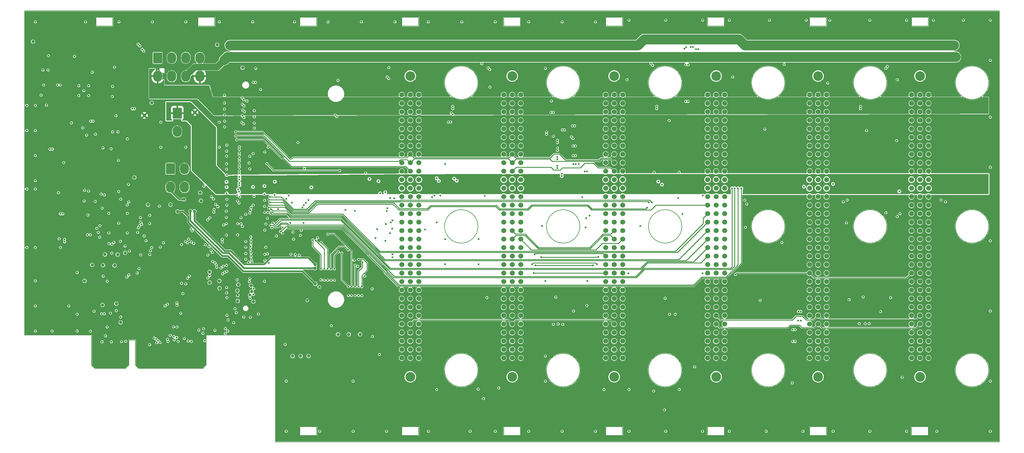
<source format=gbr>
G04 #@! TF.GenerationSoftware,KiCad,Pcbnew,6.0.7-f9a2dced07~116~ubuntu22.04.1*
G04 #@! TF.CreationDate,2023-04-06T13:37:07+01:00*
G04 #@! TF.ProjectId,hiltop_backplane_brd,68696c74-6f70-45f6-9261-636b706c616e,A*
G04 #@! TF.SameCoordinates,Original*
G04 #@! TF.FileFunction,Copper,L3,Inr*
G04 #@! TF.FilePolarity,Positive*
%FSLAX46Y46*%
G04 Gerber Fmt 4.6, Leading zero omitted, Abs format (unit mm)*
G04 Created by KiCad (PCBNEW 6.0.7-f9a2dced07~116~ubuntu22.04.1) date 2023-04-06 13:37:07*
%MOMM*%
%LPD*%
G01*
G04 APERTURE LIST*
G04 Aperture macros list*
%AMRoundRect*
0 Rectangle with rounded corners*
0 $1 Rounding radius*
0 $2 $3 $4 $5 $6 $7 $8 $9 X,Y pos of 4 corners*
0 Add a 4 corners polygon primitive as box body*
4,1,4,$2,$3,$4,$5,$6,$7,$8,$9,$2,$3,0*
0 Add four circle primitives for the rounded corners*
1,1,$1+$1,$2,$3*
1,1,$1+$1,$4,$5*
1,1,$1+$1,$6,$7*
1,1,$1+$1,$8,$9*
0 Add four rect primitives between the rounded corners*
20,1,$1+$1,$2,$3,$4,$5,0*
20,1,$1+$1,$4,$5,$6,$7,0*
20,1,$1+$1,$6,$7,$8,$9,0*
20,1,$1+$1,$8,$9,$2,$3,0*%
G04 Aperture macros list end*
G04 #@! TA.AperFunction,Profile*
%ADD10C,0.150000*%
G04 #@! TD*
G04 #@! TA.AperFunction,ComponentPad*
%ADD11C,2.900680*%
G04 #@! TD*
G04 #@! TA.AperFunction,ComponentPad*
%ADD12C,1.501140*%
G04 #@! TD*
G04 #@! TA.AperFunction,ComponentPad*
%ADD13RoundRect,0.250001X-1.099999X-1.399999X1.099999X-1.399999X1.099999X1.399999X-1.099999X1.399999X0*%
G04 #@! TD*
G04 #@! TA.AperFunction,ComponentPad*
%ADD14O,2.700000X3.300000*%
G04 #@! TD*
G04 #@! TA.AperFunction,ComponentPad*
%ADD15C,1.000000*%
G04 #@! TD*
G04 #@! TA.AperFunction,ViaPad*
%ADD16C,0.600000*%
G04 #@! TD*
G04 #@! TA.AperFunction,ViaPad*
%ADD17C,0.800000*%
G04 #@! TD*
G04 #@! TA.AperFunction,ViaPad*
%ADD18C,1.000000*%
G04 #@! TD*
G04 #@! TA.AperFunction,Conductor*
%ADD19C,0.250000*%
G04 #@! TD*
G04 #@! TA.AperFunction,Conductor*
%ADD20C,0.500000*%
G04 #@! TD*
G04 #@! TA.AperFunction,Conductor*
%ADD21C,3.000000*%
G04 #@! TD*
G04 #@! TA.AperFunction,Conductor*
%ADD22C,2.000000*%
G04 #@! TD*
G04 APERTURE END LIST*
D10*
X179840000Y-50700000D02*
G75*
G03*
X179840000Y-50700000I-5000000J0D01*
G01*
X210320000Y-50700000D02*
G75*
G03*
X210320000Y-50700000I-5000000J0D01*
G01*
X240800000Y-50700000D02*
G75*
G03*
X240800000Y-50700000I-5000000J0D01*
G01*
X210320000Y-93700000D02*
G75*
G03*
X210320000Y-93700000I-5000000J0D01*
G01*
X240800000Y-93700000D02*
G75*
G03*
X240800000Y-93700000I-5000000J0D01*
G01*
X179840000Y-136700000D02*
G75*
G03*
X179840000Y-136700000I-5000000J0D01*
G01*
X210320000Y-136700000D02*
G75*
G03*
X210320000Y-136700000I-5000000J0D01*
G01*
X240800000Y-136700000D02*
G75*
G03*
X240800000Y-136700000I-5000000J0D01*
G01*
X179840000Y-93700000D02*
G75*
G03*
X179840000Y-93700000I-5000000J0D01*
G01*
X248500000Y-31150000D02*
X248500000Y-33750000D01*
X284000000Y-33750000D02*
X284000000Y-31150000D01*
X271600000Y-136700000D02*
G75*
G03*
X271600000Y-136700000I-5000000J0D01*
G01*
X65300000Y-136200000D02*
X74500000Y-136200000D01*
X75500000Y-135200000D02*
X75500000Y-127700000D01*
X248500000Y-33750000D02*
X253500000Y-33750000D01*
X131600000Y-156250000D02*
X131600000Y-153650000D01*
X157100000Y-31150000D02*
X157100000Y-33750000D01*
X131600000Y-153650000D02*
X126600000Y-153650000D01*
X192550000Y-153650000D02*
X187550000Y-153650000D01*
X65650000Y-33750000D02*
X70650000Y-33750000D01*
X162100000Y-31150000D02*
X157100000Y-31150000D01*
X101150000Y-33750000D02*
X101150000Y-31150000D01*
X126600000Y-156250000D02*
X131600000Y-156250000D01*
X162100000Y-156250000D02*
X162100000Y-153650000D01*
X279000000Y-31150000D02*
X279000000Y-33750000D01*
X126600000Y-31150000D02*
X126600000Y-33750000D01*
X96150000Y-31150000D02*
X96150000Y-33750000D01*
X98600000Y-126200000D02*
X119300000Y-126200000D01*
X131600000Y-31150000D02*
X126600000Y-31150000D01*
X223050000Y-153650000D02*
X218050000Y-153650000D01*
X192550000Y-33750000D02*
X192550000Y-31150000D01*
X309450000Y-153650000D02*
X309450000Y-156250000D01*
X284000000Y-153650000D02*
X279000000Y-153650000D01*
X70650000Y-31150000D02*
X65650000Y-31150000D01*
X162100000Y-33750000D02*
X162100000Y-31150000D01*
X302080000Y-136700000D02*
G75*
G03*
X302080000Y-136700000I-5000000J0D01*
G01*
X309450000Y-156250000D02*
X314450000Y-156250000D01*
X284000000Y-156250000D02*
X284000000Y-153650000D01*
X248500000Y-156250000D02*
X253500000Y-156250000D01*
X157100000Y-156250000D02*
X162100000Y-156250000D01*
X248500000Y-153650000D02*
X248500000Y-156250000D01*
X218050000Y-156250000D02*
X223050000Y-156250000D01*
X218050000Y-31150000D02*
X218050000Y-33750000D01*
X162100000Y-153650000D02*
X157100000Y-153650000D01*
X332560000Y-93700000D02*
G75*
G03*
X332560000Y-93700000I-5000000J0D01*
G01*
X75500000Y-135200000D02*
X74500000Y-136200000D01*
X126600000Y-153650000D02*
X126600000Y-156250000D01*
X314450000Y-153650000D02*
X309450000Y-153650000D01*
X97600000Y-136200000D02*
X98600000Y-135200000D01*
X157100000Y-33750000D02*
X162100000Y-33750000D01*
X332560000Y-50700000D02*
G75*
G03*
X332560000Y-50700000I-5000000J0D01*
G01*
X70650000Y-33750000D02*
X70650000Y-31150000D01*
X223050000Y-156250000D02*
X223050000Y-153650000D01*
X271600000Y-50700000D02*
G75*
G03*
X271600000Y-50700000I-5000000J0D01*
G01*
X65650000Y-31150000D02*
X65650000Y-33750000D01*
X192550000Y-31150000D02*
X187550000Y-31150000D01*
X302080000Y-93700000D02*
G75*
G03*
X302080000Y-93700000I-5000000J0D01*
G01*
X187550000Y-153650000D02*
X187550000Y-156250000D01*
X44300000Y-29200000D02*
X335740000Y-29200000D01*
X131600000Y-33750000D02*
X131600000Y-31150000D01*
X96150000Y-33750000D02*
X101150000Y-33750000D01*
X187550000Y-33750000D02*
X192550000Y-33750000D01*
X64300000Y-135200000D02*
X64300000Y-126200000D01*
X314500000Y-31150000D02*
X309500000Y-31150000D01*
X218050000Y-153650000D02*
X218050000Y-156250000D01*
X271600000Y-93700000D02*
G75*
G03*
X271600000Y-93700000I-5000000J0D01*
G01*
X253500000Y-33750000D02*
X253500000Y-31150000D01*
X279000000Y-156250000D02*
X284000000Y-156250000D01*
X332560000Y-136700000D02*
G75*
G03*
X332560000Y-136700000I-5000000J0D01*
G01*
X77400000Y-135200000D02*
X78400000Y-136200000D01*
X119300000Y-136200000D02*
X119300000Y-158200000D01*
X309500000Y-31150000D02*
X309500000Y-33750000D01*
X44300000Y-126200000D02*
X44300000Y-29200000D01*
X218050000Y-33750000D02*
X223050000Y-33750000D01*
X314450000Y-156250000D02*
X314450000Y-153650000D01*
X284000000Y-31150000D02*
X279000000Y-31150000D01*
X119300000Y-126200000D02*
X119300000Y-136200000D01*
X78400000Y-136200000D02*
X97600000Y-136200000D01*
X279000000Y-153650000D02*
X279000000Y-156250000D01*
X279000000Y-33750000D02*
X284000000Y-33750000D01*
X253500000Y-153650000D02*
X248500000Y-153650000D01*
X64300000Y-135200000D02*
X65300000Y-136200000D01*
X187550000Y-156250000D02*
X192550000Y-156250000D01*
X75500000Y-127700000D02*
X77400000Y-127700000D01*
X101150000Y-31150000D02*
X96150000Y-31150000D01*
X192550000Y-156250000D02*
X192550000Y-153650000D01*
X253500000Y-31150000D02*
X248500000Y-31150000D01*
X126600000Y-33750000D02*
X131600000Y-33750000D01*
X98600000Y-135200000D02*
X98600000Y-127700000D01*
X335740000Y-29200000D02*
X335740000Y-158200000D01*
X187550000Y-31150000D02*
X187550000Y-33750000D01*
X302080000Y-50700000D02*
G75*
G03*
X302080000Y-50700000I-5000000J0D01*
G01*
X157100000Y-153650000D02*
X157100000Y-156250000D01*
X223050000Y-31150000D02*
X218050000Y-31150000D01*
X98600000Y-127700000D02*
X98600000Y-126200000D01*
X335740000Y-158200000D02*
X119300000Y-158200000D01*
X309500000Y-33750000D02*
X314500000Y-33750000D01*
X253500000Y-156250000D02*
X253500000Y-153650000D01*
X77400000Y-127700000D02*
X77400000Y-135200000D01*
X314500000Y-33750000D02*
X314500000Y-31150000D01*
X64300000Y-126200000D02*
X44300000Y-126200000D01*
X223050000Y-33750000D02*
X223050000Y-31150000D01*
D11*
X159600000Y-48703900D03*
X159600000Y-138696100D03*
D12*
X157060000Y-54330000D03*
X159600000Y-54330000D03*
X162140000Y-54330000D03*
X157060000Y-56870000D03*
X159600000Y-56870000D03*
X162140000Y-56870000D03*
X157060000Y-59410000D03*
X159600000Y-59410000D03*
X162140000Y-59410000D03*
X157060000Y-61950000D03*
X159600000Y-61950000D03*
X162140000Y-61950000D03*
X157060000Y-64490000D03*
X159600000Y-64490000D03*
X162140000Y-64490000D03*
X157060000Y-67030000D03*
X159600000Y-67030000D03*
X162140000Y-67030000D03*
X157060000Y-69570000D03*
X159600000Y-69570000D03*
X162140000Y-69570000D03*
X157060000Y-72110000D03*
X159600000Y-72110000D03*
X162140000Y-72110000D03*
X157060000Y-74650000D03*
X159600000Y-74650000D03*
X162140000Y-74650000D03*
X157060000Y-77190000D03*
X159600000Y-77190000D03*
X162140000Y-77190000D03*
X157060000Y-79730000D03*
X159600000Y-79730000D03*
X162140000Y-79730000D03*
X157060000Y-82270000D03*
X159600000Y-82270000D03*
X162140000Y-82270000D03*
X157060000Y-84810000D03*
X159600000Y-84810000D03*
X162140000Y-84810000D03*
X157060000Y-87350000D03*
X159600000Y-87350000D03*
X162140000Y-87350000D03*
X157060000Y-89890000D03*
X159600000Y-89890000D03*
X162140000Y-89890000D03*
X157060000Y-92430000D03*
X159600000Y-92430000D03*
X162140000Y-92430000D03*
X157060000Y-94970000D03*
X159600000Y-94970000D03*
X162140000Y-94970000D03*
X157060000Y-97510000D03*
X159600000Y-97510000D03*
X162140000Y-97510000D03*
X157060000Y-100050000D03*
X159600000Y-100050000D03*
X162140000Y-100050000D03*
X157060000Y-102590000D03*
X159600000Y-102590000D03*
X162140000Y-102590000D03*
X157060000Y-105130000D03*
X159600000Y-105130000D03*
X162140000Y-105130000D03*
X157060000Y-107670000D03*
X159600000Y-107670000D03*
X162140000Y-107670000D03*
X157060000Y-110210000D03*
X159600000Y-110210000D03*
X162140000Y-110210000D03*
X157060000Y-112750000D03*
X159600000Y-112750000D03*
X162140000Y-112750000D03*
X157060000Y-115290000D03*
X159600000Y-115290000D03*
X162140000Y-115290000D03*
X157060000Y-117830000D03*
X159600000Y-117830000D03*
X162140000Y-117830000D03*
X157060000Y-120370000D03*
X159600000Y-120370000D03*
X162140000Y-120370000D03*
X157060000Y-122910000D03*
X159600000Y-122910000D03*
X162140000Y-122910000D03*
X157060000Y-125450000D03*
X159600000Y-125450000D03*
X162140000Y-125450000D03*
X157060000Y-127990000D03*
X159600000Y-127990000D03*
X162140000Y-127990000D03*
X157060000Y-130530000D03*
X159600000Y-130530000D03*
X162140000Y-130530000D03*
X157060000Y-133070000D03*
X159600000Y-133070000D03*
X162140000Y-133070000D03*
D11*
X190080000Y-138696100D03*
X190080000Y-48703900D03*
D12*
X187540000Y-54330000D03*
X190080000Y-54330000D03*
X192620000Y-54330000D03*
X187540000Y-56870000D03*
X190080000Y-56870000D03*
X192620000Y-56870000D03*
X187540000Y-59410000D03*
X190080000Y-59410000D03*
X192620000Y-59410000D03*
X187540000Y-61950000D03*
X190080000Y-61950000D03*
X192620000Y-61950000D03*
X187540000Y-64490000D03*
X190080000Y-64490000D03*
X192620000Y-64490000D03*
X187540000Y-67030000D03*
X190080000Y-67030000D03*
X192620000Y-67030000D03*
X187540000Y-69570000D03*
X190080000Y-69570000D03*
X192620000Y-69570000D03*
X187540000Y-72110000D03*
X190080000Y-72110000D03*
X192620000Y-72110000D03*
X187540000Y-74650000D03*
X190080000Y-74650000D03*
X192620000Y-74650000D03*
X187540000Y-77190000D03*
X190080000Y-77190000D03*
X192620000Y-77190000D03*
X187540000Y-79730000D03*
X190080000Y-79730000D03*
X192620000Y-79730000D03*
X187540000Y-82270000D03*
X190080000Y-82270000D03*
X192620000Y-82270000D03*
X187540000Y-84810000D03*
X190080000Y-84810000D03*
X192620000Y-84810000D03*
X187540000Y-87350000D03*
X190080000Y-87350000D03*
X192620000Y-87350000D03*
X187540000Y-89890000D03*
X190080000Y-89890000D03*
X192620000Y-89890000D03*
X187540000Y-92430000D03*
X190080000Y-92430000D03*
X192620000Y-92430000D03*
X187540000Y-94970000D03*
X190080000Y-94970000D03*
X192620000Y-94970000D03*
X187540000Y-97510000D03*
X190080000Y-97510000D03*
X192620000Y-97510000D03*
X187540000Y-100050000D03*
X190080000Y-100050000D03*
X192620000Y-100050000D03*
X187540000Y-102590000D03*
X190080000Y-102590000D03*
X192620000Y-102590000D03*
X187540000Y-105130000D03*
X190080000Y-105130000D03*
X192620000Y-105130000D03*
X187540000Y-107670000D03*
X190080000Y-107670000D03*
X192620000Y-107670000D03*
X187540000Y-110210000D03*
X190080000Y-110210000D03*
X192620000Y-110210000D03*
X187540000Y-112750000D03*
X190080000Y-112750000D03*
X192620000Y-112750000D03*
X187540000Y-115290000D03*
X190080000Y-115290000D03*
X192620000Y-115290000D03*
X187540000Y-117830000D03*
X190080000Y-117830000D03*
X192620000Y-117830000D03*
X187540000Y-120370000D03*
X190080000Y-120370000D03*
X192620000Y-120370000D03*
X187540000Y-122910000D03*
X190080000Y-122910000D03*
X192620000Y-122910000D03*
X187540000Y-125450000D03*
X190080000Y-125450000D03*
X192620000Y-125450000D03*
X187540000Y-127990000D03*
X190080000Y-127990000D03*
X192620000Y-127990000D03*
X187540000Y-130530000D03*
X190080000Y-130530000D03*
X192620000Y-130530000D03*
X187540000Y-133070000D03*
X190080000Y-133070000D03*
X192620000Y-133070000D03*
D11*
X220560000Y-48703900D03*
X220560000Y-138696100D03*
D12*
X218020000Y-54330000D03*
X220560000Y-54330000D03*
X223100000Y-54330000D03*
X218020000Y-56870000D03*
X220560000Y-56870000D03*
X223100000Y-56870000D03*
X218020000Y-59410000D03*
X220560000Y-59410000D03*
X223100000Y-59410000D03*
X218020000Y-61950000D03*
X220560000Y-61950000D03*
X223100000Y-61950000D03*
X218020000Y-64490000D03*
X220560000Y-64490000D03*
X223100000Y-64490000D03*
X218020000Y-67030000D03*
X220560000Y-67030000D03*
X223100000Y-67030000D03*
X218020000Y-69570000D03*
X220560000Y-69570000D03*
X223100000Y-69570000D03*
X218020000Y-72110000D03*
X220560000Y-72110000D03*
X223100000Y-72110000D03*
X218020000Y-74650000D03*
X220560000Y-74650000D03*
X223100000Y-74650000D03*
X218020000Y-77190000D03*
X220560000Y-77190000D03*
X223100000Y-77190000D03*
X218020000Y-79730000D03*
X220560000Y-79730000D03*
X223100000Y-79730000D03*
X218020000Y-82270000D03*
X220560000Y-82270000D03*
X223100000Y-82270000D03*
X218020000Y-84810000D03*
X220560000Y-84810000D03*
X223100000Y-84810000D03*
X218020000Y-87350000D03*
X220560000Y-87350000D03*
X223100000Y-87350000D03*
X218020000Y-89890000D03*
X220560000Y-89890000D03*
X223100000Y-89890000D03*
X218020000Y-92430000D03*
X220560000Y-92430000D03*
X223100000Y-92430000D03*
X218020000Y-94970000D03*
X220560000Y-94970000D03*
X223100000Y-94970000D03*
X218020000Y-97510000D03*
X220560000Y-97510000D03*
X223100000Y-97510000D03*
X218020000Y-100050000D03*
X220560000Y-100050000D03*
X223100000Y-100050000D03*
X218020000Y-102590000D03*
X220560000Y-102590000D03*
X223100000Y-102590000D03*
X218020000Y-105130000D03*
X220560000Y-105130000D03*
X223100000Y-105130000D03*
X218020000Y-107670000D03*
X220560000Y-107670000D03*
X223100000Y-107670000D03*
X218020000Y-110210000D03*
X220560000Y-110210000D03*
X223100000Y-110210000D03*
X218020000Y-112750000D03*
X220560000Y-112750000D03*
X223100000Y-112750000D03*
X218020000Y-115290000D03*
X220560000Y-115290000D03*
X223100000Y-115290000D03*
X218020000Y-117830000D03*
X220560000Y-117830000D03*
X223100000Y-117830000D03*
X218020000Y-120370000D03*
X220560000Y-120370000D03*
X223100000Y-120370000D03*
X218020000Y-122910000D03*
X220560000Y-122910000D03*
X223100000Y-122910000D03*
X218020000Y-125450000D03*
X220560000Y-125450000D03*
X223100000Y-125450000D03*
X218020000Y-127990000D03*
X220560000Y-127990000D03*
X223100000Y-127990000D03*
X218020000Y-130530000D03*
X220560000Y-130530000D03*
X223100000Y-130530000D03*
X218020000Y-133070000D03*
X220560000Y-133070000D03*
X223100000Y-133070000D03*
D13*
X84074000Y-43268000D03*
D14*
X88274000Y-43268000D03*
X92474000Y-43268000D03*
X96674000Y-43268000D03*
X84074000Y-48768000D03*
X88274000Y-48768000D03*
X92474000Y-48768000D03*
X96674000Y-48768000D03*
D13*
X89916000Y-59778000D03*
D14*
X89916000Y-65278000D03*
D13*
X87884000Y-76454000D03*
D14*
X92084000Y-76454000D03*
X87884000Y-81954000D03*
X92084000Y-81954000D03*
D15*
X67600000Y-117200000D03*
X71700000Y-116800000D03*
X62200000Y-110000000D03*
X73000000Y-122400000D03*
X138000000Y-126000000D03*
X141200000Y-126000000D03*
X144600000Y-126000000D03*
X68300000Y-102100000D03*
X67700000Y-105300000D03*
X64500000Y-105200000D03*
X71200000Y-105400000D03*
X102600000Y-112200000D03*
X102500000Y-110000000D03*
X99600000Y-110500000D03*
X77090000Y-79040000D03*
X99600000Y-107300000D03*
X81200000Y-87200000D03*
X72130000Y-102140000D03*
X74350000Y-101620000D03*
X46800000Y-38400000D03*
X101870000Y-39340000D03*
X95200000Y-59600000D03*
X82300000Y-56700000D03*
X109460000Y-46210000D03*
X80120000Y-60470000D03*
X87900000Y-87200000D03*
X96800000Y-83600000D03*
X97010000Y-86030000D03*
X124400000Y-132500000D03*
D11*
X251040000Y-138696100D03*
X251040000Y-48703900D03*
D12*
X248500000Y-54330000D03*
X251040000Y-54330000D03*
X253580000Y-54330000D03*
X248500000Y-56870000D03*
X251040000Y-56870000D03*
X253580000Y-56870000D03*
X248500000Y-59410000D03*
X251040000Y-59410000D03*
X253580000Y-59410000D03*
X248500000Y-61950000D03*
X251040000Y-61950000D03*
X253580000Y-61950000D03*
X248500000Y-64490000D03*
X251040000Y-64490000D03*
X253580000Y-64490000D03*
X248500000Y-67030000D03*
X251040000Y-67030000D03*
X253580000Y-67030000D03*
X248500000Y-69570000D03*
X251040000Y-69570000D03*
X253580000Y-69570000D03*
X248500000Y-72110000D03*
X251040000Y-72110000D03*
X253580000Y-72110000D03*
X248500000Y-74650000D03*
X251040000Y-74650000D03*
X253580000Y-74650000D03*
X248500000Y-77190000D03*
X251040000Y-77190000D03*
X253580000Y-77190000D03*
X248500000Y-79730000D03*
X251040000Y-79730000D03*
X253580000Y-79730000D03*
X248500000Y-82270000D03*
X251040000Y-82270000D03*
X253580000Y-82270000D03*
X248500000Y-84810000D03*
X251040000Y-84810000D03*
X253580000Y-84810000D03*
X248500000Y-87350000D03*
X251040000Y-87350000D03*
X253580000Y-87350000D03*
X248500000Y-89890000D03*
X251040000Y-89890000D03*
X253580000Y-89890000D03*
X248500000Y-92430000D03*
X251040000Y-92430000D03*
X253580000Y-92430000D03*
X248500000Y-94970000D03*
X251040000Y-94970000D03*
X253580000Y-94970000D03*
X248500000Y-97510000D03*
X251040000Y-97510000D03*
X253580000Y-97510000D03*
X248500000Y-100050000D03*
X251040000Y-100050000D03*
X253580000Y-100050000D03*
X248500000Y-102590000D03*
X251040000Y-102590000D03*
X253580000Y-102590000D03*
X248500000Y-105130000D03*
X251040000Y-105130000D03*
X253580000Y-105130000D03*
X248500000Y-107670000D03*
X251040000Y-107670000D03*
X253580000Y-107670000D03*
X248500000Y-110210000D03*
X251040000Y-110210000D03*
X253580000Y-110210000D03*
X248500000Y-112750000D03*
X251040000Y-112750000D03*
X253580000Y-112750000D03*
X248500000Y-115290000D03*
X251040000Y-115290000D03*
X253580000Y-115290000D03*
X248500000Y-117830000D03*
X251040000Y-117830000D03*
X253580000Y-117830000D03*
X248500000Y-120370000D03*
X251040000Y-120370000D03*
X253580000Y-120370000D03*
X248500000Y-122910000D03*
X251040000Y-122910000D03*
X253580000Y-122910000D03*
X248500000Y-125450000D03*
X251040000Y-125450000D03*
X253580000Y-125450000D03*
X248500000Y-127990000D03*
X251040000Y-127990000D03*
X253580000Y-127990000D03*
X248500000Y-130530000D03*
X251040000Y-130530000D03*
X253580000Y-130530000D03*
X248500000Y-133070000D03*
X251040000Y-133070000D03*
X253580000Y-133070000D03*
D15*
X129200000Y-132500000D03*
D11*
X312000000Y-138696100D03*
X312000000Y-48703900D03*
D12*
X309460000Y-54330000D03*
X312000000Y-54330000D03*
X314540000Y-54330000D03*
X309460000Y-56870000D03*
X312000000Y-56870000D03*
X314540000Y-56870000D03*
X309460000Y-59410000D03*
X312000000Y-59410000D03*
X314540000Y-59410000D03*
X309460000Y-61950000D03*
X312000000Y-61950000D03*
X314540000Y-61950000D03*
X309460000Y-64490000D03*
X312000000Y-64490000D03*
X314540000Y-64490000D03*
X309460000Y-67030000D03*
X312000000Y-67030000D03*
X314540000Y-67030000D03*
X309460000Y-69570000D03*
X312000000Y-69570000D03*
X314540000Y-69570000D03*
X309460000Y-72110000D03*
X312000000Y-72110000D03*
X314540000Y-72110000D03*
X309460000Y-74650000D03*
X312000000Y-74650000D03*
X314540000Y-74650000D03*
X309460000Y-77190000D03*
X312000000Y-77190000D03*
X314540000Y-77190000D03*
X309460000Y-79730000D03*
X312000000Y-79730000D03*
X314540000Y-79730000D03*
X309460000Y-82270000D03*
X312000000Y-82270000D03*
X314540000Y-82270000D03*
X309460000Y-84810000D03*
X312000000Y-84810000D03*
X314540000Y-84810000D03*
X309460000Y-87350000D03*
X312000000Y-87350000D03*
X314540000Y-87350000D03*
X309460000Y-89890000D03*
X312000000Y-89890000D03*
X314540000Y-89890000D03*
X309460000Y-92430000D03*
X312000000Y-92430000D03*
X314540000Y-92430000D03*
X309460000Y-94970000D03*
X312000000Y-94970000D03*
X314540000Y-94970000D03*
X309460000Y-97510000D03*
X312000000Y-97510000D03*
X314540000Y-97510000D03*
X309460000Y-100050000D03*
X312000000Y-100050000D03*
X314540000Y-100050000D03*
X309460000Y-102590000D03*
X312000000Y-102590000D03*
X314540000Y-102590000D03*
X309460000Y-105130000D03*
X312000000Y-105130000D03*
X314540000Y-105130000D03*
X309460000Y-107670000D03*
X312000000Y-107670000D03*
X314540000Y-107670000D03*
X309460000Y-110210000D03*
X312000000Y-110210000D03*
X314540000Y-110210000D03*
X309460000Y-112750000D03*
X312000000Y-112750000D03*
X314540000Y-112750000D03*
X309460000Y-115290000D03*
X312000000Y-115290000D03*
X314540000Y-115290000D03*
X309460000Y-117830000D03*
X312000000Y-117830000D03*
X314540000Y-117830000D03*
X309460000Y-120370000D03*
X312000000Y-120370000D03*
X314540000Y-120370000D03*
X309460000Y-122910000D03*
X312000000Y-122910000D03*
X314540000Y-122910000D03*
X309460000Y-125450000D03*
X312000000Y-125450000D03*
X314540000Y-125450000D03*
X309460000Y-127990000D03*
X312000000Y-127990000D03*
X314540000Y-127990000D03*
X309460000Y-130530000D03*
X312000000Y-130530000D03*
X314540000Y-130530000D03*
X309460000Y-133070000D03*
X312000000Y-133070000D03*
X314540000Y-133070000D03*
D11*
X281520000Y-138696100D03*
X281520000Y-48703900D03*
D12*
X278980000Y-54330000D03*
X281520000Y-54330000D03*
X284060000Y-54330000D03*
X278980000Y-56870000D03*
X281520000Y-56870000D03*
X284060000Y-56870000D03*
X278980000Y-59410000D03*
X281520000Y-59410000D03*
X284060000Y-59410000D03*
X278980000Y-61950000D03*
X281520000Y-61950000D03*
X284060000Y-61950000D03*
X278980000Y-64490000D03*
X281520000Y-64490000D03*
X284060000Y-64490000D03*
X278980000Y-67030000D03*
X281520000Y-67030000D03*
X284060000Y-67030000D03*
X278980000Y-69570000D03*
X281520000Y-69570000D03*
X284060000Y-69570000D03*
X278980000Y-72110000D03*
X281520000Y-72110000D03*
X284060000Y-72110000D03*
X278980000Y-74650000D03*
X281520000Y-74650000D03*
X284060000Y-74650000D03*
X278980000Y-77190000D03*
X281520000Y-77190000D03*
X284060000Y-77190000D03*
X278980000Y-79730000D03*
X281520000Y-79730000D03*
X284060000Y-79730000D03*
X278980000Y-82270000D03*
X281520000Y-82270000D03*
X284060000Y-82270000D03*
X278980000Y-84810000D03*
X281520000Y-84810000D03*
X284060000Y-84810000D03*
X278980000Y-87350000D03*
X281520000Y-87350000D03*
X284060000Y-87350000D03*
X278980000Y-89890000D03*
X281520000Y-89890000D03*
X284060000Y-89890000D03*
X278980000Y-92430000D03*
X281520000Y-92430000D03*
X284060000Y-92430000D03*
X278980000Y-94970000D03*
X281520000Y-94970000D03*
X284060000Y-94970000D03*
X278980000Y-97510000D03*
X281520000Y-97510000D03*
X284060000Y-97510000D03*
X278980000Y-100050000D03*
X281520000Y-100050000D03*
X284060000Y-100050000D03*
X278980000Y-102590000D03*
X281520000Y-102590000D03*
X284060000Y-102590000D03*
X278980000Y-105130000D03*
X281520000Y-105130000D03*
X284060000Y-105130000D03*
X278980000Y-107670000D03*
X281520000Y-107670000D03*
X284060000Y-107670000D03*
X278980000Y-110210000D03*
X281520000Y-110210000D03*
X284060000Y-110210000D03*
X278980000Y-112750000D03*
X281520000Y-112750000D03*
X284060000Y-112750000D03*
X278980000Y-115290000D03*
X281520000Y-115290000D03*
X284060000Y-115290000D03*
X278980000Y-117830000D03*
X281520000Y-117830000D03*
X284060000Y-117830000D03*
X278980000Y-120370000D03*
X281520000Y-120370000D03*
X284060000Y-120370000D03*
X278980000Y-122910000D03*
X281520000Y-122910000D03*
X284060000Y-122910000D03*
X278980000Y-125450000D03*
X281520000Y-125450000D03*
X284060000Y-125450000D03*
X278980000Y-127990000D03*
X281520000Y-127990000D03*
X284060000Y-127990000D03*
X278980000Y-130530000D03*
X281520000Y-130530000D03*
X284060000Y-130530000D03*
X278980000Y-133070000D03*
X281520000Y-133070000D03*
X284060000Y-133070000D03*
D15*
X126800000Y-132500000D03*
D16*
X82500000Y-32500000D03*
X72500000Y-32500000D03*
X62500000Y-32500000D03*
X92500000Y-32500000D03*
X102500000Y-32500000D03*
X112500000Y-32500000D03*
X125000000Y-32500000D03*
X135000000Y-32500000D03*
X145000000Y-32500000D03*
X155000000Y-32500000D03*
X165000000Y-32500000D03*
X175000000Y-32500000D03*
X185000000Y-32500000D03*
X195000000Y-32500000D03*
X215000000Y-32500000D03*
X205000000Y-32500000D03*
X236000000Y-32000000D03*
X232500000Y-77500000D03*
X240000000Y-77500000D03*
X232350000Y-142940000D03*
X240000000Y-142500000D03*
X247000000Y-155000000D03*
X225000000Y-155000000D03*
X236000000Y-155000000D03*
X215000000Y-155000000D03*
X195000000Y-155000000D03*
X205000000Y-155000000D03*
X185000000Y-155000000D03*
X165000000Y-155000000D03*
X177500000Y-155000000D03*
X152500000Y-155000000D03*
X132500000Y-155000000D03*
X142500000Y-155000000D03*
X122500000Y-155000000D03*
X122200000Y-129000000D03*
X142500000Y-140000000D03*
X122500000Y-140000000D03*
X60000000Y-120000000D03*
X65070000Y-119100000D03*
X60000000Y-125000000D03*
X52500000Y-125000000D03*
X47500000Y-125000000D03*
X47500000Y-117500000D03*
X47500000Y-110000000D03*
X47500000Y-100000000D03*
X47500000Y-82500000D03*
X47500000Y-72500000D03*
X47500000Y-65000000D03*
X47500000Y-57500000D03*
X45000000Y-57500000D03*
X45000000Y-65000000D03*
X45000000Y-82500000D03*
X45000000Y-100000000D03*
X57500000Y-117500000D03*
X60000000Y-107500000D03*
X55000000Y-100000000D03*
X47500000Y-80000000D03*
X102500000Y-62500000D03*
X85000000Y-62500000D03*
X85000000Y-70000000D03*
X92500000Y-70000000D03*
X84600000Y-87600000D03*
X97900000Y-81700000D03*
X170000000Y-97500000D03*
X167500000Y-92500000D03*
X202400000Y-66700000D03*
X210000000Y-75000000D03*
X170000000Y-75000000D03*
X180000000Y-97500000D03*
X170000000Y-105000000D03*
X180000000Y-105000000D03*
X182500000Y-115000000D03*
X200000000Y-110000000D03*
X212500000Y-110000000D03*
X200000000Y-132500000D03*
X200000000Y-140000000D03*
X217500000Y-142500000D03*
X225000000Y-142500000D03*
X167500000Y-142500000D03*
X102500000Y-70000000D03*
X75000000Y-67500000D03*
X61976000Y-53086000D03*
X60506000Y-51616000D03*
X63446000Y-51616000D03*
X60506000Y-54556000D03*
X63446000Y-54556000D03*
X69450000Y-89770000D03*
X75000000Y-89770000D03*
X69450000Y-95650000D03*
X75000000Y-95650000D03*
X54600000Y-97380000D03*
X179900000Y-142390000D03*
X181490000Y-145230000D03*
X186060000Y-142030000D03*
X72390000Y-92710000D03*
X51400000Y-42600000D03*
X75350000Y-81110000D03*
X104750000Y-87370000D03*
X92057984Y-127242016D03*
X104670000Y-80350000D03*
X116900000Y-101900000D03*
X116110000Y-102050000D03*
X91600000Y-113800000D03*
D17*
X128800000Y-115800000D03*
D16*
X123900000Y-102000000D03*
X277000000Y-155000000D03*
X297000000Y-155000000D03*
X277300000Y-81800000D03*
X112600000Y-71900000D03*
X295000000Y-114800000D03*
X49200000Y-54400000D03*
X149200000Y-97200000D03*
X126000000Y-68600000D03*
X80000000Y-96550000D03*
X104740000Y-85570000D03*
X67175000Y-84000000D03*
X111600000Y-76500000D03*
X110400000Y-99900000D03*
X208400000Y-119000000D03*
X148200000Y-112400000D03*
X325000000Y-32000000D03*
X104670000Y-74940000D03*
X110400000Y-103500000D03*
X225000000Y-32000000D03*
X78080000Y-95480000D03*
X317000000Y-155000000D03*
X94155191Y-128113421D03*
X74980000Y-87270000D03*
X112970000Y-60920000D03*
X305800000Y-83200000D03*
X305000000Y-68000000D03*
X111400000Y-74700000D03*
X73020000Y-85550000D03*
X50000000Y-51400000D03*
X90190000Y-128119986D03*
X62080000Y-86090000D03*
X64490000Y-47550000D03*
X117300000Y-104624500D03*
X111600000Y-72700000D03*
X116400000Y-99924501D03*
X241000000Y-90000000D03*
X104030000Y-56780000D03*
X63220000Y-90270000D03*
X104700000Y-71150000D03*
X72330000Y-73910000D03*
X203800000Y-122899500D03*
X212368761Y-117368761D03*
X290800000Y-115600000D03*
X181000000Y-45000000D03*
X112780006Y-112300010D03*
X278000000Y-32000000D03*
X110400000Y-98200000D03*
X78910000Y-91070000D03*
D17*
X132400000Y-111800000D03*
D16*
X267000000Y-32000000D03*
X104600000Y-91000000D03*
X98124980Y-127902103D03*
X111699998Y-115200000D03*
X59200000Y-42800000D03*
X116094000Y-89486000D03*
X104730000Y-69390000D03*
X296800000Y-122800000D03*
X65500000Y-66110000D03*
X296000000Y-65000000D03*
X70600000Y-65400000D03*
X104580000Y-92880000D03*
X62820000Y-66380000D03*
X104760000Y-107160000D03*
X62230000Y-82880000D03*
X333000000Y-155000000D03*
X104040000Y-58600000D03*
X112682461Y-114100022D03*
X63980000Y-125060000D03*
X308000000Y-155000000D03*
X104620000Y-96300000D03*
X71600000Y-60600000D03*
X70220000Y-128240000D03*
X333000000Y-119000000D03*
X116422375Y-92972375D03*
X101200000Y-124800000D03*
X290000000Y-92600000D03*
X104040000Y-60350000D03*
X116000000Y-110100000D03*
X116003998Y-87686000D03*
X255000000Y-155000000D03*
X119600000Y-96574500D03*
X72950000Y-98170000D03*
X66790000Y-93485010D03*
X67440000Y-128220000D03*
X113400000Y-46400000D03*
X308000000Y-32000000D03*
X65420000Y-86210000D03*
X104070000Y-62180000D03*
X333000000Y-61000000D03*
X47500000Y-32500000D03*
X115996000Y-84086000D03*
X56000000Y-74600000D03*
X104800000Y-115000000D03*
X305200000Y-49800000D03*
X50800000Y-57400000D03*
X104670000Y-76570000D03*
X104680000Y-72670000D03*
X285000000Y-32000000D03*
X61700000Y-64200000D03*
X333000000Y-140000000D03*
X333000000Y-76000000D03*
X199000000Y-93600000D03*
X211000000Y-85000000D03*
X104700000Y-112000000D03*
X205200000Y-123000000D03*
X284400000Y-50800000D03*
X112900000Y-84700000D03*
X202400000Y-123000000D03*
X104700000Y-113600000D03*
X235800000Y-115200000D03*
X71150000Y-46050000D03*
X316000000Y-32000000D03*
X73240000Y-128180000D03*
X81674990Y-129100000D03*
X259800000Y-94000000D03*
X247000000Y-32000000D03*
X286000000Y-81000000D03*
X104080000Y-63930000D03*
X109800000Y-120800000D03*
X300200000Y-119200000D03*
X333000000Y-44000000D03*
X103800000Y-93300000D03*
X153200000Y-46200000D03*
X295600000Y-122800500D03*
X70357994Y-101697994D03*
X104670000Y-105330000D03*
X228400000Y-93600000D03*
X70600000Y-51800000D03*
X58300000Y-62700000D03*
X333000000Y-32000000D03*
X104680000Y-81950000D03*
X116100000Y-94800000D03*
X183400000Y-52000000D03*
X303200000Y-115000000D03*
X203110000Y-114860000D03*
X107820000Y-109650000D03*
X224400000Y-49800000D03*
X104730000Y-78320000D03*
X63080000Y-96190000D03*
X70130000Y-70460000D03*
X87194635Y-128129546D03*
X74500000Y-128040000D03*
X110780000Y-56190000D03*
X293800000Y-122800000D03*
X116046000Y-85886000D03*
X117100000Y-70000000D03*
X256000000Y-49000000D03*
X266000000Y-155000000D03*
X75434429Y-86354990D03*
X116850000Y-91250000D03*
X114860000Y-52740000D03*
X112990000Y-64290000D03*
X104700000Y-83800000D03*
X70500000Y-54800000D03*
X201800000Y-56200000D03*
X83751002Y-128491136D03*
X138000000Y-50000000D03*
X150400000Y-132000000D03*
X67490000Y-88240000D03*
X112940000Y-59070000D03*
X67710000Y-70190000D03*
X99100000Y-102250000D03*
X66740000Y-96900000D03*
X124200000Y-86600000D03*
X104050000Y-54430000D03*
X264200000Y-115800000D03*
X112600000Y-81900000D03*
X301800000Y-89600000D03*
X66310000Y-95470000D03*
X63420000Y-83120000D03*
X136000000Y-123400000D03*
X54400000Y-83600000D03*
X271400000Y-45200000D03*
X104590000Y-89130000D03*
X116090000Y-103875000D03*
X270700000Y-98500000D03*
X212000000Y-94000000D03*
X200000000Y-46400000D03*
X110400000Y-101800000D03*
X286000000Y-155000000D03*
X116090000Y-71440000D03*
X333000000Y-98000000D03*
X143000000Y-89000000D03*
X255000000Y-32000000D03*
X65860000Y-94260000D03*
X72200000Y-65400000D03*
X297000000Y-32000000D03*
X112960000Y-62790000D03*
X265600000Y-64600000D03*
X75650000Y-101090000D03*
X90940000Y-119680000D03*
X237000000Y-62000000D03*
X69530795Y-98826672D03*
X71000000Y-98469994D03*
X54940000Y-51390000D03*
X51308000Y-46880000D03*
X63920000Y-96190000D03*
X68130000Y-84290000D03*
X81675000Y-92874990D03*
X70347869Y-99003359D03*
X80580000Y-97960000D03*
X72400000Y-83260000D03*
X74320000Y-99570000D03*
X81696239Y-90363761D03*
X64050000Y-62200000D03*
X56250000Y-97600000D03*
X64750000Y-62200000D03*
X56250000Y-98300000D03*
X52550000Y-70600000D03*
X55015775Y-89916020D03*
X55715775Y-89916020D03*
X51850000Y-70600000D03*
X49784000Y-46880000D03*
X54130000Y-51400000D03*
X86275021Y-117485578D03*
X152150000Y-83475500D03*
X259600000Y-85800000D03*
X290214430Y-85785570D03*
X89876628Y-117269949D03*
X318285570Y-85785570D03*
X101450000Y-87100000D03*
X166100000Y-85000000D03*
X319650000Y-86350000D03*
X289050000Y-86350000D03*
X86995807Y-116934461D03*
X102080000Y-87800000D03*
X150600000Y-83800000D03*
X260200000Y-87000000D03*
X89831810Y-116571373D03*
X99043760Y-91713762D03*
X154270000Y-91870000D03*
X305200000Y-90700000D03*
X212233750Y-91266250D03*
X89870000Y-123790000D03*
X306000000Y-89900000D03*
X88790000Y-123780000D03*
X99647778Y-91109744D03*
X213200000Y-90500000D03*
X79947488Y-41247488D03*
X243450000Y-40027356D03*
X79452512Y-40752512D03*
X244150000Y-40027356D03*
X78747488Y-39647488D03*
X245050000Y-40700500D03*
X245750000Y-40700500D03*
X78252512Y-39152512D03*
X68985009Y-123783744D03*
X105045105Y-124987583D03*
X111800000Y-120900000D03*
X106800000Y-122500000D03*
X237100000Y-120000500D03*
X104311799Y-124254277D03*
X73025042Y-120825042D03*
X238800000Y-120000500D03*
X107600000Y-119500000D03*
X104300000Y-125700000D03*
X148300000Y-126600000D03*
X104800000Y-120300000D03*
X68459999Y-126440000D03*
X235600000Y-148600000D03*
X69955000Y-119655000D03*
X105103737Y-121689992D03*
X107200000Y-118311915D03*
X71700000Y-118900009D03*
X114200000Y-119900000D03*
X94825010Y-98769359D03*
X94130000Y-98340000D03*
X93200002Y-128000000D03*
X89800365Y-126963620D03*
X94413625Y-95024099D03*
X88898304Y-126632505D03*
X153740000Y-92460000D03*
X94051537Y-94425008D03*
X88991781Y-127674516D03*
X100870000Y-89410000D03*
X100930000Y-88650000D03*
X87846752Y-126295045D03*
X100790000Y-85500000D03*
X86966752Y-127459629D03*
X147400000Y-79500000D03*
X166850000Y-84450000D03*
X168561693Y-84419937D03*
X100130000Y-84820000D03*
X168150000Y-80100000D03*
X146250000Y-77700000D03*
X173500000Y-80000000D03*
X84801013Y-128438481D03*
X172700000Y-79400000D03*
X84174968Y-127901453D03*
X107700000Y-67750000D03*
X167500000Y-79300000D03*
X107450000Y-66600000D03*
X83649958Y-127424357D03*
X107300000Y-65400000D03*
X83034191Y-127091420D03*
X146019997Y-108604990D03*
X67300000Y-119810000D03*
X68100000Y-119850000D03*
D18*
X91948000Y-85598000D03*
D16*
X67700000Y-52300000D03*
X259600000Y-69100000D03*
X50140000Y-55890000D03*
D18*
X290200000Y-69100000D03*
D17*
X168045000Y-69245000D03*
D16*
X54210000Y-57400000D03*
X199600000Y-71900000D03*
X58900000Y-60000000D03*
D18*
X320600000Y-69300000D03*
D16*
X62250000Y-58650000D03*
X62600000Y-98010000D03*
X93270000Y-119740000D03*
X63990000Y-76700000D03*
X302000000Y-119000000D03*
X229800000Y-71900000D03*
D18*
X131170000Y-112290000D03*
D16*
X63760000Y-46300000D03*
X52899998Y-41776500D03*
X54098761Y-50261239D03*
X83410000Y-90650000D03*
X65200000Y-42050000D03*
X93350000Y-125520000D03*
X68390000Y-59460000D03*
X67700000Y-54749500D03*
X209800000Y-119074500D03*
X60198000Y-94842000D03*
X59930000Y-89800000D03*
X75300000Y-77850000D03*
X69460000Y-73910000D03*
X50050000Y-64450000D03*
X77396239Y-85153761D03*
X62700000Y-64200000D03*
D18*
X90020000Y-89270000D03*
X131200000Y-110900000D03*
X131140000Y-105125010D03*
X95095000Y-89175000D03*
X93860000Y-89150002D03*
X131078699Y-106223312D03*
X288400000Y-55900000D03*
X319000000Y-55900000D03*
X196900000Y-56000000D03*
X257800000Y-55900000D03*
X166400000Y-56000000D03*
X227400000Y-56100000D03*
X196000000Y-39500000D03*
X166700000Y-39500000D03*
X322200000Y-39500000D03*
X259600000Y-39500000D03*
X105700000Y-39500000D03*
X227699998Y-39500000D03*
X284400000Y-39500000D03*
X290100000Y-43000000D03*
X197400000Y-43000000D03*
X229300000Y-43000000D03*
X261800000Y-42400500D03*
X168800000Y-43000000D03*
X322700000Y-43000000D03*
X301894500Y-82105500D03*
X240300000Y-82400000D03*
X239223000Y-82423000D03*
X182500000Y-82500000D03*
X266394500Y-82105500D03*
X180500000Y-82500000D03*
X209194500Y-82105500D03*
X326105500Y-82105500D03*
X265105500Y-82105500D03*
X210280000Y-82100000D03*
X327394500Y-82105500D03*
X300394500Y-82105500D03*
D17*
X108000000Y-114300000D03*
X111600000Y-114300000D03*
D18*
X112700000Y-116200000D03*
X108000000Y-116000000D03*
X108200000Y-111100000D03*
X112000000Y-111400000D03*
X107900000Y-112900000D03*
X112200012Y-113200012D03*
D16*
X112000000Y-102600000D03*
X126400000Y-102300000D03*
X134944585Y-96002108D03*
X142100000Y-111685000D03*
X141100000Y-111685000D03*
X154300000Y-102064990D03*
X112000000Y-101600000D03*
X139100000Y-101700000D03*
X136900000Y-106400000D03*
X111800000Y-100700000D03*
X138094990Y-101305010D03*
X111900000Y-99700000D03*
X135800000Y-106400000D03*
X141000000Y-100700000D03*
X142833977Y-103798069D03*
X112100000Y-103600000D03*
X143100000Y-105300000D03*
X143100000Y-111700000D03*
X112200000Y-104400000D03*
X145300000Y-104400000D03*
X144100000Y-111715000D03*
X111300000Y-104400000D03*
X143900000Y-105644990D03*
X145100000Y-111715000D03*
X144169364Y-103573113D03*
X112650000Y-50600000D03*
X183347488Y-46747488D03*
X232047488Y-45496988D03*
X294200000Y-57790000D03*
X172300000Y-57790000D03*
X233300000Y-57790000D03*
X301752512Y-46347488D03*
X172300000Y-58490000D03*
X231552512Y-45002012D03*
X113350000Y-50600000D03*
X302247488Y-45852512D03*
X294200000Y-58490000D03*
X182852512Y-46252512D03*
X233300000Y-58490000D03*
X153147488Y-49447488D03*
X109817488Y-55777488D03*
X152652512Y-48952512D03*
X109322512Y-55282512D03*
X109857488Y-57607488D03*
X137647488Y-60847488D03*
X137152512Y-60352512D03*
X109362512Y-57112512D03*
X112000000Y-98800000D03*
X224800000Y-107700000D03*
X132968731Y-98484833D03*
X256800000Y-108100000D03*
X196530000Y-107670000D03*
X247000000Y-107700000D03*
X134900000Y-106400000D03*
X133900000Y-106400000D03*
X112000000Y-97800000D03*
X131366099Y-97920246D03*
X130487518Y-97725010D03*
X111900000Y-96800000D03*
X132900000Y-106400000D03*
X138500000Y-77000000D03*
X116700000Y-74900000D03*
X154300000Y-102875989D03*
X125200000Y-102100000D03*
X126736817Y-96366043D03*
X152200000Y-98000000D03*
X153500000Y-95700000D03*
X126999980Y-94900024D03*
X152301710Y-92969736D03*
X127712288Y-92638258D03*
X127373003Y-88000000D03*
X152600000Y-89100000D03*
X152797137Y-88285685D03*
X127800000Y-87300000D03*
X128400000Y-86700000D03*
X181850000Y-84550000D03*
X129100000Y-85849929D03*
X127978193Y-76378191D03*
X170980000Y-62470000D03*
X109372512Y-60612512D03*
X109867488Y-61107488D03*
X171680000Y-62470000D03*
X171852512Y-59752512D03*
X109542512Y-58892512D03*
X172347488Y-60247488D03*
X110037488Y-59387488D03*
X109687488Y-63047488D03*
X202350000Y-59560000D03*
X109192512Y-62552512D03*
X201650000Y-59560000D03*
X108500000Y-70600000D03*
X208750000Y-63600000D03*
X108500000Y-69900000D03*
X208050000Y-63600000D03*
X123300000Y-84500000D03*
X154800000Y-85300000D03*
X153600000Y-85200000D03*
X122500000Y-85500000D03*
X150100000Y-80150000D03*
X119092628Y-80307372D03*
X154200000Y-94400000D03*
X124524500Y-95400000D03*
X123700000Y-92700000D03*
X164000000Y-94600000D03*
X131900000Y-97100045D03*
X214200000Y-105400000D03*
X197000000Y-105400000D03*
X124713179Y-97499774D03*
X196000000Y-105000000D03*
X140200000Y-88800000D03*
X120100000Y-88500000D03*
X215400000Y-105000000D03*
X130000000Y-82000000D03*
X198700000Y-102900000D03*
X116000000Y-81600000D03*
X215800000Y-102800000D03*
X119100000Y-84300000D03*
X149684018Y-94524979D03*
X196800000Y-102030011D03*
X121400000Y-94000000D03*
X103400000Y-97600000D03*
X85800000Y-98600000D03*
X132900000Y-109700000D03*
X84874990Y-99902963D03*
X103400000Y-98400000D03*
X133900000Y-109800000D03*
X98300000Y-99200000D03*
X82300000Y-100000000D03*
X134900000Y-109800000D03*
X81900000Y-101000000D03*
X135900000Y-109800000D03*
X99400000Y-99800000D03*
X100000000Y-100900000D03*
X136900000Y-109800000D03*
X81700000Y-102100000D03*
X79000000Y-102200000D03*
X100400000Y-101500000D03*
X141100000Y-114385000D03*
X142000000Y-114385000D03*
X100497037Y-104174990D03*
X78500000Y-106325010D03*
X77954001Y-107654001D03*
X101167701Y-104574990D03*
X143100000Y-114400000D03*
X101613055Y-105226110D03*
X144100000Y-114415000D03*
X75490000Y-108190000D03*
X74900000Y-108874990D03*
X101702627Y-105920368D03*
X145100000Y-114415000D03*
X103700000Y-105600000D03*
X103000000Y-106100000D03*
X104100000Y-107400000D03*
X67800000Y-108600000D03*
X103500000Y-107900000D03*
X69000000Y-110100000D03*
X78613055Y-93485010D03*
X92400000Y-98200000D03*
X92500000Y-110900000D03*
X111600000Y-109300000D03*
X93600001Y-108528102D03*
X79000000Y-92400000D03*
X99640107Y-108414153D03*
X93300000Y-97500000D03*
X91200000Y-99100000D03*
X91200000Y-110700000D03*
X78295497Y-94108847D03*
X111500000Y-110200000D03*
X93000000Y-109200000D03*
X92974990Y-98600000D03*
X99100000Y-109100000D03*
X79300000Y-93100000D03*
X96400000Y-124700000D03*
X244600000Y-135700000D03*
X273800000Y-140500000D03*
X97800000Y-124300000D03*
X306650000Y-138850000D03*
X97600000Y-125700000D03*
X205750000Y-64800000D03*
X200337520Y-66149806D03*
X108500000Y-72400000D03*
X205050000Y-64800000D03*
X108500000Y-71700000D03*
X200337520Y-65449806D03*
X203600000Y-68650000D03*
X208260261Y-67392876D03*
X108500000Y-74200000D03*
X203600000Y-67950000D03*
X108463363Y-73466093D03*
X207765285Y-66897900D03*
X203600000Y-70950000D03*
X108500000Y-76000000D03*
X208950000Y-69612595D03*
X108500000Y-75300000D03*
X203600000Y-70250000D03*
X208250000Y-69612595D03*
X108500000Y-77800000D03*
X203600000Y-73650000D03*
X208992389Y-72526676D03*
X203600000Y-72950000D03*
X208292389Y-72526676D03*
X108500000Y-77100000D03*
X209071496Y-75071680D03*
X203600000Y-76250000D03*
X108500000Y-79600000D03*
X203600000Y-75550000D03*
X208371496Y-75071680D03*
X108500000Y-78900000D03*
X204900000Y-78650000D03*
X212450000Y-77300000D03*
X108500000Y-81400000D03*
X211750000Y-77300000D03*
X108500000Y-80700000D03*
X204900000Y-77950000D03*
X108100000Y-82600000D03*
X108399884Y-83307833D03*
X107800000Y-84350000D03*
X231800000Y-86500000D03*
X117600000Y-84900000D03*
X233750000Y-80250000D03*
X108598436Y-84868913D03*
X230902672Y-86474307D03*
X234850000Y-81200000D03*
X117400000Y-85700000D03*
X108000000Y-86100000D03*
X247050000Y-84475500D03*
X239700000Y-85261070D03*
X230378688Y-88081718D03*
X117600000Y-86500000D03*
X108400000Y-86700000D03*
X117600000Y-87300000D03*
X112600000Y-87300000D03*
X117200000Y-88100000D03*
X112000000Y-88100000D03*
X117925500Y-88479500D03*
X111800000Y-88900000D03*
X117000000Y-89500000D03*
X111600000Y-89700000D03*
X117925500Y-89884394D03*
X110408628Y-90076872D03*
X119400000Y-92700000D03*
X109000000Y-91100000D03*
X118500000Y-92700000D03*
X108000000Y-92900000D03*
X117800000Y-93400000D03*
X255800000Y-82300000D03*
X109000000Y-92900000D03*
X256600000Y-82300000D03*
X118200000Y-94100000D03*
X109400000Y-93700000D03*
X257600000Y-82300000D03*
X120800000Y-95200000D03*
X108000000Y-96199512D03*
X258600000Y-82300000D03*
X121400000Y-95700000D03*
X274650000Y-128100000D03*
X273950000Y-124600000D03*
X274650000Y-124600000D03*
X273950000Y-128100000D03*
X276350000Y-121900000D03*
X275668150Y-119148070D03*
X275650000Y-121900000D03*
X276368150Y-119148070D03*
X241950000Y-45299500D03*
X241552512Y-40547488D03*
X77150000Y-58500000D03*
X241950000Y-56300000D03*
X242047488Y-40052512D03*
X242650000Y-45299500D03*
X242650000Y-56300000D03*
X76450000Y-58500000D03*
D19*
X282710000Y-124100000D02*
X310810000Y-124100000D01*
X190080000Y-122910000D02*
X191290000Y-121700000D01*
X273200000Y-123200000D02*
X275950000Y-123200000D01*
X254800000Y-124100000D02*
X254875000Y-124025000D01*
X159600000Y-122910000D02*
X160810000Y-121700000D01*
X276775000Y-124025000D02*
X280405000Y-124025000D01*
X275950000Y-123200000D02*
X276775000Y-124025000D01*
X191290000Y-121700000D02*
X219350000Y-121700000D01*
X254875000Y-124025000D02*
X272425000Y-124025000D01*
X272425000Y-124025000D02*
X272425000Y-123975000D01*
X310810000Y-124100000D02*
X312000000Y-122910000D01*
X272425000Y-123975000D02*
X273200000Y-123200000D01*
X219350000Y-121700000D02*
X220560000Y-122910000D01*
X280405000Y-124025000D02*
X281520000Y-122910000D01*
X281520000Y-122910000D02*
X282710000Y-124100000D01*
X160810000Y-121700000D02*
X188870000Y-121700000D01*
X251040000Y-122910000D02*
X252230000Y-124100000D01*
X252230000Y-124100000D02*
X254800000Y-124100000D01*
X188870000Y-121700000D02*
X190080000Y-122910000D01*
X310870000Y-121500000D02*
X312000000Y-120370000D01*
X282650000Y-121500000D02*
X310870000Y-121500000D01*
X280190000Y-121700000D02*
X281520000Y-120370000D01*
X276900000Y-120600000D02*
X278000000Y-121700000D01*
X281520000Y-120370000D02*
X282650000Y-121500000D01*
X251040000Y-120370000D02*
X252370000Y-121700000D01*
X273800000Y-121700000D02*
X274900000Y-120600000D01*
X274900000Y-120600000D02*
X276900000Y-120600000D01*
X278000000Y-121700000D02*
X280190000Y-121700000D01*
X252370000Y-121700000D02*
X273800000Y-121700000D01*
X217294270Y-96400000D02*
X219450000Y-96400000D01*
X193905730Y-96400000D02*
X197855232Y-100349501D01*
X213344769Y-100349501D02*
X217294270Y-96400000D01*
X190080000Y-97510000D02*
X191190000Y-96400000D01*
X219450000Y-96400000D02*
X220560000Y-97510000D01*
X191190000Y-96400000D02*
X193905730Y-96400000D01*
X197855232Y-100349501D02*
X213344769Y-100349501D01*
X194000000Y-96000000D02*
X191000000Y-96000000D01*
X198000000Y-100000000D02*
X194000000Y-96000000D01*
X213200000Y-100000000D02*
X198000000Y-100000000D01*
X191000000Y-96000000D02*
X190080000Y-95080000D01*
X219530000Y-96000000D02*
X217200000Y-96000000D01*
X217200000Y-96000000D02*
X213200000Y-100000000D01*
X220560000Y-94970000D02*
X219530000Y-96000000D01*
X107700000Y-67750000D02*
X115620747Y-67750000D01*
X219570000Y-76200000D02*
X220560000Y-77190000D01*
X190080000Y-77190000D02*
X191270000Y-76000000D01*
X215750000Y-76200000D02*
X219570000Y-76200000D01*
X115620747Y-67750000D02*
X121320747Y-73450000D01*
X210600000Y-76000000D02*
X211800000Y-74800000D01*
X214350000Y-74800000D02*
X215750000Y-76200000D01*
X205100000Y-76200000D02*
X210600000Y-76200000D01*
X211800000Y-74800000D02*
X214350000Y-74800000D01*
X191270000Y-76000000D02*
X201700000Y-76000000D01*
X121800000Y-73450000D02*
X124086308Y-75736308D01*
X204450000Y-76850000D02*
X205100000Y-76200000D01*
X210600000Y-76200000D02*
X210600000Y-76000000D01*
X201700000Y-76000000D02*
X202550000Y-76850000D01*
X124086308Y-75736308D02*
X158146308Y-75736308D01*
X202550000Y-76850000D02*
X204450000Y-76850000D01*
X121320747Y-73450000D02*
X121800000Y-73450000D01*
X158146308Y-75736308D02*
X159600000Y-77190000D01*
X219560000Y-73650000D02*
X220560000Y-74650000D01*
X190080000Y-74650000D02*
X191180000Y-73550000D01*
X188880000Y-73450000D02*
X190080000Y-74650000D01*
X201360000Y-73550000D02*
X202005000Y-74195000D01*
X115850000Y-66600000D02*
X107450000Y-66600000D01*
X156655905Y-73674430D02*
X156130335Y-74200000D01*
X202005000Y-74195000D02*
X216255000Y-74195000D01*
X216800000Y-73650000D02*
X219560000Y-73650000D01*
X159600000Y-74650000D02*
X158624430Y-73674430D01*
X216255000Y-74195000D02*
X216800000Y-73650000D01*
X123550000Y-74200000D02*
X123450000Y-74200000D01*
X191180000Y-73550000D02*
X201360000Y-73550000D01*
X158624430Y-73674430D02*
X156655905Y-73674430D01*
X156130335Y-74200000D02*
X123550000Y-74200000D01*
X159600000Y-74650000D02*
X160800000Y-73450000D01*
X123450000Y-74200000D02*
X115850000Y-66600000D01*
X160800000Y-73450000D02*
X188880000Y-73450000D01*
X219370000Y-73300000D02*
X216655025Y-73300000D01*
X201400000Y-73200000D02*
X191170000Y-73200000D01*
X124013692Y-73563692D02*
X123613692Y-73563692D01*
X124477384Y-73100000D02*
X124013692Y-73563692D01*
X191170000Y-73200000D02*
X190080000Y-72110000D01*
X216655025Y-73300000D02*
X216110025Y-73845000D01*
X204150000Y-71995000D02*
X202605000Y-71995000D01*
X160590000Y-73100000D02*
X159600000Y-72110000D01*
X206000000Y-73845000D02*
X204150000Y-71995000D01*
X220560000Y-72110000D02*
X219370000Y-73300000D01*
X216110025Y-73845000D02*
X206000000Y-73845000D01*
X115450000Y-65400000D02*
X107300000Y-65400000D01*
X190080000Y-72110000D02*
X189090000Y-73100000D01*
X202605000Y-71995000D02*
X201400000Y-73200000D01*
X123613692Y-73563692D02*
X115450000Y-65400000D01*
X189090000Y-73100000D02*
X160590000Y-73100000D01*
X158610000Y-73100000D02*
X124477384Y-73100000D01*
X159600000Y-72110000D02*
X158610000Y-73100000D01*
D20*
X91948000Y-85598000D02*
X90424000Y-85598000D01*
X90424000Y-85598000D02*
X87884000Y-83058000D01*
D19*
X77210000Y-85340000D02*
X77396239Y-85153761D01*
X77050000Y-85340000D02*
X77210000Y-85340000D01*
D20*
X91770000Y-89270000D02*
X93260000Y-90760000D01*
X127390000Y-107180000D02*
X131130000Y-110920000D01*
X93260000Y-92460000D02*
X103400000Y-102600000D01*
X105100000Y-102600000D02*
X109680000Y-107180000D01*
X93260000Y-90760000D02*
X93260000Y-92460000D01*
X109680000Y-107180000D02*
X127390000Y-107180000D01*
X103400000Y-102600000D02*
X105100000Y-102600000D01*
X90020000Y-89270000D02*
X91770000Y-89270000D01*
X129100000Y-103100000D02*
X117877998Y-103100000D01*
X130640001Y-104625011D02*
X130625011Y-104625011D01*
X105940000Y-101040000D02*
X104160000Y-101040000D01*
X117877998Y-103100000D02*
X115907998Y-105070000D01*
X95095000Y-91975000D02*
X95095000Y-89175000D01*
X130625011Y-104625011D02*
X129100000Y-103100000D01*
X131140000Y-105125010D02*
X130640001Y-104625011D01*
X115907998Y-105070000D02*
X109970000Y-105070000D01*
X109970000Y-105070000D02*
X105940000Y-101040000D01*
X104160000Y-101040000D02*
X95095000Y-91975000D01*
X93860000Y-91960000D02*
X103540000Y-101640000D01*
X103540000Y-101640000D02*
X105340000Y-101640000D01*
X105340000Y-101640000D02*
X109923312Y-106223312D01*
X109923312Y-106223312D02*
X131078699Y-106223312D01*
X93860000Y-89150002D02*
X93860000Y-91960000D01*
D21*
X227699998Y-39500000D02*
X229499998Y-37700000D01*
X259600000Y-39500000D02*
X284400000Y-39500000D01*
X229499998Y-37700000D02*
X257800000Y-37700000D01*
X166700000Y-39500000D02*
X105700000Y-39500000D01*
X257800000Y-37700000D02*
X259600000Y-39500000D01*
X196000000Y-39500000D02*
X227699998Y-39500000D01*
X196000000Y-39500000D02*
X166700000Y-39500000D01*
X284400000Y-39500000D02*
X322200000Y-39500000D01*
X104900000Y-43000000D02*
X168800000Y-43000000D01*
D22*
X103999991Y-43900009D02*
X101882000Y-46018000D01*
X101882000Y-46018000D02*
X95224000Y-46018000D01*
D21*
X290100000Y-43000000D02*
X322700000Y-43000000D01*
X229300000Y-43000000D02*
X290100000Y-43000000D01*
D22*
X95224000Y-46018000D02*
X92474000Y-48768000D01*
D21*
X103999991Y-43900009D02*
X104900000Y-43000000D01*
X168800000Y-43000000D02*
X197400000Y-43000000D01*
X197400000Y-43000000D02*
X229300000Y-43000000D01*
D19*
X142100000Y-111685000D02*
X142100000Y-101057537D01*
X192620000Y-97510000D02*
X195809002Y-100699002D01*
X142100000Y-101057537D02*
X137044571Y-96002108D01*
X215100998Y-100699002D02*
X217000000Y-98800000D01*
X137044571Y-96002108D02*
X134944585Y-96002108D01*
X217000000Y-98800000D02*
X221810000Y-98800000D01*
X221810000Y-98800000D02*
X223100000Y-97510000D01*
X195809002Y-100699002D02*
X215100998Y-100699002D01*
X139100000Y-101700000D02*
X139100000Y-109685000D01*
X139100000Y-109685000D02*
X141100000Y-111685000D01*
X136900000Y-106400000D02*
X136900000Y-102500000D01*
X136900000Y-102500000D02*
X138094990Y-101305010D01*
X135800000Y-102200000D02*
X135800000Y-106400000D01*
X141000000Y-100700000D02*
X140100000Y-99800000D01*
X140100000Y-99800000D02*
X138200000Y-99800000D01*
X138200000Y-99800000D02*
X135800000Y-102200000D01*
X143100000Y-111700000D02*
X143100000Y-105300000D01*
X144100000Y-111715000D02*
X144100000Y-107100000D01*
X145300000Y-105900000D02*
X145300000Y-104400000D01*
X144100000Y-107100000D02*
X145300000Y-105900000D01*
X145673113Y-103573113D02*
X144169364Y-103573113D01*
X145100000Y-111715000D02*
X145100000Y-108400000D01*
X146700000Y-106800000D02*
X146700000Y-104600000D01*
X146700000Y-104600000D02*
X145673113Y-103573113D01*
X145100000Y-108400000D02*
X146700000Y-106800000D01*
X278980000Y-107670000D02*
X257230000Y-107670000D01*
X308044371Y-109085629D02*
X309460000Y-107670000D01*
X257230000Y-107670000D02*
X256800000Y-108100000D01*
X134900000Y-106400000D02*
X134900000Y-100416102D01*
X278980000Y-107670000D02*
X280395629Y-109085629D01*
X218020000Y-107670000D02*
X196530000Y-107670000D01*
X280395629Y-109085629D02*
X308044371Y-109085629D01*
X134900000Y-100416102D02*
X132968731Y-98484833D01*
X131366099Y-97920246D02*
X133900000Y-100454147D01*
X133900000Y-100454147D02*
X133900000Y-106400000D01*
X132900000Y-106400000D02*
X132900000Y-102100000D01*
X132900000Y-102100000D02*
X130487518Y-99687518D01*
X130487518Y-99687518D02*
X130487518Y-97725010D01*
X118800000Y-77000000D02*
X116700000Y-74900000D01*
X138500000Y-77000000D02*
X118800000Y-77000000D01*
X197000000Y-105400000D02*
X214200000Y-105400000D01*
X215000000Y-104600000D02*
X215400000Y-105000000D01*
X196000000Y-105000000D02*
X196400000Y-104600000D01*
X196400000Y-104600000D02*
X215000000Y-104600000D01*
X215700000Y-102900000D02*
X215800000Y-102800000D01*
X198700000Y-102900000D02*
X215700000Y-102900000D01*
X217280000Y-101850000D02*
X218020000Y-102590000D01*
X196980011Y-101850000D02*
X217280000Y-101850000D01*
X196800000Y-102030011D02*
X196980011Y-101850000D01*
X156486706Y-86000499D02*
X156636707Y-85850499D01*
X117600000Y-84900000D02*
X121000000Y-84900000D01*
X156636707Y-85850499D02*
X231150499Y-85850499D01*
X121000000Y-84900000D02*
X124645000Y-88545000D01*
X124645000Y-88545000D02*
X128645000Y-88545000D01*
X231150499Y-85850499D02*
X231800000Y-86500000D01*
X131189501Y-86000499D02*
X156486706Y-86000499D01*
X128645000Y-88545000D02*
X131189501Y-86000499D01*
X117400000Y-85700000D02*
X121305026Y-85700000D01*
X130655525Y-87149501D02*
X131455026Y-86350000D01*
X156631475Y-86350000D02*
X156781475Y-86200000D01*
X130645474Y-87149501D02*
X130655525Y-87149501D01*
X156781475Y-86200000D02*
X230628365Y-86200000D01*
X124505026Y-88900000D02*
X128894975Y-88900000D01*
X230628365Y-86200000D02*
X230902672Y-86474307D01*
X121305026Y-85700000D02*
X124505026Y-88900000D01*
X131455026Y-86350000D02*
X156631475Y-86350000D01*
X128894975Y-88900000D02*
X130645474Y-87149501D01*
X131600000Y-86700000D02*
X154700000Y-86700000D01*
X195855231Y-87250499D02*
X212744768Y-87250499D01*
X129000000Y-89300000D02*
X131600000Y-86700000D01*
X186400000Y-88400000D02*
X194705730Y-88400000D01*
X117600000Y-86500000D02*
X121610052Y-86500000D01*
X165600000Y-87400000D02*
X185400000Y-87400000D01*
X164674430Y-88325570D02*
X165600000Y-87400000D01*
X230060406Y-88400000D02*
X230378688Y-88081718D01*
X213894269Y-88400000D02*
X230060406Y-88400000D01*
X121610052Y-86500000D02*
X124410052Y-89300000D01*
X156325570Y-88325570D02*
X164674430Y-88325570D01*
X194705730Y-88400000D02*
X195855231Y-87250499D01*
X124410052Y-89300000D02*
X129000000Y-89300000D01*
X212744768Y-87250499D02*
X213894269Y-88400000D01*
X154700000Y-86700000D02*
X156325570Y-88325570D01*
X185400000Y-87400000D02*
X186400000Y-88400000D01*
X156200000Y-88800000D02*
X164800000Y-88800000D01*
X154450000Y-87050000D02*
X156200000Y-88800000D01*
X117600000Y-87300000D02*
X121915078Y-87300000D01*
X165800000Y-87800000D02*
X185200000Y-87800000D01*
X129250000Y-89650000D02*
X131850000Y-87050000D01*
X121915078Y-87300000D02*
X124265078Y-89650000D01*
X185200000Y-87800000D02*
X186200000Y-88800000D01*
X231600000Y-88800000D02*
X233050000Y-87350000D01*
X213800000Y-88800000D02*
X231600000Y-88800000D01*
X131850000Y-87050000D02*
X154450000Y-87050000D01*
X124265078Y-89650000D02*
X129250000Y-89650000D01*
X212600000Y-87600000D02*
X213800000Y-88800000D01*
X196000000Y-87600000D02*
X212600000Y-87600000D01*
X233050000Y-87350000D02*
X248500000Y-87350000D01*
X164800000Y-88800000D02*
X165800000Y-87800000D01*
X194800000Y-88800000D02*
X196000000Y-87600000D01*
X186200000Y-88800000D02*
X194800000Y-88800000D01*
X117200000Y-88100000D02*
X117345000Y-87955000D01*
X117345000Y-87955000D02*
X122075104Y-87955000D01*
X139400000Y-90000000D02*
X150500000Y-101100000D01*
X150500000Y-101100000D02*
X238900000Y-101100000D01*
X247200000Y-92800000D02*
X247200000Y-91190000D01*
X247200000Y-91190000D02*
X248500000Y-89890000D01*
X122075104Y-87955000D02*
X124120104Y-90000000D01*
X238900000Y-101100000D02*
X247200000Y-92800000D01*
X124120104Y-90000000D02*
X139400000Y-90000000D01*
X118491000Y-89045000D02*
X117925500Y-88479500D01*
X123975130Y-90350000D02*
X122670130Y-89045000D01*
X150400000Y-101500000D02*
X139250000Y-90350000D01*
X139250000Y-90350000D02*
X123975130Y-90350000D01*
X248500000Y-92430000D02*
X239430000Y-101500000D01*
X122670130Y-89045000D02*
X118491000Y-89045000D01*
X239430000Y-101500000D02*
X150400000Y-101500000D01*
X123800000Y-90700000D02*
X139100000Y-90700000D01*
X239904430Y-103565570D02*
X248500000Y-94970000D01*
X118290420Y-89339394D02*
X118651026Y-89700000D01*
X117160606Y-89339394D02*
X118290420Y-89339394D01*
X139100000Y-90700000D02*
X151965570Y-103565570D01*
X151965570Y-103565570D02*
X239904430Y-103565570D01*
X122800000Y-89700000D02*
X123800000Y-90700000D01*
X117000000Y-89500000D02*
X117160606Y-89339394D01*
X118651026Y-89700000D02*
X122800000Y-89700000D01*
X139005731Y-91100000D02*
X151820802Y-103915071D01*
X117925500Y-89884394D02*
X118188593Y-90147487D01*
X118188593Y-90147487D02*
X122752513Y-90147487D01*
X242094929Y-103915071D02*
X248500000Y-97510000D01*
X123705026Y-91100000D02*
X139005731Y-91100000D01*
X151820802Y-103915071D02*
X242094929Y-103915071D01*
X122752513Y-90147487D02*
X123705026Y-91100000D01*
X138911460Y-91500000D02*
X120600000Y-91500000D01*
X153627769Y-106216308D02*
X138911460Y-91500000D01*
X228483692Y-106216308D02*
X153627769Y-106216308D01*
X248500000Y-100050000D02*
X244285428Y-104264572D01*
X230435428Y-104264572D02*
X228483692Y-106216308D01*
X120600000Y-91500000D02*
X119400000Y-92700000D01*
X244285428Y-104264572D02*
X230435428Y-104264572D01*
X119100000Y-93300000D02*
X118500000Y-92700000D01*
X248500000Y-102590000D02*
X246475927Y-104614073D01*
X119600000Y-93300000D02*
X119100000Y-93300000D01*
X246475927Y-104614073D02*
X230580902Y-104614073D01*
X153483498Y-106566308D02*
X138767190Y-91850000D01*
X138767190Y-91850000D02*
X121050000Y-91850000D01*
X228628666Y-106566308D02*
X153483498Y-106566308D01*
X230580902Y-104614073D02*
X228628666Y-106566308D01*
X121050000Y-91850000D02*
X119600000Y-93300000D01*
X154900000Y-108700000D02*
X153200000Y-107000000D01*
X230900000Y-106200000D02*
X230899501Y-106200499D01*
X120900000Y-92700000D02*
X119950000Y-93650000D01*
X153200000Y-107000000D02*
X153200000Y-106900000D01*
X139600000Y-93300000D02*
X123300000Y-93300000D01*
X255800000Y-82300000D02*
X255800000Y-105800000D01*
X119950000Y-93650000D02*
X118850000Y-93650000D01*
X118600000Y-93400000D02*
X117800000Y-93400000D01*
X229505232Y-106200499D02*
X227005730Y-108700000D01*
X123300000Y-93300000D02*
X122700000Y-92700000D01*
X255800000Y-105800000D02*
X255400000Y-106200000D01*
X230899501Y-106200499D02*
X229505232Y-106200499D01*
X118850000Y-93650000D02*
X118600000Y-93400000D01*
X255400000Y-106200000D02*
X230900000Y-106200000D01*
X122700000Y-92700000D02*
X120900000Y-92700000D01*
X153200000Y-106900000D02*
X139600000Y-93300000D01*
X227005730Y-108700000D02*
X154900000Y-108700000D01*
X139455026Y-93650000D02*
X123155026Y-93650000D01*
X121050000Y-93050000D02*
X120000000Y-94100000D01*
X256600000Y-82300000D02*
X256600000Y-105600000D01*
X229650000Y-106550000D02*
X227150000Y-109050000D01*
X123155026Y-93650000D02*
X122555026Y-93050000D01*
X154650000Y-109050000D02*
X152800000Y-107200000D01*
X120000000Y-94100000D02*
X118200000Y-94100000D01*
X122555026Y-93050000D02*
X121050000Y-93050000D01*
X255650000Y-106550000D02*
X229650000Y-106550000D01*
X152800000Y-107200000D02*
X152800000Y-106994974D01*
X227150000Y-109050000D02*
X154650000Y-109050000D01*
X256600000Y-105600000D02*
X255650000Y-106550000D01*
X152800000Y-106994974D02*
X139455026Y-93650000D01*
X156200000Y-111200000D02*
X244300000Y-111200000D01*
X257600000Y-105200000D02*
X257600000Y-82300000D01*
X152400000Y-107089948D02*
X152400000Y-107400000D01*
X152400000Y-107400000D02*
X156200000Y-111200000D01*
X123010051Y-94000000D02*
X139310052Y-94000000D01*
X254000000Y-108800000D02*
X257600000Y-105200000D01*
X244300000Y-111200000D02*
X246700000Y-108800000D01*
X120942463Y-95200000D02*
X122342463Y-93800000D01*
X120800000Y-95200000D02*
X120942463Y-95200000D01*
X246700000Y-108800000D02*
X254000000Y-108800000D01*
X122810051Y-93800000D02*
X123010051Y-94000000D01*
X122342463Y-93800000D02*
X122810051Y-93800000D01*
X139310052Y-94000000D02*
X152400000Y-107089948D01*
X152000000Y-107600000D02*
X152000000Y-107294976D01*
X258600000Y-104700000D02*
X254150000Y-109150000D01*
X244444974Y-111550000D02*
X155950000Y-111550000D01*
X147000000Y-102184922D02*
X147000000Y-102300000D01*
X121400000Y-95700000D02*
X122750000Y-94350000D01*
X246844974Y-109150000D02*
X244444974Y-111550000D01*
X155950000Y-111550000D02*
X152000000Y-107600000D01*
X152000000Y-107294976D02*
X147007539Y-102302514D01*
X139165078Y-94350000D02*
X147000000Y-102184922D01*
X254150000Y-109150000D02*
X246844974Y-109150000D01*
X122750000Y-94350000D02*
X139165078Y-94350000D01*
X258600000Y-82300000D02*
X258600000Y-104700000D01*
G04 #@! TA.AperFunction,Conductor*
G36*
X83404763Y-46520002D02*
G01*
X83451256Y-46573658D01*
X83461360Y-46643932D01*
X83431866Y-46708512D01*
X83383945Y-46742784D01*
X83255718Y-46794722D01*
X83247545Y-46798744D01*
X83022747Y-46930368D01*
X83015235Y-46935531D01*
X82811787Y-47098231D01*
X82805104Y-47104420D01*
X82627267Y-47294794D01*
X82621557Y-47301871D01*
X82473066Y-47515918D01*
X82468429Y-47523759D01*
X82352396Y-47756997D01*
X82348940Y-47765422D01*
X82267788Y-48012974D01*
X82265588Y-48021799D01*
X82220897Y-48279189D01*
X82220050Y-48286807D01*
X82216078Y-48366592D01*
X82216000Y-48369733D01*
X82216000Y-48495885D01*
X82220475Y-48511124D01*
X82221865Y-48512329D01*
X82229548Y-48514000D01*
X84202000Y-48514000D01*
X84270121Y-48534002D01*
X84316614Y-48587658D01*
X84328000Y-48640000D01*
X84328000Y-50892174D01*
X84332251Y-50906651D01*
X84344512Y-50908714D01*
X84380133Y-50905315D01*
X84389125Y-50903795D01*
X84642158Y-50841878D01*
X84650827Y-50839078D01*
X84892282Y-50741278D01*
X84900455Y-50737256D01*
X85125253Y-50605632D01*
X85132765Y-50600469D01*
X85336213Y-50437769D01*
X85342896Y-50431580D01*
X85520733Y-50241206D01*
X85526443Y-50234129D01*
X85674934Y-50020082D01*
X85679571Y-50012241D01*
X85761189Y-49848181D01*
X85809439Y-49796100D01*
X85878187Y-49778373D01*
X85945606Y-49800627D01*
X85990290Y-49855799D01*
X86000000Y-49904303D01*
X86000000Y-51500000D01*
X99404958Y-51500000D01*
X99473079Y-51520002D01*
X99519572Y-51573658D01*
X99526110Y-51591385D01*
X100500000Y-55000000D01*
X108788306Y-55000000D01*
X108856427Y-55020002D01*
X108902920Y-55073658D01*
X108913024Y-55143932D01*
X108910990Y-55153040D01*
X108909488Y-55156238D01*
X108908107Y-55165109D01*
X108893651Y-55257951D01*
X108890648Y-55277236D01*
X108891812Y-55286138D01*
X108891812Y-55286141D01*
X108903651Y-55376674D01*
X108906526Y-55398657D01*
X108955845Y-55510742D01*
X109034639Y-55604480D01*
X109063785Y-55623881D01*
X109125790Y-55665155D01*
X109136576Y-55672335D01*
X109253460Y-55708852D01*
X109269085Y-55709138D01*
X109336827Y-55730383D01*
X109382330Y-55784881D01*
X109391713Y-55818777D01*
X109395779Y-55849866D01*
X109400278Y-55884270D01*
X109401502Y-55893633D01*
X109450821Y-56005718D01*
X109529615Y-56099456D01*
X109544345Y-56109261D01*
X109618780Y-56158809D01*
X109631552Y-56167311D01*
X109748436Y-56203828D01*
X109870871Y-56206072D01*
X109888922Y-56201151D01*
X109980351Y-56176225D01*
X109989015Y-56173863D01*
X110093369Y-56109789D01*
X110121436Y-56078781D01*
X110132423Y-56066643D01*
X110192966Y-56029561D01*
X110263946Y-56031099D01*
X110322827Y-56070767D01*
X110350915Y-56135972D01*
X110350338Y-56170582D01*
X110348136Y-56184724D01*
X110349300Y-56193626D01*
X110349300Y-56193629D01*
X110362850Y-56297246D01*
X110364014Y-56306145D01*
X110413333Y-56418230D01*
X110492127Y-56511968D01*
X110534996Y-56540504D01*
X110566029Y-56561161D01*
X110594064Y-56579823D01*
X110710948Y-56616340D01*
X110833383Y-56618584D01*
X110851434Y-56613663D01*
X110942863Y-56588737D01*
X110951527Y-56586375D01*
X111039595Y-56532301D01*
X111048233Y-56526997D01*
X111055881Y-56522301D01*
X111138058Y-56431513D01*
X111191451Y-56321311D01*
X111193166Y-56311120D01*
X111210960Y-56205348D01*
X111211767Y-56200552D01*
X111211896Y-56190000D01*
X111204159Y-56135972D01*
X111195809Y-56077667D01*
X111195808Y-56077664D01*
X111194536Y-56068781D01*
X111189747Y-56058247D01*
X111165863Y-56005718D01*
X111143852Y-55957307D01*
X111102055Y-55908799D01*
X111069776Y-55871337D01*
X111069774Y-55871335D01*
X111063918Y-55864539D01*
X110961160Y-55797935D01*
X110843838Y-55762848D01*
X110834862Y-55762793D01*
X110834861Y-55762793D01*
X110784483Y-55762485D01*
X110721385Y-55762100D01*
X110603644Y-55795751D01*
X110596057Y-55800538D01*
X110596055Y-55800539D01*
X110567145Y-55818780D01*
X110500080Y-55861095D01*
X110494140Y-55867820D01*
X110494136Y-55867824D01*
X110466884Y-55898681D01*
X110406798Y-55936498D01*
X110335804Y-55935827D01*
X110276444Y-55896880D01*
X110247563Y-55832024D01*
X110248135Y-55797698D01*
X110248013Y-55797687D01*
X110248164Y-55796009D01*
X110248191Y-55794365D01*
X110249255Y-55788040D01*
X110249384Y-55777488D01*
X110239876Y-55711096D01*
X110233297Y-55665155D01*
X110233296Y-55665152D01*
X110232024Y-55656269D01*
X110181340Y-55544795D01*
X110134910Y-55490910D01*
X110107264Y-55458825D01*
X110107262Y-55458823D01*
X110101406Y-55452027D01*
X109998648Y-55385423D01*
X109881326Y-55350336D01*
X109872348Y-55350281D01*
X109863470Y-55348954D01*
X109863672Y-55347605D01*
X109804592Y-55329868D01*
X109758425Y-55275931D01*
X109748627Y-55242147D01*
X109743551Y-55206698D01*
X109737048Y-55161293D01*
X109735745Y-55158428D01*
X109735822Y-55090366D01*
X109774272Y-55030683D01*
X109838886Y-55001262D01*
X109856678Y-55000000D01*
X135079241Y-55000000D01*
X135147362Y-55020002D01*
X135195095Y-55076465D01*
X135208215Y-55107150D01*
X135210245Y-55110603D01*
X135210249Y-55110611D01*
X135364627Y-55373215D01*
X135364631Y-55373221D01*
X135366661Y-55376674D01*
X135558069Y-55623881D01*
X135779336Y-55844763D01*
X135782517Y-55847217D01*
X135782518Y-55847218D01*
X135971871Y-55993302D01*
X136026877Y-56035739D01*
X136030336Y-56037765D01*
X136030340Y-56037767D01*
X136198061Y-56135972D01*
X136296677Y-56193714D01*
X136300362Y-56195282D01*
X136300370Y-56195286D01*
X136491490Y-56276608D01*
X136584363Y-56316126D01*
X136708159Y-56351040D01*
X136881405Y-56399901D01*
X136881414Y-56399903D01*
X136885272Y-56400991D01*
X136969401Y-56413489D01*
X137191226Y-56446443D01*
X137191228Y-56446443D01*
X137194525Y-56446933D01*
X137197856Y-56447073D01*
X137197860Y-56447073D01*
X137235186Y-56448637D01*
X137279631Y-56450500D01*
X137479085Y-56450500D01*
X137619964Y-56441513D01*
X137708004Y-56435897D01*
X137708008Y-56435896D01*
X137712013Y-56435641D01*
X137715947Y-56434880D01*
X137715954Y-56434879D01*
X137870710Y-56404937D01*
X138018968Y-56376253D01*
X138022783Y-56374995D01*
X138022787Y-56374994D01*
X138312065Y-56279605D01*
X138312070Y-56279603D01*
X138315888Y-56278344D01*
X138597961Y-56143499D01*
X138684430Y-56087667D01*
X138857242Y-55976085D01*
X138857250Y-55976079D01*
X138860614Y-55973907D01*
X138872565Y-55963826D01*
X139096520Y-55774904D01*
X139096521Y-55774903D01*
X139099589Y-55772315D01*
X139238765Y-55620697D01*
X139308296Y-55544950D01*
X139308298Y-55544948D01*
X139311011Y-55541992D01*
X139491454Y-55286671D01*
X139608039Y-55066944D01*
X139657636Y-55016144D01*
X139719342Y-55000000D01*
X156447373Y-55000000D01*
X156515494Y-55020002D01*
X156521434Y-55024064D01*
X156530545Y-55030683D01*
X156618546Y-55094620D01*
X156624575Y-55097304D01*
X156624578Y-55097306D01*
X156781131Y-55167007D01*
X156781134Y-55167008D01*
X156787167Y-55169694D01*
X156827375Y-55178241D01*
X156961254Y-55206698D01*
X156961259Y-55206698D01*
X156967711Y-55208070D01*
X157152289Y-55208070D01*
X157158741Y-55206698D01*
X157158746Y-55206698D01*
X157292625Y-55178241D01*
X157332833Y-55169694D01*
X157338866Y-55167008D01*
X157338869Y-55167007D01*
X157495422Y-55097306D01*
X157495425Y-55097304D01*
X157501454Y-55094620D01*
X157589456Y-55030683D01*
X157598566Y-55024064D01*
X157665434Y-55000205D01*
X157672627Y-55000000D01*
X158987373Y-55000000D01*
X159055494Y-55020002D01*
X159061434Y-55024064D01*
X159070545Y-55030683D01*
X159158546Y-55094620D01*
X159164575Y-55097304D01*
X159164578Y-55097306D01*
X159321131Y-55167007D01*
X159321134Y-55167008D01*
X159327167Y-55169694D01*
X159367375Y-55178241D01*
X159501254Y-55206698D01*
X159501259Y-55206698D01*
X159507711Y-55208070D01*
X159692289Y-55208070D01*
X159698741Y-55206698D01*
X159698746Y-55206698D01*
X159832625Y-55178241D01*
X159872833Y-55169694D01*
X159878866Y-55167008D01*
X159878869Y-55167007D01*
X160035422Y-55097306D01*
X160035425Y-55097304D01*
X160041454Y-55094620D01*
X160129456Y-55030683D01*
X160138566Y-55024064D01*
X160205434Y-55000205D01*
X160212627Y-55000000D01*
X161527373Y-55000000D01*
X161595494Y-55020002D01*
X161601434Y-55024064D01*
X161610545Y-55030683D01*
X161698546Y-55094620D01*
X161704575Y-55097304D01*
X161704578Y-55097306D01*
X161861131Y-55167007D01*
X161861134Y-55167008D01*
X161867167Y-55169694D01*
X161907375Y-55178241D01*
X162041254Y-55206698D01*
X162041259Y-55206698D01*
X162047711Y-55208070D01*
X162232289Y-55208070D01*
X162238741Y-55206698D01*
X162238746Y-55206698D01*
X162372625Y-55178241D01*
X162412833Y-55169694D01*
X162418866Y-55167008D01*
X162418869Y-55167007D01*
X162575422Y-55097306D01*
X162575425Y-55097304D01*
X162581454Y-55094620D01*
X162669456Y-55030683D01*
X162678566Y-55024064D01*
X162745434Y-55000205D01*
X162752627Y-55000000D01*
X172009829Y-55000000D01*
X172077529Y-55019733D01*
X172273807Y-55144776D01*
X172670960Y-55351520D01*
X172673501Y-55352572D01*
X172673502Y-55352573D01*
X172723336Y-55373215D01*
X173084621Y-55522864D01*
X173087241Y-55523690D01*
X173087249Y-55523693D01*
X173509017Y-55656676D01*
X173509024Y-55656678D01*
X173511641Y-55657503D01*
X173597058Y-55676440D01*
X173946073Y-55753815D01*
X173946076Y-55753816D01*
X173948771Y-55754413D01*
X173951501Y-55754772D01*
X173951510Y-55754774D01*
X174124043Y-55777488D01*
X174392683Y-55812855D01*
X174840000Y-55832385D01*
X175287317Y-55812855D01*
X175555957Y-55777488D01*
X175728490Y-55754774D01*
X175728499Y-55754772D01*
X175731229Y-55754413D01*
X175733924Y-55753816D01*
X175733927Y-55753815D01*
X176082942Y-55676440D01*
X176168359Y-55657503D01*
X176170976Y-55656678D01*
X176170983Y-55656676D01*
X176592751Y-55523693D01*
X176592759Y-55523690D01*
X176595379Y-55522864D01*
X176956664Y-55373215D01*
X177006498Y-55352573D01*
X177006499Y-55352572D01*
X177009040Y-55351520D01*
X177406193Y-55144776D01*
X177602471Y-55019733D01*
X177670171Y-55000000D01*
X186927373Y-55000000D01*
X186995494Y-55020002D01*
X187001434Y-55024064D01*
X187010545Y-55030683D01*
X187098546Y-55094620D01*
X187104575Y-55097304D01*
X187104578Y-55097306D01*
X187261131Y-55167007D01*
X187261134Y-55167008D01*
X187267167Y-55169694D01*
X187307375Y-55178241D01*
X187441254Y-55206698D01*
X187441259Y-55206698D01*
X187447711Y-55208070D01*
X187632289Y-55208070D01*
X187638741Y-55206698D01*
X187638746Y-55206698D01*
X187772625Y-55178241D01*
X187812833Y-55169694D01*
X187818866Y-55167008D01*
X187818869Y-55167007D01*
X187975422Y-55097306D01*
X187975425Y-55097304D01*
X187981454Y-55094620D01*
X188069456Y-55030683D01*
X188078566Y-55024064D01*
X188145434Y-55000205D01*
X188152627Y-55000000D01*
X189467373Y-55000000D01*
X189535494Y-55020002D01*
X189541434Y-55024064D01*
X189550545Y-55030683D01*
X189638546Y-55094620D01*
X189644575Y-55097304D01*
X189644578Y-55097306D01*
X189801131Y-55167007D01*
X189801134Y-55167008D01*
X189807167Y-55169694D01*
X189847375Y-55178241D01*
X189981254Y-55206698D01*
X189981259Y-55206698D01*
X189987711Y-55208070D01*
X190172289Y-55208070D01*
X190178741Y-55206698D01*
X190178746Y-55206698D01*
X190312625Y-55178241D01*
X190352833Y-55169694D01*
X190358866Y-55167008D01*
X190358869Y-55167007D01*
X190515422Y-55097306D01*
X190515425Y-55097304D01*
X190521454Y-55094620D01*
X190609456Y-55030683D01*
X190618566Y-55024064D01*
X190685434Y-55000205D01*
X190692627Y-55000000D01*
X192007373Y-55000000D01*
X192075494Y-55020002D01*
X192081434Y-55024064D01*
X192090545Y-55030683D01*
X192178546Y-55094620D01*
X192184575Y-55097304D01*
X192184578Y-55097306D01*
X192341131Y-55167007D01*
X192341134Y-55167008D01*
X192347167Y-55169694D01*
X192387375Y-55178241D01*
X192521254Y-55206698D01*
X192521259Y-55206698D01*
X192527711Y-55208070D01*
X192712289Y-55208070D01*
X192718741Y-55206698D01*
X192718746Y-55206698D01*
X192852625Y-55178241D01*
X192892833Y-55169694D01*
X192898866Y-55167008D01*
X192898869Y-55167007D01*
X193055422Y-55097306D01*
X193055425Y-55097304D01*
X193061454Y-55094620D01*
X193149456Y-55030683D01*
X193158566Y-55024064D01*
X193225434Y-55000205D01*
X193232627Y-55000000D01*
X202489829Y-55000000D01*
X202557529Y-55019733D01*
X202753807Y-55144776D01*
X203150960Y-55351520D01*
X203153501Y-55352572D01*
X203153502Y-55352573D01*
X203203336Y-55373215D01*
X203564621Y-55522864D01*
X203567241Y-55523690D01*
X203567249Y-55523693D01*
X203989017Y-55656676D01*
X203989024Y-55656678D01*
X203991641Y-55657503D01*
X204077058Y-55676440D01*
X204426073Y-55753815D01*
X204426076Y-55753816D01*
X204428771Y-55754413D01*
X204431501Y-55754772D01*
X204431510Y-55754774D01*
X204604043Y-55777488D01*
X204872683Y-55812855D01*
X205320000Y-55832385D01*
X205767317Y-55812855D01*
X206035957Y-55777488D01*
X206208490Y-55754774D01*
X206208499Y-55754772D01*
X206211229Y-55754413D01*
X206213924Y-55753816D01*
X206213927Y-55753815D01*
X206562942Y-55676440D01*
X206648359Y-55657503D01*
X206650976Y-55656678D01*
X206650983Y-55656676D01*
X207072751Y-55523693D01*
X207072759Y-55523690D01*
X207075379Y-55522864D01*
X207436664Y-55373215D01*
X207486498Y-55352573D01*
X207486499Y-55352572D01*
X207489040Y-55351520D01*
X207886193Y-55144776D01*
X208082471Y-55019733D01*
X208150171Y-55000000D01*
X217407373Y-55000000D01*
X217475494Y-55020002D01*
X217481434Y-55024064D01*
X217490545Y-55030683D01*
X217578546Y-55094620D01*
X217584575Y-55097304D01*
X217584578Y-55097306D01*
X217741131Y-55167007D01*
X217741134Y-55167008D01*
X217747167Y-55169694D01*
X217787375Y-55178241D01*
X217921254Y-55206698D01*
X217921259Y-55206698D01*
X217927711Y-55208070D01*
X218112289Y-55208070D01*
X218118741Y-55206698D01*
X218118746Y-55206698D01*
X218252625Y-55178241D01*
X218292833Y-55169694D01*
X218298866Y-55167008D01*
X218298869Y-55167007D01*
X218455422Y-55097306D01*
X218455425Y-55097304D01*
X218461454Y-55094620D01*
X218549456Y-55030683D01*
X218558566Y-55024064D01*
X218625434Y-55000205D01*
X218632627Y-55000000D01*
X219947373Y-55000000D01*
X220015494Y-55020002D01*
X220021434Y-55024064D01*
X220030545Y-55030683D01*
X220118546Y-55094620D01*
X220124575Y-55097304D01*
X220124578Y-55097306D01*
X220281131Y-55167007D01*
X220281134Y-55167008D01*
X220287167Y-55169694D01*
X220327375Y-55178241D01*
X220461254Y-55206698D01*
X220461259Y-55206698D01*
X220467711Y-55208070D01*
X220652289Y-55208070D01*
X220658741Y-55206698D01*
X220658746Y-55206698D01*
X220792625Y-55178241D01*
X220832833Y-55169694D01*
X220838866Y-55167008D01*
X220838869Y-55167007D01*
X220995422Y-55097306D01*
X220995425Y-55097304D01*
X221001454Y-55094620D01*
X221089456Y-55030683D01*
X221098566Y-55024064D01*
X221165434Y-55000205D01*
X221172627Y-55000000D01*
X222487373Y-55000000D01*
X222555494Y-55020002D01*
X222561434Y-55024064D01*
X222570545Y-55030683D01*
X222658546Y-55094620D01*
X222664575Y-55097304D01*
X222664578Y-55097306D01*
X222821131Y-55167007D01*
X222821134Y-55167008D01*
X222827167Y-55169694D01*
X222867375Y-55178241D01*
X223001254Y-55206698D01*
X223001259Y-55206698D01*
X223007711Y-55208070D01*
X223192289Y-55208070D01*
X223198741Y-55206698D01*
X223198746Y-55206698D01*
X223332625Y-55178241D01*
X223372833Y-55169694D01*
X223378866Y-55167008D01*
X223378869Y-55167007D01*
X223535422Y-55097306D01*
X223535425Y-55097304D01*
X223541454Y-55094620D01*
X223629456Y-55030683D01*
X223638566Y-55024064D01*
X223705434Y-55000205D01*
X223712627Y-55000000D01*
X232969829Y-55000000D01*
X233037529Y-55019733D01*
X233233807Y-55144776D01*
X233630960Y-55351520D01*
X233633501Y-55352572D01*
X233633502Y-55352573D01*
X233683336Y-55373215D01*
X234044621Y-55522864D01*
X234047241Y-55523690D01*
X234047249Y-55523693D01*
X234469017Y-55656676D01*
X234469024Y-55656678D01*
X234471641Y-55657503D01*
X234557058Y-55676440D01*
X234906073Y-55753815D01*
X234906076Y-55753816D01*
X234908771Y-55754413D01*
X234911501Y-55754772D01*
X234911510Y-55754774D01*
X235084043Y-55777488D01*
X235352683Y-55812855D01*
X235800000Y-55832385D01*
X236247317Y-55812855D01*
X236515957Y-55777488D01*
X236688490Y-55754774D01*
X236688499Y-55754772D01*
X236691229Y-55754413D01*
X236693924Y-55753816D01*
X236693927Y-55753815D01*
X237042942Y-55676440D01*
X237128359Y-55657503D01*
X237130976Y-55656678D01*
X237130983Y-55656676D01*
X237552751Y-55523693D01*
X237552759Y-55523690D01*
X237555379Y-55522864D01*
X237916664Y-55373215D01*
X237966498Y-55352573D01*
X237966499Y-55352572D01*
X237969040Y-55351520D01*
X238366193Y-55144776D01*
X238562471Y-55019733D01*
X238630171Y-55000000D01*
X247887373Y-55000000D01*
X247955494Y-55020002D01*
X247961434Y-55024064D01*
X247970545Y-55030683D01*
X248058546Y-55094620D01*
X248064575Y-55097304D01*
X248064578Y-55097306D01*
X248221131Y-55167007D01*
X248221134Y-55167008D01*
X248227167Y-55169694D01*
X248267375Y-55178241D01*
X248401254Y-55206698D01*
X248401259Y-55206698D01*
X248407711Y-55208070D01*
X248592289Y-55208070D01*
X248598741Y-55206698D01*
X248598746Y-55206698D01*
X248732625Y-55178241D01*
X248772833Y-55169694D01*
X248778866Y-55167008D01*
X248778869Y-55167007D01*
X248935422Y-55097306D01*
X248935425Y-55097304D01*
X248941454Y-55094620D01*
X249029456Y-55030683D01*
X249038566Y-55024064D01*
X249105434Y-55000205D01*
X249112627Y-55000000D01*
X250427373Y-55000000D01*
X250495494Y-55020002D01*
X250501434Y-55024064D01*
X250510545Y-55030683D01*
X250598546Y-55094620D01*
X250604575Y-55097304D01*
X250604578Y-55097306D01*
X250761131Y-55167007D01*
X250761134Y-55167008D01*
X250767167Y-55169694D01*
X250807375Y-55178241D01*
X250941254Y-55206698D01*
X250941259Y-55206698D01*
X250947711Y-55208070D01*
X251132289Y-55208070D01*
X251138741Y-55206698D01*
X251138746Y-55206698D01*
X251272625Y-55178241D01*
X251312833Y-55169694D01*
X251318866Y-55167008D01*
X251318869Y-55167007D01*
X251475422Y-55097306D01*
X251475425Y-55097304D01*
X251481454Y-55094620D01*
X251569456Y-55030683D01*
X251578566Y-55024064D01*
X251645434Y-55000205D01*
X251652627Y-55000000D01*
X252967373Y-55000000D01*
X253035494Y-55020002D01*
X253041434Y-55024064D01*
X253050545Y-55030683D01*
X253138546Y-55094620D01*
X253144575Y-55097304D01*
X253144578Y-55097306D01*
X253301131Y-55167007D01*
X253301134Y-55167008D01*
X253307167Y-55169694D01*
X253347375Y-55178241D01*
X253481254Y-55206698D01*
X253481259Y-55206698D01*
X253487711Y-55208070D01*
X253672289Y-55208070D01*
X253678741Y-55206698D01*
X253678746Y-55206698D01*
X253812625Y-55178241D01*
X253852833Y-55169694D01*
X253858866Y-55167008D01*
X253858869Y-55167007D01*
X254015422Y-55097306D01*
X254015425Y-55097304D01*
X254021454Y-55094620D01*
X254109456Y-55030683D01*
X254118566Y-55024064D01*
X254185434Y-55000205D01*
X254192627Y-55000000D01*
X263769829Y-55000000D01*
X263837529Y-55019733D01*
X264033807Y-55144776D01*
X264430960Y-55351520D01*
X264433501Y-55352572D01*
X264433502Y-55352573D01*
X264483336Y-55373215D01*
X264844621Y-55522864D01*
X264847241Y-55523690D01*
X264847249Y-55523693D01*
X265269017Y-55656676D01*
X265269024Y-55656678D01*
X265271641Y-55657503D01*
X265357058Y-55676440D01*
X265706073Y-55753815D01*
X265706076Y-55753816D01*
X265708771Y-55754413D01*
X265711501Y-55754772D01*
X265711510Y-55754774D01*
X265884043Y-55777488D01*
X266152683Y-55812855D01*
X266600000Y-55832385D01*
X267047317Y-55812855D01*
X267315957Y-55777488D01*
X267488490Y-55754774D01*
X267488499Y-55754772D01*
X267491229Y-55754413D01*
X267493924Y-55753816D01*
X267493927Y-55753815D01*
X267842942Y-55676440D01*
X267928359Y-55657503D01*
X267930976Y-55656678D01*
X267930983Y-55656676D01*
X268352751Y-55523693D01*
X268352759Y-55523690D01*
X268355379Y-55522864D01*
X268716664Y-55373215D01*
X268766498Y-55352573D01*
X268766499Y-55352572D01*
X268769040Y-55351520D01*
X269166193Y-55144776D01*
X269362471Y-55019733D01*
X269430171Y-55000000D01*
X278367373Y-55000000D01*
X278435494Y-55020002D01*
X278441434Y-55024064D01*
X278450545Y-55030683D01*
X278538546Y-55094620D01*
X278544575Y-55097304D01*
X278544578Y-55097306D01*
X278701131Y-55167007D01*
X278701134Y-55167008D01*
X278707167Y-55169694D01*
X278747375Y-55178241D01*
X278881254Y-55206698D01*
X278881259Y-55206698D01*
X278887711Y-55208070D01*
X279072289Y-55208070D01*
X279078741Y-55206698D01*
X279078746Y-55206698D01*
X279212625Y-55178241D01*
X279252833Y-55169694D01*
X279258866Y-55167008D01*
X279258869Y-55167007D01*
X279415422Y-55097306D01*
X279415425Y-55097304D01*
X279421454Y-55094620D01*
X279509456Y-55030683D01*
X279518566Y-55024064D01*
X279585434Y-55000205D01*
X279592627Y-55000000D01*
X280907373Y-55000000D01*
X280975494Y-55020002D01*
X280981434Y-55024064D01*
X280990545Y-55030683D01*
X281078546Y-55094620D01*
X281084575Y-55097304D01*
X281084578Y-55097306D01*
X281241131Y-55167007D01*
X281241134Y-55167008D01*
X281247167Y-55169694D01*
X281287375Y-55178241D01*
X281421254Y-55206698D01*
X281421259Y-55206698D01*
X281427711Y-55208070D01*
X281612289Y-55208070D01*
X281618741Y-55206698D01*
X281618746Y-55206698D01*
X281752625Y-55178241D01*
X281792833Y-55169694D01*
X281798866Y-55167008D01*
X281798869Y-55167007D01*
X281955422Y-55097306D01*
X281955425Y-55097304D01*
X281961454Y-55094620D01*
X282049456Y-55030683D01*
X282058566Y-55024064D01*
X282125434Y-55000205D01*
X282132627Y-55000000D01*
X283447373Y-55000000D01*
X283515494Y-55020002D01*
X283521434Y-55024064D01*
X283530545Y-55030683D01*
X283618546Y-55094620D01*
X283624575Y-55097304D01*
X283624578Y-55097306D01*
X283781131Y-55167007D01*
X283781134Y-55167008D01*
X283787167Y-55169694D01*
X283827375Y-55178241D01*
X283961254Y-55206698D01*
X283961259Y-55206698D01*
X283967711Y-55208070D01*
X284152289Y-55208070D01*
X284158741Y-55206698D01*
X284158746Y-55206698D01*
X284292625Y-55178241D01*
X284332833Y-55169694D01*
X284338866Y-55167008D01*
X284338869Y-55167007D01*
X284495422Y-55097306D01*
X284495425Y-55097304D01*
X284501454Y-55094620D01*
X284589456Y-55030683D01*
X284598566Y-55024064D01*
X284665434Y-55000205D01*
X284672627Y-55000000D01*
X294249829Y-55000000D01*
X294317529Y-55019733D01*
X294513807Y-55144776D01*
X294910960Y-55351520D01*
X294913501Y-55352572D01*
X294913502Y-55352573D01*
X294963336Y-55373215D01*
X295324621Y-55522864D01*
X295327241Y-55523690D01*
X295327249Y-55523693D01*
X295749017Y-55656676D01*
X295749024Y-55656678D01*
X295751641Y-55657503D01*
X295837058Y-55676440D01*
X296186073Y-55753815D01*
X296186076Y-55753816D01*
X296188771Y-55754413D01*
X296191501Y-55754772D01*
X296191510Y-55754774D01*
X296364043Y-55777488D01*
X296632683Y-55812855D01*
X297080000Y-55832385D01*
X297527317Y-55812855D01*
X297795957Y-55777488D01*
X297968490Y-55754774D01*
X297968499Y-55754772D01*
X297971229Y-55754413D01*
X297973924Y-55753816D01*
X297973927Y-55753815D01*
X298322942Y-55676440D01*
X298408359Y-55657503D01*
X298410976Y-55656678D01*
X298410983Y-55656676D01*
X298832751Y-55523693D01*
X298832759Y-55523690D01*
X298835379Y-55522864D01*
X299196664Y-55373215D01*
X299246498Y-55352573D01*
X299246499Y-55352572D01*
X299249040Y-55351520D01*
X299646193Y-55144776D01*
X299842471Y-55019733D01*
X299910171Y-55000000D01*
X308847373Y-55000000D01*
X308915494Y-55020002D01*
X308921434Y-55024064D01*
X308930545Y-55030683D01*
X309018546Y-55094620D01*
X309024575Y-55097304D01*
X309024578Y-55097306D01*
X309181131Y-55167007D01*
X309181134Y-55167008D01*
X309187167Y-55169694D01*
X309227375Y-55178241D01*
X309361254Y-55206698D01*
X309361259Y-55206698D01*
X309367711Y-55208070D01*
X309552289Y-55208070D01*
X309558741Y-55206698D01*
X309558746Y-55206698D01*
X309692625Y-55178241D01*
X309732833Y-55169694D01*
X309738866Y-55167008D01*
X309738869Y-55167007D01*
X309895422Y-55097306D01*
X309895425Y-55097304D01*
X309901454Y-55094620D01*
X309989456Y-55030683D01*
X309998566Y-55024064D01*
X310065434Y-55000205D01*
X310072627Y-55000000D01*
X311387373Y-55000000D01*
X311455494Y-55020002D01*
X311461434Y-55024064D01*
X311470545Y-55030683D01*
X311558546Y-55094620D01*
X311564575Y-55097304D01*
X311564578Y-55097306D01*
X311721131Y-55167007D01*
X311721134Y-55167008D01*
X311727167Y-55169694D01*
X311767375Y-55178241D01*
X311901254Y-55206698D01*
X311901259Y-55206698D01*
X311907711Y-55208070D01*
X312092289Y-55208070D01*
X312098741Y-55206698D01*
X312098746Y-55206698D01*
X312232625Y-55178241D01*
X312272833Y-55169694D01*
X312278866Y-55167008D01*
X312278869Y-55167007D01*
X312435422Y-55097306D01*
X312435425Y-55097304D01*
X312441454Y-55094620D01*
X312529456Y-55030683D01*
X312538566Y-55024064D01*
X312605434Y-55000205D01*
X312612627Y-55000000D01*
X313927373Y-55000000D01*
X313995494Y-55020002D01*
X314001434Y-55024064D01*
X314010545Y-55030683D01*
X314098546Y-55094620D01*
X314104575Y-55097304D01*
X314104578Y-55097306D01*
X314261131Y-55167007D01*
X314261134Y-55167008D01*
X314267167Y-55169694D01*
X314307375Y-55178241D01*
X314441254Y-55206698D01*
X314441259Y-55206698D01*
X314447711Y-55208070D01*
X314632289Y-55208070D01*
X314638741Y-55206698D01*
X314638746Y-55206698D01*
X314772625Y-55178241D01*
X314812833Y-55169694D01*
X314818866Y-55167008D01*
X314818869Y-55167007D01*
X314975422Y-55097306D01*
X314975425Y-55097304D01*
X314981454Y-55094620D01*
X315069456Y-55030683D01*
X315078566Y-55024064D01*
X315145434Y-55000205D01*
X315152627Y-55000000D01*
X324729829Y-55000000D01*
X324797529Y-55019733D01*
X324993807Y-55144776D01*
X325390960Y-55351520D01*
X325393501Y-55352572D01*
X325393502Y-55352573D01*
X325443336Y-55373215D01*
X325804621Y-55522864D01*
X325807241Y-55523690D01*
X325807249Y-55523693D01*
X326229017Y-55656676D01*
X326229024Y-55656678D01*
X326231641Y-55657503D01*
X326317058Y-55676440D01*
X326666073Y-55753815D01*
X326666076Y-55753816D01*
X326668771Y-55754413D01*
X326671501Y-55754772D01*
X326671510Y-55754774D01*
X326844043Y-55777488D01*
X327112683Y-55812855D01*
X327560000Y-55832385D01*
X328007317Y-55812855D01*
X328275957Y-55777488D01*
X328448490Y-55754774D01*
X328448499Y-55754772D01*
X328451229Y-55754413D01*
X328453924Y-55753816D01*
X328453927Y-55753815D01*
X328802942Y-55676440D01*
X328888359Y-55657503D01*
X328890976Y-55656678D01*
X328890983Y-55656676D01*
X329312751Y-55523693D01*
X329312759Y-55523690D01*
X329315379Y-55522864D01*
X329676664Y-55373215D01*
X329726498Y-55352573D01*
X329726499Y-55352572D01*
X329729040Y-55351520D01*
X330126193Y-55144776D01*
X330322471Y-55019733D01*
X330390171Y-55000000D01*
X332374000Y-55000000D01*
X332442121Y-55020002D01*
X332488614Y-55073658D01*
X332500000Y-55126000D01*
X332500000Y-59874272D01*
X332479998Y-59942393D01*
X332426342Y-59988886D01*
X332374274Y-60000272D01*
X315410470Y-60036910D01*
X315342308Y-60017056D01*
X315295700Y-59963501D01*
X315285444Y-59893249D01*
X315301081Y-59847911D01*
X315343272Y-59774834D01*
X315343273Y-59774833D01*
X315346576Y-59769111D01*
X315351970Y-59752512D01*
X315401573Y-59599846D01*
X315401573Y-59599845D01*
X315403613Y-59593567D01*
X315422907Y-59410000D01*
X315414281Y-59327933D01*
X315404303Y-59232997D01*
X315404303Y-59232996D01*
X315403613Y-59226433D01*
X315401573Y-59220154D01*
X315348618Y-59057173D01*
X315348617Y-59057171D01*
X315346576Y-59050889D01*
X315332335Y-59026222D01*
X315257590Y-58896761D01*
X315254287Y-58891040D01*
X315246598Y-58882500D01*
X315135195Y-58758775D01*
X315135193Y-58758774D01*
X315130780Y-58753872D01*
X315066605Y-58707246D01*
X314986796Y-58649261D01*
X314986795Y-58649260D01*
X314981454Y-58645380D01*
X314975425Y-58642696D01*
X314975422Y-58642694D01*
X314818869Y-58572993D01*
X314818866Y-58572992D01*
X314812833Y-58570306D01*
X314758782Y-58558817D01*
X314638746Y-58533302D01*
X314638741Y-58533302D01*
X314632289Y-58531930D01*
X314447711Y-58531930D01*
X314441259Y-58533302D01*
X314441254Y-58533302D01*
X314357439Y-58551118D01*
X314267167Y-58570306D01*
X314261137Y-58572991D01*
X314261136Y-58572991D01*
X314104577Y-58642695D01*
X314104575Y-58642696D01*
X314098547Y-58645380D01*
X314093206Y-58649260D01*
X314093205Y-58649261D01*
X313980273Y-58731311D01*
X313949220Y-58753872D01*
X313944807Y-58758774D01*
X313944805Y-58758775D01*
X313833402Y-58882500D01*
X313825713Y-58891040D01*
X313822410Y-58896761D01*
X313747666Y-59026222D01*
X313733424Y-59050889D01*
X313731383Y-59057171D01*
X313731382Y-59057173D01*
X313678427Y-59220154D01*
X313676387Y-59226433D01*
X313675697Y-59232996D01*
X313675697Y-59232997D01*
X313665719Y-59327933D01*
X313657093Y-59410000D01*
X313676387Y-59593567D01*
X313678427Y-59599845D01*
X313678427Y-59599846D01*
X313728031Y-59752512D01*
X313733424Y-59769111D01*
X313768351Y-59829606D01*
X313781087Y-59851666D01*
X313797824Y-59920661D01*
X313774603Y-59987753D01*
X313718796Y-60031640D01*
X313672241Y-60040665D01*
X313230183Y-60041619D01*
X312867301Y-60042403D01*
X312799137Y-60022548D01*
X312752529Y-59968993D01*
X312742273Y-59898741D01*
X312757910Y-59853403D01*
X312803272Y-59774834D01*
X312803273Y-59774833D01*
X312806576Y-59769111D01*
X312811970Y-59752512D01*
X312861573Y-59599846D01*
X312861573Y-59599845D01*
X312863613Y-59593567D01*
X312882907Y-59410000D01*
X312874281Y-59327933D01*
X312864303Y-59232997D01*
X312864303Y-59232996D01*
X312863613Y-59226433D01*
X312861573Y-59220154D01*
X312808618Y-59057173D01*
X312808617Y-59057171D01*
X312806576Y-59050889D01*
X312792335Y-59026222D01*
X312717590Y-58896761D01*
X312714287Y-58891040D01*
X312706598Y-58882500D01*
X312595195Y-58758775D01*
X312595193Y-58758774D01*
X312590780Y-58753872D01*
X312526605Y-58707246D01*
X312446796Y-58649261D01*
X312446795Y-58649260D01*
X312441454Y-58645380D01*
X312435425Y-58642696D01*
X312435422Y-58642694D01*
X312278869Y-58572993D01*
X312278866Y-58572992D01*
X312272833Y-58570306D01*
X312218782Y-58558817D01*
X312098746Y-58533302D01*
X312098741Y-58533302D01*
X312092289Y-58531930D01*
X311907711Y-58531930D01*
X311901259Y-58533302D01*
X311901254Y-58533302D01*
X311817439Y-58551118D01*
X311727167Y-58570306D01*
X311721137Y-58572991D01*
X311721136Y-58572991D01*
X311564577Y-58642695D01*
X311564575Y-58642696D01*
X311558547Y-58645380D01*
X311553206Y-58649260D01*
X311553205Y-58649261D01*
X311440273Y-58731311D01*
X311409220Y-58753872D01*
X311404807Y-58758774D01*
X311404805Y-58758775D01*
X311293402Y-58882500D01*
X311285713Y-58891040D01*
X311282410Y-58896761D01*
X311207666Y-59026222D01*
X311193424Y-59050889D01*
X311191383Y-59057171D01*
X311191382Y-59057173D01*
X311138427Y-59220154D01*
X311136387Y-59226433D01*
X311135697Y-59232996D01*
X311135697Y-59232997D01*
X311125719Y-59327933D01*
X311117093Y-59410000D01*
X311136387Y-59593567D01*
X311138427Y-59599845D01*
X311138427Y-59599846D01*
X311188031Y-59752512D01*
X311193424Y-59769111D01*
X311196727Y-59774833D01*
X311196728Y-59774834D01*
X311244250Y-59857144D01*
X311260988Y-59926139D01*
X311237768Y-59993231D01*
X311181961Y-60037118D01*
X311135404Y-60046144D01*
X310508130Y-60047499D01*
X310324130Y-60047896D01*
X310255966Y-60028041D01*
X310209358Y-59974486D01*
X310199102Y-59904234D01*
X310214739Y-59858896D01*
X310263272Y-59774834D01*
X310263273Y-59774833D01*
X310266576Y-59769111D01*
X310271970Y-59752512D01*
X310321573Y-59599846D01*
X310321573Y-59599845D01*
X310323613Y-59593567D01*
X310342907Y-59410000D01*
X310334281Y-59327933D01*
X310324303Y-59232997D01*
X310324303Y-59232996D01*
X310323613Y-59226433D01*
X310321573Y-59220154D01*
X310268618Y-59057173D01*
X310268617Y-59057171D01*
X310266576Y-59050889D01*
X310252335Y-59026222D01*
X310177590Y-58896761D01*
X310174287Y-58891040D01*
X310166598Y-58882500D01*
X310055195Y-58758775D01*
X310055193Y-58758774D01*
X310050780Y-58753872D01*
X309986605Y-58707246D01*
X309906796Y-58649261D01*
X309906795Y-58649260D01*
X309901454Y-58645380D01*
X309895425Y-58642696D01*
X309895422Y-58642694D01*
X309738869Y-58572993D01*
X309738866Y-58572992D01*
X309732833Y-58570306D01*
X309678782Y-58558817D01*
X309558746Y-58533302D01*
X309558741Y-58533302D01*
X309552289Y-58531930D01*
X309367711Y-58531930D01*
X309361259Y-58533302D01*
X309361254Y-58533302D01*
X309277439Y-58551118D01*
X309187167Y-58570306D01*
X309181137Y-58572991D01*
X309181136Y-58572991D01*
X309024577Y-58642695D01*
X309024575Y-58642696D01*
X309018547Y-58645380D01*
X309013206Y-58649260D01*
X309013205Y-58649261D01*
X308900273Y-58731311D01*
X308869220Y-58753872D01*
X308864807Y-58758774D01*
X308864805Y-58758775D01*
X308753402Y-58882500D01*
X308745713Y-58891040D01*
X308742410Y-58896761D01*
X308667666Y-59026222D01*
X308653424Y-59050889D01*
X308651383Y-59057171D01*
X308651382Y-59057173D01*
X308598427Y-59220154D01*
X308596387Y-59226433D01*
X308595697Y-59232996D01*
X308595697Y-59232997D01*
X308585719Y-59327933D01*
X308577093Y-59410000D01*
X308596387Y-59593567D01*
X308598427Y-59599845D01*
X308598427Y-59599846D01*
X308648031Y-59752512D01*
X308653424Y-59769111D01*
X308656727Y-59774833D01*
X308656728Y-59774834D01*
X308707413Y-59862623D01*
X308724151Y-59931619D01*
X308700930Y-59998710D01*
X308645123Y-60042597D01*
X308598566Y-60051623D01*
X304463772Y-60060553D01*
X284892417Y-60102824D01*
X284824253Y-60082969D01*
X284777645Y-60029414D01*
X284767389Y-59959162D01*
X284783026Y-59913824D01*
X284863272Y-59774834D01*
X284863273Y-59774833D01*
X284866576Y-59769111D01*
X284871970Y-59752512D01*
X284921573Y-59599846D01*
X284921573Y-59599845D01*
X284923613Y-59593567D01*
X284942907Y-59410000D01*
X284934281Y-59327933D01*
X284924303Y-59232997D01*
X284924303Y-59232996D01*
X284923613Y-59226433D01*
X284921573Y-59220154D01*
X284868618Y-59057173D01*
X284868617Y-59057171D01*
X284866576Y-59050889D01*
X284852335Y-59026222D01*
X284777590Y-58896761D01*
X284774287Y-58891040D01*
X284766598Y-58882500D01*
X284655195Y-58758775D01*
X284655193Y-58758774D01*
X284650780Y-58753872D01*
X284586605Y-58707246D01*
X284506796Y-58649261D01*
X284506795Y-58649260D01*
X284501454Y-58645380D01*
X284495425Y-58642696D01*
X284495422Y-58642694D01*
X284338869Y-58572993D01*
X284338866Y-58572992D01*
X284332833Y-58570306D01*
X284278782Y-58558817D01*
X284158746Y-58533302D01*
X284158741Y-58533302D01*
X284152289Y-58531930D01*
X283967711Y-58531930D01*
X283961259Y-58533302D01*
X283961254Y-58533302D01*
X283877439Y-58551118D01*
X283787167Y-58570306D01*
X283781137Y-58572991D01*
X283781136Y-58572991D01*
X283624577Y-58642695D01*
X283624575Y-58642696D01*
X283618547Y-58645380D01*
X283613206Y-58649260D01*
X283613205Y-58649261D01*
X283500273Y-58731311D01*
X283469220Y-58753872D01*
X283464807Y-58758774D01*
X283464805Y-58758775D01*
X283353402Y-58882500D01*
X283345713Y-58891040D01*
X283342410Y-58896761D01*
X283267666Y-59026222D01*
X283253424Y-59050889D01*
X283251383Y-59057171D01*
X283251382Y-59057173D01*
X283198427Y-59220154D01*
X283196387Y-59226433D01*
X283195697Y-59232996D01*
X283195697Y-59232997D01*
X283185719Y-59327933D01*
X283177093Y-59410000D01*
X283196387Y-59593567D01*
X283198427Y-59599845D01*
X283198427Y-59599846D01*
X283248031Y-59752512D01*
X283253424Y-59769111D01*
X283256727Y-59774833D01*
X283256728Y-59774834D01*
X283339047Y-59917414D01*
X283355785Y-59986409D01*
X283332565Y-60053501D01*
X283276758Y-60097388D01*
X283230200Y-60106414D01*
X282460181Y-60108077D01*
X282349246Y-60108317D01*
X282281082Y-60088462D01*
X282234474Y-60034907D01*
X282224218Y-59964655D01*
X282239855Y-59919317D01*
X282323272Y-59774834D01*
X282323273Y-59774833D01*
X282326576Y-59769111D01*
X282331970Y-59752512D01*
X282381573Y-59599846D01*
X282381573Y-59599845D01*
X282383613Y-59593567D01*
X282402907Y-59410000D01*
X282394281Y-59327933D01*
X282384303Y-59232997D01*
X282384303Y-59232996D01*
X282383613Y-59226433D01*
X282381573Y-59220154D01*
X282328618Y-59057173D01*
X282328617Y-59057171D01*
X282326576Y-59050889D01*
X282312335Y-59026222D01*
X282237590Y-58896761D01*
X282234287Y-58891040D01*
X282226598Y-58882500D01*
X282115195Y-58758775D01*
X282115193Y-58758774D01*
X282110780Y-58753872D01*
X282046605Y-58707246D01*
X281966796Y-58649261D01*
X281966795Y-58649260D01*
X281961454Y-58645380D01*
X281955425Y-58642696D01*
X281955422Y-58642694D01*
X281798869Y-58572993D01*
X281798866Y-58572992D01*
X281792833Y-58570306D01*
X281738782Y-58558817D01*
X281618746Y-58533302D01*
X281618741Y-58533302D01*
X281612289Y-58531930D01*
X281427711Y-58531930D01*
X281421259Y-58533302D01*
X281421254Y-58533302D01*
X281337439Y-58551118D01*
X281247167Y-58570306D01*
X281241137Y-58572991D01*
X281241136Y-58572991D01*
X281084577Y-58642695D01*
X281084575Y-58642696D01*
X281078547Y-58645380D01*
X281073206Y-58649260D01*
X281073205Y-58649261D01*
X280960273Y-58731311D01*
X280929220Y-58753872D01*
X280924807Y-58758774D01*
X280924805Y-58758775D01*
X280813402Y-58882500D01*
X280805713Y-58891040D01*
X280802410Y-58896761D01*
X280727666Y-59026222D01*
X280713424Y-59050889D01*
X280711383Y-59057171D01*
X280711382Y-59057173D01*
X280658427Y-59220154D01*
X280656387Y-59226433D01*
X280655697Y-59232996D01*
X280655697Y-59232997D01*
X280645719Y-59327933D01*
X280637093Y-59410000D01*
X280656387Y-59593567D01*
X280658427Y-59599845D01*
X280658427Y-59599846D01*
X280708031Y-59752512D01*
X280713424Y-59769111D01*
X280716727Y-59774833D01*
X280716728Y-59774834D01*
X280732131Y-59801513D01*
X280802153Y-59922793D01*
X280802211Y-59922894D01*
X280818949Y-59991889D01*
X280795729Y-60058981D01*
X280739922Y-60102868D01*
X280693367Y-60111893D01*
X279806073Y-60113810D01*
X279737910Y-60093955D01*
X279691302Y-60040400D01*
X279681046Y-59970148D01*
X279696683Y-59924810D01*
X279783272Y-59774834D01*
X279783273Y-59774833D01*
X279786576Y-59769111D01*
X279791970Y-59752512D01*
X279841573Y-59599846D01*
X279841573Y-59599845D01*
X279843613Y-59593567D01*
X279862907Y-59410000D01*
X279854281Y-59327933D01*
X279844303Y-59232997D01*
X279844303Y-59232996D01*
X279843613Y-59226433D01*
X279841573Y-59220154D01*
X279788618Y-59057173D01*
X279788617Y-59057171D01*
X279786576Y-59050889D01*
X279772335Y-59026222D01*
X279697590Y-58896761D01*
X279694287Y-58891040D01*
X279686598Y-58882500D01*
X279575195Y-58758775D01*
X279575193Y-58758774D01*
X279570780Y-58753872D01*
X279506605Y-58707246D01*
X279426796Y-58649261D01*
X279426795Y-58649260D01*
X279421454Y-58645380D01*
X279415425Y-58642696D01*
X279415422Y-58642694D01*
X279258869Y-58572993D01*
X279258866Y-58572992D01*
X279252833Y-58570306D01*
X279198782Y-58558817D01*
X279078746Y-58533302D01*
X279078741Y-58533302D01*
X279072289Y-58531930D01*
X278887711Y-58531930D01*
X278881259Y-58533302D01*
X278881254Y-58533302D01*
X278797439Y-58551118D01*
X278707167Y-58570306D01*
X278701137Y-58572991D01*
X278701136Y-58572991D01*
X278544577Y-58642695D01*
X278544575Y-58642696D01*
X278538547Y-58645380D01*
X278533206Y-58649260D01*
X278533205Y-58649261D01*
X278420273Y-58731311D01*
X278389220Y-58753872D01*
X278384807Y-58758774D01*
X278384805Y-58758775D01*
X278273402Y-58882500D01*
X278265713Y-58891040D01*
X278262410Y-58896761D01*
X278187666Y-59026222D01*
X278173424Y-59050889D01*
X278171383Y-59057171D01*
X278171382Y-59057173D01*
X278118427Y-59220154D01*
X278116387Y-59226433D01*
X278115697Y-59232996D01*
X278115697Y-59232997D01*
X278105719Y-59327933D01*
X278097093Y-59410000D01*
X278116387Y-59593567D01*
X278118427Y-59599845D01*
X278118427Y-59599846D01*
X278168031Y-59752512D01*
X278173424Y-59769111D01*
X278176727Y-59774833D01*
X278176728Y-59774834D01*
X278265374Y-59928373D01*
X278282112Y-59997368D01*
X278258892Y-60064460D01*
X278203084Y-60108347D01*
X278156530Y-60117373D01*
X254361636Y-60168765D01*
X254293474Y-60148911D01*
X254246866Y-60095356D01*
X254236610Y-60025104D01*
X254267729Y-59958456D01*
X254289868Y-59933868D01*
X254289869Y-59933867D01*
X254294287Y-59928960D01*
X254362304Y-59811151D01*
X254383272Y-59774834D01*
X254383273Y-59774833D01*
X254386576Y-59769111D01*
X254391970Y-59752512D01*
X254441573Y-59599846D01*
X254441573Y-59599845D01*
X254443613Y-59593567D01*
X254462907Y-59410000D01*
X254454281Y-59327933D01*
X254444303Y-59232997D01*
X254444303Y-59232996D01*
X254443613Y-59226433D01*
X254441573Y-59220154D01*
X254388618Y-59057173D01*
X254388617Y-59057171D01*
X254386576Y-59050889D01*
X254372335Y-59026222D01*
X254297590Y-58896761D01*
X254294287Y-58891040D01*
X254286598Y-58882500D01*
X254175195Y-58758775D01*
X254175193Y-58758774D01*
X254170780Y-58753872D01*
X254106605Y-58707246D01*
X254026796Y-58649261D01*
X254026795Y-58649260D01*
X254021454Y-58645380D01*
X254015425Y-58642696D01*
X254015422Y-58642694D01*
X253858869Y-58572993D01*
X253858866Y-58572992D01*
X253852833Y-58570306D01*
X253798782Y-58558817D01*
X253678746Y-58533302D01*
X253678741Y-58533302D01*
X253672289Y-58531930D01*
X253487711Y-58531930D01*
X253481259Y-58533302D01*
X253481254Y-58533302D01*
X253397439Y-58551118D01*
X253307167Y-58570306D01*
X253301137Y-58572991D01*
X253301136Y-58572991D01*
X253144577Y-58642695D01*
X253144575Y-58642696D01*
X253138547Y-58645380D01*
X253133206Y-58649260D01*
X253133205Y-58649261D01*
X253020273Y-58731311D01*
X252989220Y-58753872D01*
X252984807Y-58758774D01*
X252984805Y-58758775D01*
X252873402Y-58882500D01*
X252865713Y-58891040D01*
X252862410Y-58896761D01*
X252787666Y-59026222D01*
X252773424Y-59050889D01*
X252771383Y-59057171D01*
X252771382Y-59057173D01*
X252718427Y-59220154D01*
X252716387Y-59226433D01*
X252715697Y-59232996D01*
X252715697Y-59232997D01*
X252705719Y-59327933D01*
X252697093Y-59410000D01*
X252716387Y-59593567D01*
X252718427Y-59599845D01*
X252718427Y-59599846D01*
X252768031Y-59752512D01*
X252773424Y-59769111D01*
X252776727Y-59774833D01*
X252776728Y-59774834D01*
X252797696Y-59811151D01*
X252865713Y-59928960D01*
X252870132Y-59933868D01*
X252870136Y-59933873D01*
X252895303Y-59961824D01*
X252926020Y-60025831D01*
X252917256Y-60096285D01*
X252871794Y-60150816D01*
X252801939Y-60172134D01*
X251816689Y-60174262D01*
X251748525Y-60154407D01*
X251701917Y-60100852D01*
X251691661Y-60030600D01*
X251722781Y-59963952D01*
X251749864Y-59933873D01*
X251749868Y-59933868D01*
X251754287Y-59928960D01*
X251822304Y-59811151D01*
X251843272Y-59774834D01*
X251843273Y-59774833D01*
X251846576Y-59769111D01*
X251851970Y-59752512D01*
X251901573Y-59599846D01*
X251901573Y-59599845D01*
X251903613Y-59593567D01*
X251922907Y-59410000D01*
X251914281Y-59327933D01*
X251904303Y-59232997D01*
X251904303Y-59232996D01*
X251903613Y-59226433D01*
X251901573Y-59220154D01*
X251848618Y-59057173D01*
X251848617Y-59057171D01*
X251846576Y-59050889D01*
X251832335Y-59026222D01*
X251757590Y-58896761D01*
X251754287Y-58891040D01*
X251746598Y-58882500D01*
X251635195Y-58758775D01*
X251635193Y-58758774D01*
X251630780Y-58753872D01*
X251566605Y-58707246D01*
X251486796Y-58649261D01*
X251486795Y-58649260D01*
X251481454Y-58645380D01*
X251475425Y-58642696D01*
X251475422Y-58642694D01*
X251318869Y-58572993D01*
X251318866Y-58572992D01*
X251312833Y-58570306D01*
X251258782Y-58558817D01*
X251138746Y-58533302D01*
X251138741Y-58533302D01*
X251132289Y-58531930D01*
X250947711Y-58531930D01*
X250941259Y-58533302D01*
X250941254Y-58533302D01*
X250857439Y-58551118D01*
X250767167Y-58570306D01*
X250761137Y-58572991D01*
X250761136Y-58572991D01*
X250604577Y-58642695D01*
X250604575Y-58642696D01*
X250598547Y-58645380D01*
X250593206Y-58649260D01*
X250593205Y-58649261D01*
X250480273Y-58731311D01*
X250449220Y-58753872D01*
X250444807Y-58758774D01*
X250444805Y-58758775D01*
X250333402Y-58882500D01*
X250325713Y-58891040D01*
X250322410Y-58896761D01*
X250247666Y-59026222D01*
X250233424Y-59050889D01*
X250231383Y-59057171D01*
X250231382Y-59057173D01*
X250178427Y-59220154D01*
X250176387Y-59226433D01*
X250175697Y-59232996D01*
X250175697Y-59232997D01*
X250165719Y-59327933D01*
X250157093Y-59410000D01*
X250176387Y-59593567D01*
X250178427Y-59599845D01*
X250178427Y-59599846D01*
X250228031Y-59752512D01*
X250233424Y-59769111D01*
X250236727Y-59774833D01*
X250236728Y-59774834D01*
X250257696Y-59811151D01*
X250325713Y-59928960D01*
X250352525Y-59958737D01*
X250360233Y-59967298D01*
X250390950Y-60031306D01*
X250382187Y-60101759D01*
X250336724Y-60156290D01*
X250266869Y-60177609D01*
X249756865Y-60178711D01*
X249271738Y-60179759D01*
X249203575Y-60159904D01*
X249156967Y-60106349D01*
X249146711Y-60036097D01*
X249177831Y-59969448D01*
X249187476Y-59958737D01*
X249214287Y-59928960D01*
X249282304Y-59811151D01*
X249303272Y-59774834D01*
X249303273Y-59774833D01*
X249306576Y-59769111D01*
X249311970Y-59752512D01*
X249361573Y-59599846D01*
X249361573Y-59599845D01*
X249363613Y-59593567D01*
X249382907Y-59410000D01*
X249374281Y-59327933D01*
X249364303Y-59232997D01*
X249364303Y-59232996D01*
X249363613Y-59226433D01*
X249361573Y-59220154D01*
X249308618Y-59057173D01*
X249308617Y-59057171D01*
X249306576Y-59050889D01*
X249292335Y-59026222D01*
X249217590Y-58896761D01*
X249214287Y-58891040D01*
X249206598Y-58882500D01*
X249095195Y-58758775D01*
X249095193Y-58758774D01*
X249090780Y-58753872D01*
X249026605Y-58707246D01*
X248946796Y-58649261D01*
X248946795Y-58649260D01*
X248941454Y-58645380D01*
X248935425Y-58642696D01*
X248935422Y-58642694D01*
X248778869Y-58572993D01*
X248778866Y-58572992D01*
X248772833Y-58570306D01*
X248718782Y-58558817D01*
X248598746Y-58533302D01*
X248598741Y-58533302D01*
X248592289Y-58531930D01*
X248407711Y-58531930D01*
X248401259Y-58533302D01*
X248401254Y-58533302D01*
X248317439Y-58551118D01*
X248227167Y-58570306D01*
X248221137Y-58572991D01*
X248221136Y-58572991D01*
X248064577Y-58642695D01*
X248064575Y-58642696D01*
X248058547Y-58645380D01*
X248053206Y-58649260D01*
X248053205Y-58649261D01*
X247940273Y-58731311D01*
X247909220Y-58753872D01*
X247904807Y-58758774D01*
X247904805Y-58758775D01*
X247793402Y-58882500D01*
X247785713Y-58891040D01*
X247782410Y-58896761D01*
X247707666Y-59026222D01*
X247693424Y-59050889D01*
X247691383Y-59057171D01*
X247691382Y-59057173D01*
X247638427Y-59220154D01*
X247636387Y-59226433D01*
X247635697Y-59232996D01*
X247635697Y-59232997D01*
X247625719Y-59327933D01*
X247617093Y-59410000D01*
X247636387Y-59593567D01*
X247638427Y-59599845D01*
X247638427Y-59599846D01*
X247688031Y-59752512D01*
X247693424Y-59769111D01*
X247696727Y-59774833D01*
X247696728Y-59774834D01*
X247717696Y-59811151D01*
X247785713Y-59928960D01*
X247812525Y-59958737D01*
X247825163Y-59972773D01*
X247855880Y-60036780D01*
X247847117Y-60107234D01*
X247801654Y-60161765D01*
X247731799Y-60183084D01*
X237086192Y-60206077D01*
X223822244Y-60234725D01*
X223754083Y-60214871D01*
X223707475Y-60161316D01*
X223697219Y-60091064D01*
X223728339Y-60024416D01*
X223809864Y-59933873D01*
X223809868Y-59933868D01*
X223814287Y-59928960D01*
X223882304Y-59811151D01*
X223903272Y-59774834D01*
X223903273Y-59774833D01*
X223906576Y-59769111D01*
X223911970Y-59752512D01*
X223961573Y-59599846D01*
X223961573Y-59599845D01*
X223963613Y-59593567D01*
X223982907Y-59410000D01*
X223974281Y-59327933D01*
X223964303Y-59232997D01*
X223964303Y-59232996D01*
X223963613Y-59226433D01*
X223961573Y-59220154D01*
X223908618Y-59057173D01*
X223908617Y-59057171D01*
X223906576Y-59050889D01*
X223892335Y-59026222D01*
X223817590Y-58896761D01*
X223814287Y-58891040D01*
X223806598Y-58882500D01*
X223695195Y-58758775D01*
X223695193Y-58758774D01*
X223690780Y-58753872D01*
X223626605Y-58707246D01*
X223546796Y-58649261D01*
X223546795Y-58649260D01*
X223541454Y-58645380D01*
X223535425Y-58642696D01*
X223535422Y-58642694D01*
X223378869Y-58572993D01*
X223378866Y-58572992D01*
X223372833Y-58570306D01*
X223318782Y-58558817D01*
X223198746Y-58533302D01*
X223198741Y-58533302D01*
X223192289Y-58531930D01*
X223007711Y-58531930D01*
X223001259Y-58533302D01*
X223001254Y-58533302D01*
X222917439Y-58551118D01*
X222827167Y-58570306D01*
X222821137Y-58572991D01*
X222821136Y-58572991D01*
X222664577Y-58642695D01*
X222664575Y-58642696D01*
X222658547Y-58645380D01*
X222653206Y-58649260D01*
X222653205Y-58649261D01*
X222540273Y-58731311D01*
X222509220Y-58753872D01*
X222504807Y-58758774D01*
X222504805Y-58758775D01*
X222393402Y-58882500D01*
X222385713Y-58891040D01*
X222382410Y-58896761D01*
X222307666Y-59026222D01*
X222293424Y-59050889D01*
X222291383Y-59057171D01*
X222291382Y-59057173D01*
X222238427Y-59220154D01*
X222236387Y-59226433D01*
X222235697Y-59232996D01*
X222235697Y-59232997D01*
X222225719Y-59327933D01*
X222217093Y-59410000D01*
X222236387Y-59593567D01*
X222238427Y-59599845D01*
X222238427Y-59599846D01*
X222288031Y-59752512D01*
X222293424Y-59769111D01*
X222296727Y-59774833D01*
X222296728Y-59774834D01*
X222317696Y-59811151D01*
X222385713Y-59928960D01*
X222390132Y-59933868D01*
X222390136Y-59933873D01*
X222474463Y-60027528D01*
X222505181Y-60091535D01*
X222496416Y-60161989D01*
X222450953Y-60216520D01*
X222381100Y-60237838D01*
X221277297Y-60240222D01*
X221209134Y-60220367D01*
X221162526Y-60166812D01*
X221152270Y-60096560D01*
X221183390Y-60029911D01*
X221269868Y-59933868D01*
X221269869Y-59933867D01*
X221274287Y-59928960D01*
X221342304Y-59811151D01*
X221363272Y-59774834D01*
X221363273Y-59774833D01*
X221366576Y-59769111D01*
X221371970Y-59752512D01*
X221421573Y-59599846D01*
X221421573Y-59599845D01*
X221423613Y-59593567D01*
X221442907Y-59410000D01*
X221434281Y-59327933D01*
X221424303Y-59232997D01*
X221424303Y-59232996D01*
X221423613Y-59226433D01*
X221421573Y-59220154D01*
X221368618Y-59057173D01*
X221368617Y-59057171D01*
X221366576Y-59050889D01*
X221352335Y-59026222D01*
X221277590Y-58896761D01*
X221274287Y-58891040D01*
X221266598Y-58882500D01*
X221155195Y-58758775D01*
X221155193Y-58758774D01*
X221150780Y-58753872D01*
X221086605Y-58707246D01*
X221006796Y-58649261D01*
X221006795Y-58649260D01*
X221001454Y-58645380D01*
X220995425Y-58642696D01*
X220995422Y-58642694D01*
X220838869Y-58572993D01*
X220838866Y-58572992D01*
X220832833Y-58570306D01*
X220778782Y-58558817D01*
X220658746Y-58533302D01*
X220658741Y-58533302D01*
X220652289Y-58531930D01*
X220467711Y-58531930D01*
X220461259Y-58533302D01*
X220461254Y-58533302D01*
X220377439Y-58551118D01*
X220287167Y-58570306D01*
X220281137Y-58572991D01*
X220281136Y-58572991D01*
X220124577Y-58642695D01*
X220124575Y-58642696D01*
X220118547Y-58645380D01*
X220113206Y-58649260D01*
X220113205Y-58649261D01*
X220000273Y-58731311D01*
X219969220Y-58753872D01*
X219964807Y-58758774D01*
X219964805Y-58758775D01*
X219853402Y-58882500D01*
X219845713Y-58891040D01*
X219842410Y-58896761D01*
X219767666Y-59026222D01*
X219753424Y-59050889D01*
X219751383Y-59057171D01*
X219751382Y-59057173D01*
X219698427Y-59220154D01*
X219696387Y-59226433D01*
X219695697Y-59232996D01*
X219695697Y-59232997D01*
X219685719Y-59327933D01*
X219677093Y-59410000D01*
X219696387Y-59593567D01*
X219698427Y-59599845D01*
X219698427Y-59599846D01*
X219748031Y-59752512D01*
X219753424Y-59769111D01*
X219756727Y-59774833D01*
X219756728Y-59774834D01*
X219777696Y-59811151D01*
X219845713Y-59928960D01*
X219850131Y-59933867D01*
X219850132Y-59933868D01*
X219939393Y-60033002D01*
X219970110Y-60097010D01*
X219961346Y-60167464D01*
X219915884Y-60221995D01*
X219846029Y-60243313D01*
X219651696Y-60243733D01*
X218732347Y-60245718D01*
X218664185Y-60225864D01*
X218617577Y-60172309D01*
X218607321Y-60102057D01*
X218638441Y-60035409D01*
X218729864Y-59933873D01*
X218729868Y-59933868D01*
X218734287Y-59928960D01*
X218802304Y-59811151D01*
X218823272Y-59774834D01*
X218823273Y-59774833D01*
X218826576Y-59769111D01*
X218831970Y-59752512D01*
X218881573Y-59599846D01*
X218881573Y-59599845D01*
X218883613Y-59593567D01*
X218902907Y-59410000D01*
X218894281Y-59327933D01*
X218884303Y-59232997D01*
X218884303Y-59232996D01*
X218883613Y-59226433D01*
X218881573Y-59220154D01*
X218828618Y-59057173D01*
X218828617Y-59057171D01*
X218826576Y-59050889D01*
X218812335Y-59026222D01*
X218737590Y-58896761D01*
X218734287Y-58891040D01*
X218726598Y-58882500D01*
X218615195Y-58758775D01*
X218615193Y-58758774D01*
X218610780Y-58753872D01*
X218546605Y-58707246D01*
X218466796Y-58649261D01*
X218466795Y-58649260D01*
X218461454Y-58645380D01*
X218455425Y-58642696D01*
X218455422Y-58642694D01*
X218298869Y-58572993D01*
X218298866Y-58572992D01*
X218292833Y-58570306D01*
X218238782Y-58558817D01*
X218118746Y-58533302D01*
X218118741Y-58533302D01*
X218112289Y-58531930D01*
X217927711Y-58531930D01*
X217921259Y-58533302D01*
X217921254Y-58533302D01*
X217837439Y-58551118D01*
X217747167Y-58570306D01*
X217741137Y-58572991D01*
X217741136Y-58572991D01*
X217584577Y-58642695D01*
X217584575Y-58642696D01*
X217578547Y-58645380D01*
X217573206Y-58649260D01*
X217573205Y-58649261D01*
X217460273Y-58731311D01*
X217429220Y-58753872D01*
X217424807Y-58758774D01*
X217424805Y-58758775D01*
X217313402Y-58882500D01*
X217305713Y-58891040D01*
X217302410Y-58896761D01*
X217227666Y-59026222D01*
X217213424Y-59050889D01*
X217211383Y-59057171D01*
X217211382Y-59057173D01*
X217158427Y-59220154D01*
X217156387Y-59226433D01*
X217155697Y-59232996D01*
X217155697Y-59232997D01*
X217145719Y-59327933D01*
X217137093Y-59410000D01*
X217156387Y-59593567D01*
X217158427Y-59599845D01*
X217158427Y-59599846D01*
X217208031Y-59752512D01*
X217213424Y-59769111D01*
X217216727Y-59774833D01*
X217216728Y-59774834D01*
X217237696Y-59811151D01*
X217305713Y-59928960D01*
X217310131Y-59933867D01*
X217310132Y-59933868D01*
X217346705Y-59974486D01*
X217401561Y-60035409D01*
X217404323Y-60038477D01*
X217435040Y-60102485D01*
X217426277Y-60172938D01*
X217380814Y-60227470D01*
X217310959Y-60248788D01*
X200217490Y-60285707D01*
X193275979Y-60300700D01*
X193207816Y-60280845D01*
X193161208Y-60227290D01*
X193150952Y-60157038D01*
X193180306Y-60092393D01*
X193201644Y-60072766D01*
X193205440Y-60070008D01*
X193205442Y-60070006D01*
X193210780Y-60066128D01*
X193217216Y-60058981D01*
X193329868Y-59933868D01*
X193329869Y-59933867D01*
X193334287Y-59928960D01*
X193402304Y-59811151D01*
X193423272Y-59774834D01*
X193423273Y-59774833D01*
X193426576Y-59769111D01*
X193431970Y-59752512D01*
X193481573Y-59599846D01*
X193481573Y-59599845D01*
X193483613Y-59593567D01*
X193487696Y-59554724D01*
X201218136Y-59554724D01*
X201219300Y-59563626D01*
X201219300Y-59563629D01*
X201232850Y-59667246D01*
X201234014Y-59676145D01*
X201283333Y-59788230D01*
X201362127Y-59881968D01*
X201369604Y-59886945D01*
X201436717Y-59931619D01*
X201464064Y-59949823D01*
X201580948Y-59986340D01*
X201703383Y-59988584D01*
X201721434Y-59983663D01*
X201793734Y-59963952D01*
X201821527Y-59956375D01*
X201925881Y-59892301D01*
X201926194Y-59892810D01*
X201985308Y-59867308D01*
X202055353Y-59878893D01*
X202070416Y-59887485D01*
X202164064Y-59949823D01*
X202280948Y-59986340D01*
X202403383Y-59988584D01*
X202421434Y-59983663D01*
X202493734Y-59963952D01*
X202521527Y-59956375D01*
X202625881Y-59892301D01*
X202637129Y-59879875D01*
X202702035Y-59808167D01*
X202708058Y-59801513D01*
X202761451Y-59691311D01*
X202764003Y-59676145D01*
X202780960Y-59575348D01*
X202781767Y-59570552D01*
X202781896Y-59560000D01*
X202773824Y-59503633D01*
X202765809Y-59447667D01*
X202765808Y-59447664D01*
X202764536Y-59438781D01*
X202760697Y-59430336D01*
X202743251Y-59391968D01*
X202713852Y-59327307D01*
X202668915Y-59275155D01*
X202639776Y-59241337D01*
X202639774Y-59241335D01*
X202633918Y-59234539D01*
X202531160Y-59167935D01*
X202413838Y-59132848D01*
X202404862Y-59132793D01*
X202404861Y-59132793D01*
X202354483Y-59132485D01*
X202291385Y-59132100D01*
X202173644Y-59165751D01*
X202166057Y-59170538D01*
X202166055Y-59170539D01*
X202128301Y-59194360D01*
X202070080Y-59231095D01*
X202068628Y-59228793D01*
X202016645Y-59251976D01*
X201946464Y-59241247D01*
X201931292Y-59232836D01*
X201838697Y-59172819D01*
X201838691Y-59172816D01*
X201831160Y-59167935D01*
X201713838Y-59132848D01*
X201704862Y-59132793D01*
X201704861Y-59132793D01*
X201654483Y-59132485D01*
X201591385Y-59132100D01*
X201473644Y-59165751D01*
X201466057Y-59170538D01*
X201466055Y-59170539D01*
X201428301Y-59194360D01*
X201370080Y-59231095D01*
X201364137Y-59237824D01*
X201310788Y-59298230D01*
X201289018Y-59322879D01*
X201236976Y-59433726D01*
X201235595Y-59442595D01*
X201223730Y-59518799D01*
X201218136Y-59554724D01*
X193487696Y-59554724D01*
X193502907Y-59410000D01*
X193494281Y-59327933D01*
X193484303Y-59232997D01*
X193484303Y-59232996D01*
X193483613Y-59226433D01*
X193481573Y-59220154D01*
X193428618Y-59057173D01*
X193428617Y-59057171D01*
X193426576Y-59050889D01*
X193412335Y-59026222D01*
X193337590Y-58896761D01*
X193334287Y-58891040D01*
X193326598Y-58882500D01*
X193215195Y-58758775D01*
X193215193Y-58758774D01*
X193210780Y-58753872D01*
X193146605Y-58707246D01*
X193066796Y-58649261D01*
X193066795Y-58649260D01*
X193061454Y-58645380D01*
X193055425Y-58642696D01*
X193055422Y-58642694D01*
X192898869Y-58572993D01*
X192898866Y-58572992D01*
X192892833Y-58570306D01*
X192838782Y-58558817D01*
X192718746Y-58533302D01*
X192718741Y-58533302D01*
X192712289Y-58531930D01*
X192527711Y-58531930D01*
X192521259Y-58533302D01*
X192521254Y-58533302D01*
X192437439Y-58551118D01*
X192347167Y-58570306D01*
X192341137Y-58572991D01*
X192341136Y-58572991D01*
X192184577Y-58642695D01*
X192184575Y-58642696D01*
X192178547Y-58645380D01*
X192173206Y-58649260D01*
X192173205Y-58649261D01*
X192060273Y-58731311D01*
X192029220Y-58753872D01*
X192024807Y-58758774D01*
X192024805Y-58758775D01*
X191913402Y-58882500D01*
X191905713Y-58891040D01*
X191902410Y-58896761D01*
X191827666Y-59026222D01*
X191813424Y-59050889D01*
X191811383Y-59057171D01*
X191811382Y-59057173D01*
X191758427Y-59220154D01*
X191756387Y-59226433D01*
X191755697Y-59232996D01*
X191755697Y-59232997D01*
X191745719Y-59327933D01*
X191737093Y-59410000D01*
X191756387Y-59593567D01*
X191758427Y-59599845D01*
X191758427Y-59599846D01*
X191808031Y-59752512D01*
X191813424Y-59769111D01*
X191816727Y-59774833D01*
X191816728Y-59774834D01*
X191837696Y-59811151D01*
X191905713Y-59928960D01*
X191910131Y-59933867D01*
X191910132Y-59933868D01*
X192022785Y-60058981D01*
X192029220Y-60066128D01*
X192034555Y-60070004D01*
X192034557Y-60070006D01*
X192042242Y-60075589D01*
X192085595Y-60131813D01*
X192091669Y-60202549D01*
X192058536Y-60265340D01*
X191996715Y-60300250D01*
X191968452Y-60303524D01*
X191372093Y-60304812D01*
X190728406Y-60306202D01*
X190660242Y-60286347D01*
X190613634Y-60232792D01*
X190603378Y-60162540D01*
X190632732Y-60097895D01*
X190654071Y-60078268D01*
X190670780Y-60066128D01*
X190677216Y-60058981D01*
X190789868Y-59933868D01*
X190789869Y-59933867D01*
X190794287Y-59928960D01*
X190862304Y-59811151D01*
X190883272Y-59774834D01*
X190883273Y-59774833D01*
X190886576Y-59769111D01*
X190891970Y-59752512D01*
X190941573Y-59599846D01*
X190941573Y-59599845D01*
X190943613Y-59593567D01*
X190962907Y-59410000D01*
X190954281Y-59327933D01*
X190944303Y-59232997D01*
X190944303Y-59232996D01*
X190943613Y-59226433D01*
X190941573Y-59220154D01*
X190888618Y-59057173D01*
X190888617Y-59057171D01*
X190886576Y-59050889D01*
X190872335Y-59026222D01*
X190797590Y-58896761D01*
X190794287Y-58891040D01*
X190786598Y-58882500D01*
X190675195Y-58758775D01*
X190675193Y-58758774D01*
X190670780Y-58753872D01*
X190606605Y-58707246D01*
X190526796Y-58649261D01*
X190526795Y-58649260D01*
X190521454Y-58645380D01*
X190515425Y-58642696D01*
X190515422Y-58642694D01*
X190358869Y-58572993D01*
X190358866Y-58572992D01*
X190352833Y-58570306D01*
X190298782Y-58558817D01*
X190178746Y-58533302D01*
X190178741Y-58533302D01*
X190172289Y-58531930D01*
X189987711Y-58531930D01*
X189981259Y-58533302D01*
X189981254Y-58533302D01*
X189897439Y-58551118D01*
X189807167Y-58570306D01*
X189801137Y-58572991D01*
X189801136Y-58572991D01*
X189644577Y-58642695D01*
X189644575Y-58642696D01*
X189638547Y-58645380D01*
X189633206Y-58649260D01*
X189633205Y-58649261D01*
X189520273Y-58731311D01*
X189489220Y-58753872D01*
X189484807Y-58758774D01*
X189484805Y-58758775D01*
X189373402Y-58882500D01*
X189365713Y-58891040D01*
X189362410Y-58896761D01*
X189287666Y-59026222D01*
X189273424Y-59050889D01*
X189271383Y-59057171D01*
X189271382Y-59057173D01*
X189218427Y-59220154D01*
X189216387Y-59226433D01*
X189215697Y-59232996D01*
X189215697Y-59232997D01*
X189205719Y-59327933D01*
X189197093Y-59410000D01*
X189216387Y-59593567D01*
X189218427Y-59599845D01*
X189218427Y-59599846D01*
X189268031Y-59752512D01*
X189273424Y-59769111D01*
X189276727Y-59774833D01*
X189276728Y-59774834D01*
X189297696Y-59811151D01*
X189365713Y-59928960D01*
X189370131Y-59933867D01*
X189370132Y-59933868D01*
X189482785Y-60058981D01*
X189489220Y-60066128D01*
X189494558Y-60070006D01*
X189494561Y-60070009D01*
X189509770Y-60081059D01*
X189553123Y-60137281D01*
X189559198Y-60208017D01*
X189526066Y-60270809D01*
X189464246Y-60305720D01*
X189435984Y-60308994D01*
X188180831Y-60311704D01*
X188112669Y-60291850D01*
X188066061Y-60238295D01*
X188055805Y-60168043D01*
X188085159Y-60103398D01*
X188106499Y-60083770D01*
X188125439Y-60070009D01*
X188125442Y-60070006D01*
X188130780Y-60066128D01*
X188137216Y-60058981D01*
X188249868Y-59933868D01*
X188249869Y-59933867D01*
X188254287Y-59928960D01*
X188322304Y-59811151D01*
X188343272Y-59774834D01*
X188343273Y-59774833D01*
X188346576Y-59769111D01*
X188351970Y-59752512D01*
X188401573Y-59599846D01*
X188401573Y-59599845D01*
X188403613Y-59593567D01*
X188422907Y-59410000D01*
X188414281Y-59327933D01*
X188404303Y-59232997D01*
X188404303Y-59232996D01*
X188403613Y-59226433D01*
X188401573Y-59220154D01*
X188348618Y-59057173D01*
X188348617Y-59057171D01*
X188346576Y-59050889D01*
X188332335Y-59026222D01*
X188257590Y-58896761D01*
X188254287Y-58891040D01*
X188246598Y-58882500D01*
X188135195Y-58758775D01*
X188135193Y-58758774D01*
X188130780Y-58753872D01*
X188066605Y-58707246D01*
X187986796Y-58649261D01*
X187986795Y-58649260D01*
X187981454Y-58645380D01*
X187975425Y-58642696D01*
X187975422Y-58642694D01*
X187818869Y-58572993D01*
X187818866Y-58572992D01*
X187812833Y-58570306D01*
X187758782Y-58558817D01*
X187638746Y-58533302D01*
X187638741Y-58533302D01*
X187632289Y-58531930D01*
X187447711Y-58531930D01*
X187441259Y-58533302D01*
X187441254Y-58533302D01*
X187357439Y-58551118D01*
X187267167Y-58570306D01*
X187261137Y-58572991D01*
X187261136Y-58572991D01*
X187104577Y-58642695D01*
X187104575Y-58642696D01*
X187098547Y-58645380D01*
X187093206Y-58649260D01*
X187093205Y-58649261D01*
X186980273Y-58731311D01*
X186949220Y-58753872D01*
X186944807Y-58758774D01*
X186944805Y-58758775D01*
X186833402Y-58882500D01*
X186825713Y-58891040D01*
X186822410Y-58896761D01*
X186747666Y-59026222D01*
X186733424Y-59050889D01*
X186731383Y-59057171D01*
X186731382Y-59057173D01*
X186678427Y-59220154D01*
X186676387Y-59226433D01*
X186675697Y-59232996D01*
X186675697Y-59232997D01*
X186665719Y-59327933D01*
X186657093Y-59410000D01*
X186676387Y-59593567D01*
X186678427Y-59599845D01*
X186678427Y-59599846D01*
X186728031Y-59752512D01*
X186733424Y-59769111D01*
X186736727Y-59774833D01*
X186736728Y-59774834D01*
X186757696Y-59811151D01*
X186825713Y-59928960D01*
X186830131Y-59933867D01*
X186830132Y-59933868D01*
X186942785Y-60058981D01*
X186949220Y-60066128D01*
X186954558Y-60070006D01*
X186954559Y-60070007D01*
X186977297Y-60086527D01*
X187020651Y-60142749D01*
X187026726Y-60213485D01*
X186993595Y-60276277D01*
X186931775Y-60311188D01*
X186903508Y-60314463D01*
X182907952Y-60323093D01*
X172902817Y-60344702D01*
X172834655Y-60324848D01*
X172788047Y-60271293D01*
X172777820Y-60236566D01*
X172770855Y-60187933D01*
X172762024Y-60126269D01*
X172753876Y-60108347D01*
X172735351Y-60067604D01*
X172711340Y-60014795D01*
X172672267Y-59969448D01*
X172637264Y-59928825D01*
X172637262Y-59928823D01*
X172631406Y-59922027D01*
X172528648Y-59855423D01*
X172411326Y-59820336D01*
X172402348Y-59820281D01*
X172393470Y-59818954D01*
X172393672Y-59817605D01*
X172334592Y-59799868D01*
X172288425Y-59745931D01*
X172278627Y-59712147D01*
X172268321Y-59640179D01*
X172268320Y-59640176D01*
X172267048Y-59631293D01*
X172263093Y-59622593D01*
X172239431Y-59570552D01*
X172216364Y-59519819D01*
X172164668Y-59459823D01*
X172142288Y-59433849D01*
X172142286Y-59433847D01*
X172136430Y-59427051D01*
X172033672Y-59360447D01*
X171916350Y-59325360D01*
X171907374Y-59325305D01*
X171907373Y-59325305D01*
X171856995Y-59324997D01*
X171793897Y-59324612D01*
X171676156Y-59358263D01*
X171668569Y-59363050D01*
X171668567Y-59363051D01*
X171614849Y-59396945D01*
X171572592Y-59423607D01*
X171566649Y-59430336D01*
X171506374Y-59498584D01*
X171491530Y-59515391D01*
X171439488Y-59626238D01*
X171438107Y-59635107D01*
X171424922Y-59719789D01*
X171420648Y-59747236D01*
X171421812Y-59756138D01*
X171421812Y-59756141D01*
X171435362Y-59859758D01*
X171436526Y-59868657D01*
X171485845Y-59980742D01*
X171564639Y-60074480D01*
X171577392Y-60082969D01*
X171628093Y-60116719D01*
X171673716Y-60171117D01*
X171682686Y-60241544D01*
X171652157Y-60305642D01*
X171591820Y-60343058D01*
X171558548Y-60347606D01*
X162705099Y-60366728D01*
X162636936Y-60346873D01*
X162590328Y-60293318D01*
X162580072Y-60223066D01*
X162609426Y-60158421D01*
X162630767Y-60138792D01*
X162725441Y-60070007D01*
X162725442Y-60070006D01*
X162730780Y-60066128D01*
X162737216Y-60058981D01*
X162849868Y-59933868D01*
X162849869Y-59933867D01*
X162854287Y-59928960D01*
X162922304Y-59811151D01*
X162943272Y-59774834D01*
X162943273Y-59774833D01*
X162946576Y-59769111D01*
X162951970Y-59752512D01*
X163001573Y-59599846D01*
X163001573Y-59599845D01*
X163003613Y-59593567D01*
X163022907Y-59410000D01*
X163014281Y-59327933D01*
X163004303Y-59232997D01*
X163004303Y-59232996D01*
X163003613Y-59226433D01*
X163001573Y-59220154D01*
X162948618Y-59057173D01*
X162948617Y-59057171D01*
X162946576Y-59050889D01*
X162932335Y-59026222D01*
X162857590Y-58896761D01*
X162854287Y-58891040D01*
X162846598Y-58882500D01*
X162735195Y-58758775D01*
X162735193Y-58758774D01*
X162730780Y-58753872D01*
X162666605Y-58707246D01*
X162586796Y-58649261D01*
X162586795Y-58649260D01*
X162581454Y-58645380D01*
X162575425Y-58642696D01*
X162575422Y-58642694D01*
X162418869Y-58572993D01*
X162418866Y-58572992D01*
X162412833Y-58570306D01*
X162358782Y-58558817D01*
X162238746Y-58533302D01*
X162238741Y-58533302D01*
X162232289Y-58531930D01*
X162047711Y-58531930D01*
X162041259Y-58533302D01*
X162041254Y-58533302D01*
X161957439Y-58551118D01*
X161867167Y-58570306D01*
X161861137Y-58572991D01*
X161861136Y-58572991D01*
X161704577Y-58642695D01*
X161704575Y-58642696D01*
X161698547Y-58645380D01*
X161693206Y-58649260D01*
X161693205Y-58649261D01*
X161580273Y-58731311D01*
X161549220Y-58753872D01*
X161544807Y-58758774D01*
X161544805Y-58758775D01*
X161433402Y-58882500D01*
X161425713Y-58891040D01*
X161422410Y-58896761D01*
X161347666Y-59026222D01*
X161333424Y-59050889D01*
X161331383Y-59057171D01*
X161331382Y-59057173D01*
X161278427Y-59220154D01*
X161276387Y-59226433D01*
X161275697Y-59232996D01*
X161275697Y-59232997D01*
X161265719Y-59327933D01*
X161257093Y-59410000D01*
X161276387Y-59593567D01*
X161278427Y-59599845D01*
X161278427Y-59599846D01*
X161328031Y-59752512D01*
X161333424Y-59769111D01*
X161336727Y-59774833D01*
X161336728Y-59774834D01*
X161357696Y-59811151D01*
X161425713Y-59928960D01*
X161430131Y-59933867D01*
X161430132Y-59933868D01*
X161542785Y-60058981D01*
X161549220Y-60066128D01*
X161652582Y-60141225D01*
X161695935Y-60197446D01*
X161702010Y-60268182D01*
X161668879Y-60330974D01*
X161607059Y-60365885D01*
X161578792Y-60369160D01*
X160324158Y-60371870D01*
X160157527Y-60372230D01*
X160089363Y-60352375D01*
X160042755Y-60298820D01*
X160032499Y-60228568D01*
X160061853Y-60163923D01*
X160083194Y-60144294D01*
X160087420Y-60141224D01*
X160190780Y-60066128D01*
X160197216Y-60058981D01*
X160309868Y-59933868D01*
X160309869Y-59933867D01*
X160314287Y-59928960D01*
X160382304Y-59811151D01*
X160403272Y-59774834D01*
X160403273Y-59774833D01*
X160406576Y-59769111D01*
X160411970Y-59752512D01*
X160461573Y-59599846D01*
X160461573Y-59599845D01*
X160463613Y-59593567D01*
X160482907Y-59410000D01*
X160474281Y-59327933D01*
X160464303Y-59232997D01*
X160464303Y-59232996D01*
X160463613Y-59226433D01*
X160461573Y-59220154D01*
X160408618Y-59057173D01*
X160408617Y-59057171D01*
X160406576Y-59050889D01*
X160392335Y-59026222D01*
X160317590Y-58896761D01*
X160314287Y-58891040D01*
X160306598Y-58882500D01*
X160195195Y-58758775D01*
X160195193Y-58758774D01*
X160190780Y-58753872D01*
X160126605Y-58707246D01*
X160046796Y-58649261D01*
X160046795Y-58649260D01*
X160041454Y-58645380D01*
X160035425Y-58642696D01*
X160035422Y-58642694D01*
X159878869Y-58572993D01*
X159878866Y-58572992D01*
X159872833Y-58570306D01*
X159818782Y-58558817D01*
X159698746Y-58533302D01*
X159698741Y-58533302D01*
X159692289Y-58531930D01*
X159507711Y-58531930D01*
X159501259Y-58533302D01*
X159501254Y-58533302D01*
X159417439Y-58551118D01*
X159327167Y-58570306D01*
X159321137Y-58572991D01*
X159321136Y-58572991D01*
X159164577Y-58642695D01*
X159164575Y-58642696D01*
X159158547Y-58645380D01*
X159153206Y-58649260D01*
X159153205Y-58649261D01*
X159040273Y-58731311D01*
X159009220Y-58753872D01*
X159004807Y-58758774D01*
X159004805Y-58758775D01*
X158893402Y-58882500D01*
X158885713Y-58891040D01*
X158882410Y-58896761D01*
X158807666Y-59026222D01*
X158793424Y-59050889D01*
X158791383Y-59057171D01*
X158791382Y-59057173D01*
X158738427Y-59220154D01*
X158736387Y-59226433D01*
X158735697Y-59232996D01*
X158735697Y-59232997D01*
X158725719Y-59327933D01*
X158717093Y-59410000D01*
X158736387Y-59593567D01*
X158738427Y-59599845D01*
X158738427Y-59599846D01*
X158788031Y-59752512D01*
X158793424Y-59769111D01*
X158796727Y-59774833D01*
X158796728Y-59774834D01*
X158817696Y-59811151D01*
X158885713Y-59928960D01*
X158890131Y-59933867D01*
X158890132Y-59933868D01*
X159002785Y-60058981D01*
X159009220Y-60066128D01*
X159014558Y-60070006D01*
X159014559Y-60070007D01*
X159120109Y-60146694D01*
X159163463Y-60202917D01*
X159169538Y-60273653D01*
X159136406Y-60336444D01*
X159074586Y-60371356D01*
X159046320Y-60374630D01*
X158943722Y-60374852D01*
X157609954Y-60377732D01*
X157541790Y-60357877D01*
X157495182Y-60304322D01*
X157484926Y-60234070D01*
X157514280Y-60169425D01*
X157535621Y-60149796D01*
X157545321Y-60142749D01*
X157650780Y-60066128D01*
X157657216Y-60058981D01*
X157769868Y-59933868D01*
X157769869Y-59933867D01*
X157774287Y-59928960D01*
X157842304Y-59811151D01*
X157863272Y-59774834D01*
X157863273Y-59774833D01*
X157866576Y-59769111D01*
X157871970Y-59752512D01*
X157921573Y-59599846D01*
X157921573Y-59599845D01*
X157923613Y-59593567D01*
X157942907Y-59410000D01*
X157934281Y-59327933D01*
X157924303Y-59232997D01*
X157924303Y-59232996D01*
X157923613Y-59226433D01*
X157921573Y-59220154D01*
X157868618Y-59057173D01*
X157868617Y-59057171D01*
X157866576Y-59050889D01*
X157852335Y-59026222D01*
X157777590Y-58896761D01*
X157774287Y-58891040D01*
X157766598Y-58882500D01*
X157655195Y-58758775D01*
X157655193Y-58758774D01*
X157650780Y-58753872D01*
X157586605Y-58707246D01*
X157506796Y-58649261D01*
X157506795Y-58649260D01*
X157501454Y-58645380D01*
X157495425Y-58642696D01*
X157495422Y-58642694D01*
X157338869Y-58572993D01*
X157338866Y-58572992D01*
X157332833Y-58570306D01*
X157278782Y-58558817D01*
X157158746Y-58533302D01*
X157158741Y-58533302D01*
X157152289Y-58531930D01*
X156967711Y-58531930D01*
X156961259Y-58533302D01*
X156961254Y-58533302D01*
X156877439Y-58551118D01*
X156787167Y-58570306D01*
X156781137Y-58572991D01*
X156781136Y-58572991D01*
X156624577Y-58642695D01*
X156624575Y-58642696D01*
X156618547Y-58645380D01*
X156613206Y-58649260D01*
X156613205Y-58649261D01*
X156500273Y-58731311D01*
X156469220Y-58753872D01*
X156464807Y-58758774D01*
X156464805Y-58758775D01*
X156353402Y-58882500D01*
X156345713Y-58891040D01*
X156342410Y-58896761D01*
X156267666Y-59026222D01*
X156253424Y-59050889D01*
X156251383Y-59057171D01*
X156251382Y-59057173D01*
X156198427Y-59220154D01*
X156196387Y-59226433D01*
X156195697Y-59232996D01*
X156195697Y-59232997D01*
X156185719Y-59327933D01*
X156177093Y-59410000D01*
X156196387Y-59593567D01*
X156198427Y-59599845D01*
X156198427Y-59599846D01*
X156248031Y-59752512D01*
X156253424Y-59769111D01*
X156256727Y-59774833D01*
X156256728Y-59774834D01*
X156277696Y-59811151D01*
X156345713Y-59928960D01*
X156350131Y-59933867D01*
X156350132Y-59933868D01*
X156462785Y-60058981D01*
X156469220Y-60066128D01*
X156474558Y-60070006D01*
X156474559Y-60070007D01*
X156587638Y-60152164D01*
X156630992Y-60208386D01*
X156637067Y-60279123D01*
X156603935Y-60341914D01*
X156542115Y-60376826D01*
X156513852Y-60380100D01*
X147705492Y-60399124D01*
X137714805Y-60420702D01*
X137711819Y-60420484D01*
X137711326Y-60420336D01*
X137702589Y-60420283D01*
X137700498Y-60419655D01*
X137695920Y-60419320D01*
X137693483Y-60418956D01*
X137693684Y-60417609D01*
X137634592Y-60399868D01*
X137588425Y-60345931D01*
X137578627Y-60312147D01*
X137578176Y-60308994D01*
X137573490Y-60276277D01*
X137568321Y-60240179D01*
X137568320Y-60240176D01*
X137567048Y-60231293D01*
X137563308Y-60223066D01*
X137546139Y-60185305D01*
X137516364Y-60119819D01*
X137478253Y-60075589D01*
X137442288Y-60033849D01*
X137442286Y-60033847D01*
X137436430Y-60027051D01*
X137333672Y-59960447D01*
X137216350Y-59925360D01*
X137207374Y-59925305D01*
X137207373Y-59925305D01*
X137156995Y-59924997D01*
X137093897Y-59924612D01*
X136976156Y-59958263D01*
X136968569Y-59963050D01*
X136968567Y-59963051D01*
X136928100Y-59988584D01*
X136872592Y-60023607D01*
X136866649Y-60030336D01*
X136797778Y-60108317D01*
X136791530Y-60115391D01*
X136769758Y-60161765D01*
X136744051Y-60216520D01*
X136739488Y-60226238D01*
X136738107Y-60235107D01*
X136725435Y-60316492D01*
X136695190Y-60380725D01*
X136635021Y-60418409D01*
X136601207Y-60423107D01*
X112451200Y-60475267D01*
X109863699Y-60480856D01*
X109795535Y-60461001D01*
X109748727Y-60407009D01*
X109740081Y-60387994D01*
X109736364Y-60379819D01*
X109698480Y-60335852D01*
X109662288Y-60293849D01*
X109662286Y-60293847D01*
X109656430Y-60287051D01*
X109553672Y-60220447D01*
X109436350Y-60185360D01*
X109427374Y-60185305D01*
X109427373Y-60185305D01*
X109376995Y-60184997D01*
X109313897Y-60184612D01*
X109196156Y-60218263D01*
X109188569Y-60223050D01*
X109188567Y-60223051D01*
X109165131Y-60237838D01*
X109092592Y-60283607D01*
X109086649Y-60290336D01*
X109019926Y-60365885D01*
X109011530Y-60375391D01*
X109007716Y-60383514D01*
X109007715Y-60383516D01*
X108995035Y-60410525D01*
X108947979Y-60463687D01*
X108881252Y-60482977D01*
X104597659Y-60492229D01*
X104529495Y-60472374D01*
X104482887Y-60418819D01*
X104472854Y-60360565D01*
X104471767Y-60360552D01*
X104471837Y-60354859D01*
X104471837Y-60354854D01*
X104471896Y-60350000D01*
X104463855Y-60293849D01*
X104455809Y-60237667D01*
X104455808Y-60237664D01*
X104454536Y-60228781D01*
X104450711Y-60220367D01*
X104431771Y-60178711D01*
X104403852Y-60117307D01*
X104374955Y-60083770D01*
X104329776Y-60031337D01*
X104329774Y-60031335D01*
X104323918Y-60024539D01*
X104221160Y-59957935D01*
X104103838Y-59922848D01*
X104094862Y-59922793D01*
X104094861Y-59922793D01*
X104044483Y-59922485D01*
X103981385Y-59922100D01*
X103863644Y-59955751D01*
X103856057Y-59960538D01*
X103856055Y-59960539D01*
X103819406Y-59983663D01*
X103760080Y-60021095D01*
X103754137Y-60027824D01*
X103687860Y-60102868D01*
X103679018Y-60112879D01*
X103671922Y-60127993D01*
X103646991Y-60181096D01*
X103626976Y-60223726D01*
X103625595Y-60232595D01*
X103611231Y-60324848D01*
X103608136Y-60344724D01*
X103609300Y-60353628D01*
X103609191Y-60362600D01*
X103607514Y-60362580D01*
X103598125Y-60422438D01*
X103550949Y-60475495D01*
X103484462Y-60494634D01*
X101052349Y-60499887D01*
X100984185Y-60480032D01*
X100962982Y-60462982D01*
X99094724Y-58594724D01*
X103608136Y-58594724D01*
X103609300Y-58603626D01*
X103609300Y-58603629D01*
X103622850Y-58707246D01*
X103624014Y-58716145D01*
X103673333Y-58828230D01*
X103752127Y-58921968D01*
X103854064Y-58989823D01*
X103970948Y-59026340D01*
X104093383Y-59028584D01*
X104111434Y-59023663D01*
X104202863Y-58998737D01*
X104211527Y-58996375D01*
X104315881Y-58932301D01*
X104328447Y-58918419D01*
X104356672Y-58887236D01*
X109110648Y-58887236D01*
X109111812Y-58896138D01*
X109111812Y-58896141D01*
X109125362Y-58999758D01*
X109126526Y-59008657D01*
X109175845Y-59120742D01*
X109254639Y-59214480D01*
X109272596Y-59226433D01*
X109345790Y-59275155D01*
X109356576Y-59282335D01*
X109435991Y-59307146D01*
X109464818Y-59316152D01*
X109473460Y-59318852D01*
X109489085Y-59319138D01*
X109556827Y-59340383D01*
X109602330Y-59394881D01*
X109611713Y-59428777D01*
X109621502Y-59503633D01*
X109670821Y-59615718D01*
X109749615Y-59709456D01*
X109851552Y-59777311D01*
X109923753Y-59799868D01*
X109953879Y-59809280D01*
X109968436Y-59813828D01*
X110090871Y-59816072D01*
X110108922Y-59811151D01*
X110200351Y-59786225D01*
X110209015Y-59783863D01*
X110313369Y-59719789D01*
X110352874Y-59676145D01*
X110389523Y-59635655D01*
X110395546Y-59629001D01*
X110448939Y-59518799D01*
X110451491Y-59503633D01*
X110465195Y-59422171D01*
X110469255Y-59398040D01*
X110469384Y-59387488D01*
X110460387Y-59324667D01*
X110453297Y-59275155D01*
X110453296Y-59275152D01*
X110452024Y-59266269D01*
X110445526Y-59251976D01*
X110415594Y-59186145D01*
X110401340Y-59154795D01*
X110337706Y-59080944D01*
X110327264Y-59068825D01*
X110327262Y-59068823D01*
X110323730Y-59064724D01*
X112508136Y-59064724D01*
X112509300Y-59073626D01*
X112509300Y-59073629D01*
X112521973Y-59170539D01*
X112524014Y-59186145D01*
X112573333Y-59298230D01*
X112652127Y-59391968D01*
X112754064Y-59459823D01*
X112870948Y-59496340D01*
X112993383Y-59498584D01*
X113011434Y-59493663D01*
X113102863Y-59468737D01*
X113111527Y-59466375D01*
X113215881Y-59402301D01*
X113298058Y-59311513D01*
X113351451Y-59201311D01*
X113354003Y-59186145D01*
X113370960Y-59085348D01*
X113371767Y-59080552D01*
X113371896Y-59070000D01*
X113363111Y-59008657D01*
X113355809Y-58957667D01*
X113355808Y-58957664D01*
X113354536Y-58948781D01*
X113303852Y-58837307D01*
X113276094Y-58805092D01*
X113229776Y-58751337D01*
X113229774Y-58751335D01*
X113223918Y-58744539D01*
X113121160Y-58677935D01*
X113003838Y-58642848D01*
X112994862Y-58642793D01*
X112994861Y-58642793D01*
X112944483Y-58642485D01*
X112881385Y-58642100D01*
X112763644Y-58675751D01*
X112660080Y-58741095D01*
X112654137Y-58747824D01*
X112593091Y-58816945D01*
X112579018Y-58832879D01*
X112571840Y-58848167D01*
X112534855Y-58926945D01*
X112526976Y-58943726D01*
X112525595Y-58952595D01*
X112514113Y-59026340D01*
X112508136Y-59064724D01*
X110323730Y-59064724D01*
X110321406Y-59062027D01*
X110218648Y-58995423D01*
X110101326Y-58960336D01*
X110092348Y-58960281D01*
X110083470Y-58958954D01*
X110083672Y-58957605D01*
X110024592Y-58939868D01*
X109978425Y-58885931D01*
X109968627Y-58852147D01*
X109967673Y-58845481D01*
X109962873Y-58811968D01*
X109958321Y-58780179D01*
X109958320Y-58780176D01*
X109957048Y-58771293D01*
X109951357Y-58758775D01*
X109929184Y-58710010D01*
X109906364Y-58659819D01*
X109860116Y-58606145D01*
X109832288Y-58573849D01*
X109832286Y-58573847D01*
X109826430Y-58567051D01*
X109723672Y-58500447D01*
X109671098Y-58484724D01*
X171868136Y-58484724D01*
X171869300Y-58493626D01*
X171869300Y-58493629D01*
X171882850Y-58597246D01*
X171884014Y-58606145D01*
X171933333Y-58718230D01*
X172012127Y-58811968D01*
X172114064Y-58879823D01*
X172230948Y-58916340D01*
X172353383Y-58918584D01*
X172371434Y-58913663D01*
X172462863Y-58888737D01*
X172471527Y-58886375D01*
X172575881Y-58822301D01*
X172658058Y-58731513D01*
X172711451Y-58621311D01*
X172714003Y-58606145D01*
X172730960Y-58505348D01*
X172731767Y-58500552D01*
X172731896Y-58490000D01*
X172731140Y-58484724D01*
X232868136Y-58484724D01*
X232869300Y-58493626D01*
X232869300Y-58493629D01*
X232882850Y-58597246D01*
X232884014Y-58606145D01*
X232933333Y-58718230D01*
X233012127Y-58811968D01*
X233114064Y-58879823D01*
X233230948Y-58916340D01*
X233353383Y-58918584D01*
X233371434Y-58913663D01*
X233462863Y-58888737D01*
X233471527Y-58886375D01*
X233575881Y-58822301D01*
X233658058Y-58731513D01*
X233711451Y-58621311D01*
X233714003Y-58606145D01*
X233730960Y-58505348D01*
X233731767Y-58500552D01*
X233731896Y-58490000D01*
X233731140Y-58484724D01*
X293768136Y-58484724D01*
X293769300Y-58493626D01*
X293769300Y-58493629D01*
X293782850Y-58597246D01*
X293784014Y-58606145D01*
X293833333Y-58718230D01*
X293912127Y-58811968D01*
X294014064Y-58879823D01*
X294130948Y-58916340D01*
X294253383Y-58918584D01*
X294271434Y-58913663D01*
X294362863Y-58888737D01*
X294371527Y-58886375D01*
X294475881Y-58822301D01*
X294558058Y-58731513D01*
X294611451Y-58621311D01*
X294614003Y-58606145D01*
X294630960Y-58505348D01*
X294631767Y-58500552D01*
X294631896Y-58490000D01*
X294614536Y-58368781D01*
X294602460Y-58342220D01*
X294597777Y-58331921D01*
X294563852Y-58257307D01*
X294534401Y-58223127D01*
X294533991Y-58222651D01*
X294504678Y-58157988D01*
X294514978Y-58087742D01*
X294536027Y-58055853D01*
X294558058Y-58031513D01*
X294611451Y-57921311D01*
X294614003Y-57906145D01*
X294630960Y-57805348D01*
X294631767Y-57800552D01*
X294631896Y-57790000D01*
X294623296Y-57729950D01*
X294615809Y-57677667D01*
X294615808Y-57677664D01*
X294614536Y-57668781D01*
X294563852Y-57557307D01*
X294516485Y-57502335D01*
X294489776Y-57471337D01*
X294489774Y-57471335D01*
X294483918Y-57464539D01*
X294381160Y-57397935D01*
X294263838Y-57362848D01*
X294254862Y-57362793D01*
X294254861Y-57362793D01*
X294204483Y-57362485D01*
X294141385Y-57362100D01*
X294023644Y-57395751D01*
X293920080Y-57461095D01*
X293914137Y-57467824D01*
X293849425Y-57541096D01*
X293839018Y-57552879D01*
X293786976Y-57663726D01*
X293785595Y-57672595D01*
X293775287Y-57738799D01*
X293768136Y-57784724D01*
X293769300Y-57793626D01*
X293769300Y-57793629D01*
X293782850Y-57897246D01*
X293784014Y-57906145D01*
X293833333Y-58018230D01*
X293839112Y-58025105D01*
X293867304Y-58058644D01*
X293895825Y-58123660D01*
X293884669Y-58193775D01*
X293865294Y-58223127D01*
X293839018Y-58252879D01*
X293786976Y-58363726D01*
X293785595Y-58372595D01*
X293771114Y-58465600D01*
X293768136Y-58484724D01*
X233731140Y-58484724D01*
X233714536Y-58368781D01*
X233702460Y-58342220D01*
X233697777Y-58331921D01*
X233663852Y-58257307D01*
X233634401Y-58223127D01*
X233633991Y-58222651D01*
X233604678Y-58157988D01*
X233614978Y-58087742D01*
X233636027Y-58055853D01*
X233658058Y-58031513D01*
X233711451Y-57921311D01*
X233714003Y-57906145D01*
X233730960Y-57805348D01*
X233731767Y-57800552D01*
X233731896Y-57790000D01*
X233723296Y-57729950D01*
X233715809Y-57677667D01*
X233715808Y-57677664D01*
X233714536Y-57668781D01*
X233663852Y-57557307D01*
X233616485Y-57502335D01*
X233589776Y-57471337D01*
X233589774Y-57471335D01*
X233583918Y-57464539D01*
X233481160Y-57397935D01*
X233363838Y-57362848D01*
X233354862Y-57362793D01*
X233354861Y-57362793D01*
X233304483Y-57362485D01*
X233241385Y-57362100D01*
X233123644Y-57395751D01*
X233020080Y-57461095D01*
X233014137Y-57467824D01*
X232949425Y-57541096D01*
X232939018Y-57552879D01*
X232886976Y-57663726D01*
X232885595Y-57672595D01*
X232875287Y-57738799D01*
X232868136Y-57784724D01*
X232869300Y-57793626D01*
X232869300Y-57793629D01*
X232882850Y-57897246D01*
X232884014Y-57906145D01*
X232933333Y-58018230D01*
X232939112Y-58025105D01*
X232967304Y-58058644D01*
X232995825Y-58123660D01*
X232984669Y-58193775D01*
X232965294Y-58223127D01*
X232939018Y-58252879D01*
X232886976Y-58363726D01*
X232885595Y-58372595D01*
X232871114Y-58465600D01*
X232868136Y-58484724D01*
X172731140Y-58484724D01*
X172714536Y-58368781D01*
X172702460Y-58342220D01*
X172697777Y-58331921D01*
X172663852Y-58257307D01*
X172634401Y-58223127D01*
X172633991Y-58222651D01*
X172604678Y-58157988D01*
X172614978Y-58087742D01*
X172636027Y-58055853D01*
X172658058Y-58031513D01*
X172711451Y-57921311D01*
X172714003Y-57906145D01*
X172730960Y-57805348D01*
X172731767Y-57800552D01*
X172731896Y-57790000D01*
X172723296Y-57729950D01*
X172715809Y-57677667D01*
X172715808Y-57677664D01*
X172714536Y-57668781D01*
X172663852Y-57557307D01*
X172616485Y-57502335D01*
X172589776Y-57471337D01*
X172589774Y-57471335D01*
X172583918Y-57464539D01*
X172481160Y-57397935D01*
X172363838Y-57362848D01*
X172354862Y-57362793D01*
X172354861Y-57362793D01*
X172304483Y-57362485D01*
X172241385Y-57362100D01*
X172123644Y-57395751D01*
X172020080Y-57461095D01*
X172014137Y-57467824D01*
X171949425Y-57541096D01*
X171939018Y-57552879D01*
X171886976Y-57663726D01*
X171885595Y-57672595D01*
X171875287Y-57738799D01*
X171868136Y-57784724D01*
X171869300Y-57793626D01*
X171869300Y-57793629D01*
X171882850Y-57897246D01*
X171884014Y-57906145D01*
X171933333Y-58018230D01*
X171939112Y-58025105D01*
X171967304Y-58058644D01*
X171995825Y-58123660D01*
X171984669Y-58193775D01*
X171965294Y-58223127D01*
X171939018Y-58252879D01*
X171886976Y-58363726D01*
X171885595Y-58372595D01*
X171871114Y-58465600D01*
X171868136Y-58484724D01*
X109671098Y-58484724D01*
X109606350Y-58465360D01*
X109597374Y-58465305D01*
X109597373Y-58465305D01*
X109546995Y-58464997D01*
X109483897Y-58464612D01*
X109366156Y-58498263D01*
X109358569Y-58503050D01*
X109358567Y-58503051D01*
X109304812Y-58536968D01*
X109262592Y-58563607D01*
X109256649Y-58570336D01*
X109190372Y-58645380D01*
X109181530Y-58655391D01*
X109173129Y-58673285D01*
X109139676Y-58744539D01*
X109129488Y-58766238D01*
X109128107Y-58775107D01*
X109112577Y-58874848D01*
X109110648Y-58887236D01*
X104356672Y-58887236D01*
X104392035Y-58848167D01*
X104398058Y-58841513D01*
X104451451Y-58731311D01*
X104454003Y-58716145D01*
X104470960Y-58615348D01*
X104471767Y-58610552D01*
X104471896Y-58600000D01*
X104457326Y-58498263D01*
X104455809Y-58487667D01*
X104455808Y-58487664D01*
X104454536Y-58478781D01*
X104449216Y-58467079D01*
X104407568Y-58375481D01*
X104403852Y-58367307D01*
X104323918Y-58274539D01*
X104221160Y-58207935D01*
X104103838Y-58172848D01*
X104094862Y-58172793D01*
X104094861Y-58172793D01*
X104044483Y-58172485D01*
X103981385Y-58172100D01*
X103863644Y-58205751D01*
X103856057Y-58210538D01*
X103856055Y-58210539D01*
X103802300Y-58244456D01*
X103760080Y-58271095D01*
X103679018Y-58362879D01*
X103626976Y-58473726D01*
X103625595Y-58482595D01*
X103611520Y-58572993D01*
X103608136Y-58594724D01*
X99094724Y-58594724D01*
X97274724Y-56774724D01*
X103598136Y-56774724D01*
X103599300Y-56783626D01*
X103599300Y-56783629D01*
X103612850Y-56887246D01*
X103614014Y-56896145D01*
X103663333Y-57008230D01*
X103742127Y-57101968D01*
X103844064Y-57169823D01*
X103960948Y-57206340D01*
X104083383Y-57208584D01*
X104101434Y-57203663D01*
X104192863Y-57178737D01*
X104201527Y-57176375D01*
X104305881Y-57112301D01*
X104310466Y-57107236D01*
X108930648Y-57107236D01*
X108931812Y-57116138D01*
X108931812Y-57116141D01*
X108943901Y-57208584D01*
X108946526Y-57228657D01*
X108995845Y-57340742D01*
X109074639Y-57434480D01*
X109082116Y-57439457D01*
X109165790Y-57495155D01*
X109176576Y-57502335D01*
X109293460Y-57538852D01*
X109309085Y-57539138D01*
X109376827Y-57560383D01*
X109422330Y-57614881D01*
X109431713Y-57648777D01*
X109441502Y-57723633D01*
X109490821Y-57835718D01*
X109569615Y-57929456D01*
X109671552Y-57997311D01*
X109788436Y-58033828D01*
X109910871Y-58036072D01*
X109928922Y-58031151D01*
X110001989Y-58011231D01*
X110029015Y-58003863D01*
X110133369Y-57939789D01*
X110150095Y-57921311D01*
X110209523Y-57855655D01*
X110215546Y-57849001D01*
X110268939Y-57738799D01*
X110271491Y-57723633D01*
X110286466Y-57634620D01*
X110289255Y-57618040D01*
X110289384Y-57607488D01*
X110279876Y-57541096D01*
X110273297Y-57495155D01*
X110273296Y-57495152D01*
X110272024Y-57486269D01*
X110221340Y-57374795D01*
X110141406Y-57282027D01*
X110038648Y-57215423D01*
X109921326Y-57180336D01*
X109912348Y-57180281D01*
X109903470Y-57178954D01*
X109903672Y-57177605D01*
X109844592Y-57159868D01*
X109798425Y-57105931D01*
X109788627Y-57072147D01*
X109786866Y-57059846D01*
X109780458Y-57015105D01*
X109778321Y-57000179D01*
X109778320Y-57000176D01*
X109777048Y-56991293D01*
X109726364Y-56879819D01*
X109717904Y-56870000D01*
X156177093Y-56870000D01*
X156177783Y-56876565D01*
X156190243Y-56995107D01*
X156196387Y-57053567D01*
X156198427Y-57059845D01*
X156198427Y-57059846D01*
X156248977Y-57215423D01*
X156253424Y-57229111D01*
X156345713Y-57388960D01*
X156350131Y-57393867D01*
X156350132Y-57393868D01*
X156447797Y-57502335D01*
X156469220Y-57526128D01*
X156474559Y-57530007D01*
X156595726Y-57618040D01*
X156618546Y-57634620D01*
X156624575Y-57637304D01*
X156624578Y-57637306D01*
X156781131Y-57707007D01*
X156781134Y-57707008D01*
X156787167Y-57709694D01*
X156810874Y-57714733D01*
X156961254Y-57746698D01*
X156961259Y-57746698D01*
X156967711Y-57748070D01*
X157152289Y-57748070D01*
X157158741Y-57746698D01*
X157158746Y-57746698D01*
X157309126Y-57714733D01*
X157332833Y-57709694D01*
X157338866Y-57707008D01*
X157338869Y-57707007D01*
X157495422Y-57637306D01*
X157495425Y-57637304D01*
X157501454Y-57634620D01*
X157524275Y-57618040D01*
X157645441Y-57530007D01*
X157650780Y-57526128D01*
X157672204Y-57502335D01*
X157769868Y-57393868D01*
X157769869Y-57393867D01*
X157774287Y-57388960D01*
X157866576Y-57229111D01*
X157871024Y-57215423D01*
X157921573Y-57059846D01*
X157921573Y-57059845D01*
X157923613Y-57053567D01*
X157929758Y-56995107D01*
X157942217Y-56876565D01*
X157942907Y-56870000D01*
X158717093Y-56870000D01*
X158717783Y-56876565D01*
X158730243Y-56995107D01*
X158736387Y-57053567D01*
X158738427Y-57059845D01*
X158738427Y-57059846D01*
X158788977Y-57215423D01*
X158793424Y-57229111D01*
X158885713Y-57388960D01*
X158890131Y-57393867D01*
X158890132Y-57393868D01*
X158987797Y-57502335D01*
X159009220Y-57526128D01*
X159014559Y-57530007D01*
X159135726Y-57618040D01*
X159158546Y-57634620D01*
X159164575Y-57637304D01*
X159164578Y-57637306D01*
X159321131Y-57707007D01*
X159321134Y-57707008D01*
X159327167Y-57709694D01*
X159350874Y-57714733D01*
X159501254Y-57746698D01*
X159501259Y-57746698D01*
X159507711Y-57748070D01*
X159692289Y-57748070D01*
X159698741Y-57746698D01*
X159698746Y-57746698D01*
X159849126Y-57714733D01*
X159872833Y-57709694D01*
X159878866Y-57707008D01*
X159878869Y-57707007D01*
X160035422Y-57637306D01*
X160035425Y-57637304D01*
X160041454Y-57634620D01*
X160064275Y-57618040D01*
X160185441Y-57530007D01*
X160190780Y-57526128D01*
X160212204Y-57502335D01*
X160309868Y-57393868D01*
X160309869Y-57393867D01*
X160314287Y-57388960D01*
X160406576Y-57229111D01*
X160411024Y-57215423D01*
X160461573Y-57059846D01*
X160461573Y-57059845D01*
X160463613Y-57053567D01*
X160469758Y-56995107D01*
X160482217Y-56876565D01*
X160482907Y-56870000D01*
X161257093Y-56870000D01*
X161257783Y-56876565D01*
X161270243Y-56995107D01*
X161276387Y-57053567D01*
X161278427Y-57059845D01*
X161278427Y-57059846D01*
X161328977Y-57215423D01*
X161333424Y-57229111D01*
X161425713Y-57388960D01*
X161430131Y-57393867D01*
X161430132Y-57393868D01*
X161527797Y-57502335D01*
X161549220Y-57526128D01*
X161554559Y-57530007D01*
X161675726Y-57618040D01*
X161698546Y-57634620D01*
X161704575Y-57637304D01*
X161704578Y-57637306D01*
X161861131Y-57707007D01*
X161861134Y-57707008D01*
X161867167Y-57709694D01*
X161890874Y-57714733D01*
X162041254Y-57746698D01*
X162041259Y-57746698D01*
X162047711Y-57748070D01*
X162232289Y-57748070D01*
X162238741Y-57746698D01*
X162238746Y-57746698D01*
X162389126Y-57714733D01*
X162412833Y-57709694D01*
X162418866Y-57707008D01*
X162418869Y-57707007D01*
X162575422Y-57637306D01*
X162575425Y-57637304D01*
X162581454Y-57634620D01*
X162604275Y-57618040D01*
X162725441Y-57530007D01*
X162730780Y-57526128D01*
X162752204Y-57502335D01*
X162849868Y-57393868D01*
X162849869Y-57393867D01*
X162854287Y-57388960D01*
X162946576Y-57229111D01*
X162951024Y-57215423D01*
X163001573Y-57059846D01*
X163001573Y-57059845D01*
X163003613Y-57053567D01*
X163009758Y-56995107D01*
X163022217Y-56876565D01*
X163022907Y-56870000D01*
X186657093Y-56870000D01*
X186657783Y-56876565D01*
X186670243Y-56995107D01*
X186676387Y-57053567D01*
X186678427Y-57059845D01*
X186678427Y-57059846D01*
X186728977Y-57215423D01*
X186733424Y-57229111D01*
X186825713Y-57388960D01*
X186830131Y-57393867D01*
X186830132Y-57393868D01*
X186927797Y-57502335D01*
X186949220Y-57526128D01*
X186954559Y-57530007D01*
X187075726Y-57618040D01*
X187098546Y-57634620D01*
X187104575Y-57637304D01*
X187104578Y-57637306D01*
X187261131Y-57707007D01*
X187261134Y-57707008D01*
X187267167Y-57709694D01*
X187290874Y-57714733D01*
X187441254Y-57746698D01*
X187441259Y-57746698D01*
X187447711Y-57748070D01*
X187632289Y-57748070D01*
X187638741Y-57746698D01*
X187638746Y-57746698D01*
X187789126Y-57714733D01*
X187812833Y-57709694D01*
X187818866Y-57707008D01*
X187818869Y-57707007D01*
X187975422Y-57637306D01*
X187975425Y-57637304D01*
X187981454Y-57634620D01*
X188004275Y-57618040D01*
X188125441Y-57530007D01*
X188130780Y-57526128D01*
X188152204Y-57502335D01*
X188249868Y-57393868D01*
X188249869Y-57393867D01*
X188254287Y-57388960D01*
X188346576Y-57229111D01*
X188351024Y-57215423D01*
X188401573Y-57059846D01*
X188401573Y-57059845D01*
X188403613Y-57053567D01*
X188409758Y-56995107D01*
X188422217Y-56876565D01*
X188422907Y-56870000D01*
X189197093Y-56870000D01*
X189197783Y-56876565D01*
X189210243Y-56995107D01*
X189216387Y-57053567D01*
X189218427Y-57059845D01*
X189218427Y-57059846D01*
X189268977Y-57215423D01*
X189273424Y-57229111D01*
X189365713Y-57388960D01*
X189370131Y-57393867D01*
X189370132Y-57393868D01*
X189467797Y-57502335D01*
X189489220Y-57526128D01*
X189494559Y-57530007D01*
X189615726Y-57618040D01*
X189638546Y-57634620D01*
X189644575Y-57637304D01*
X189644578Y-57637306D01*
X189801131Y-57707007D01*
X189801134Y-57707008D01*
X189807167Y-57709694D01*
X189830874Y-57714733D01*
X189981254Y-57746698D01*
X189981259Y-57746698D01*
X189987711Y-57748070D01*
X190172289Y-57748070D01*
X190178741Y-57746698D01*
X190178746Y-57746698D01*
X190329126Y-57714733D01*
X190352833Y-57709694D01*
X190358866Y-57707008D01*
X190358869Y-57707007D01*
X190515422Y-57637306D01*
X190515425Y-57637304D01*
X190521454Y-57634620D01*
X190544275Y-57618040D01*
X190665441Y-57530007D01*
X190670780Y-57526128D01*
X190692204Y-57502335D01*
X190789868Y-57393868D01*
X190789869Y-57393867D01*
X190794287Y-57388960D01*
X190886576Y-57229111D01*
X190891024Y-57215423D01*
X190941573Y-57059846D01*
X190941573Y-57059845D01*
X190943613Y-57053567D01*
X190949758Y-56995107D01*
X190962217Y-56876565D01*
X190962907Y-56870000D01*
X191737093Y-56870000D01*
X191737783Y-56876565D01*
X191750243Y-56995107D01*
X191756387Y-57053567D01*
X191758427Y-57059845D01*
X191758427Y-57059846D01*
X191808977Y-57215423D01*
X191813424Y-57229111D01*
X191905713Y-57388960D01*
X191910131Y-57393867D01*
X191910132Y-57393868D01*
X192007797Y-57502335D01*
X192029220Y-57526128D01*
X192034559Y-57530007D01*
X192155726Y-57618040D01*
X192178546Y-57634620D01*
X192184575Y-57637304D01*
X192184578Y-57637306D01*
X192341131Y-57707007D01*
X192341134Y-57707008D01*
X192347167Y-57709694D01*
X192370874Y-57714733D01*
X192521254Y-57746698D01*
X192521259Y-57746698D01*
X192527711Y-57748070D01*
X192712289Y-57748070D01*
X192718741Y-57746698D01*
X192718746Y-57746698D01*
X192869126Y-57714733D01*
X192892833Y-57709694D01*
X192898866Y-57707008D01*
X192898869Y-57707007D01*
X193055422Y-57637306D01*
X193055425Y-57637304D01*
X193061454Y-57634620D01*
X193084275Y-57618040D01*
X193205441Y-57530007D01*
X193210780Y-57526128D01*
X193232204Y-57502335D01*
X193329868Y-57393868D01*
X193329869Y-57393867D01*
X193334287Y-57388960D01*
X193426576Y-57229111D01*
X193431024Y-57215423D01*
X193481573Y-57059846D01*
X193481573Y-57059845D01*
X193483613Y-57053567D01*
X193489758Y-56995107D01*
X193502217Y-56876565D01*
X193502907Y-56870000D01*
X217137093Y-56870000D01*
X217137783Y-56876565D01*
X217150243Y-56995107D01*
X217156387Y-57053567D01*
X217158427Y-57059845D01*
X217158427Y-57059846D01*
X217208977Y-57215423D01*
X217213424Y-57229111D01*
X217305713Y-57388960D01*
X217310131Y-57393867D01*
X217310132Y-57393868D01*
X217407797Y-57502335D01*
X217429220Y-57526128D01*
X217434559Y-57530007D01*
X217555726Y-57618040D01*
X217578546Y-57634620D01*
X217584575Y-57637304D01*
X217584578Y-57637306D01*
X217741131Y-57707007D01*
X217741134Y-57707008D01*
X217747167Y-57709694D01*
X217770874Y-57714733D01*
X217921254Y-57746698D01*
X217921259Y-57746698D01*
X217927711Y-57748070D01*
X218112289Y-57748070D01*
X218118741Y-57746698D01*
X218118746Y-57746698D01*
X218269126Y-57714733D01*
X218292833Y-57709694D01*
X218298866Y-57707008D01*
X218298869Y-57707007D01*
X218455422Y-57637306D01*
X218455425Y-57637304D01*
X218461454Y-57634620D01*
X218484275Y-57618040D01*
X218605441Y-57530007D01*
X218610780Y-57526128D01*
X218632204Y-57502335D01*
X218729868Y-57393868D01*
X218729869Y-57393867D01*
X218734287Y-57388960D01*
X218826576Y-57229111D01*
X218831024Y-57215423D01*
X218881573Y-57059846D01*
X218881573Y-57059845D01*
X218883613Y-57053567D01*
X218889758Y-56995107D01*
X218902217Y-56876565D01*
X218902907Y-56870000D01*
X219677093Y-56870000D01*
X219677783Y-56876565D01*
X219690243Y-56995107D01*
X219696387Y-57053567D01*
X219698427Y-57059845D01*
X219698427Y-57059846D01*
X219748977Y-57215423D01*
X219753424Y-57229111D01*
X219845713Y-57388960D01*
X219850131Y-57393867D01*
X219850132Y-57393868D01*
X219947797Y-57502335D01*
X219969220Y-57526128D01*
X219974559Y-57530007D01*
X220095726Y-57618040D01*
X220118546Y-57634620D01*
X220124575Y-57637304D01*
X220124578Y-57637306D01*
X220281131Y-57707007D01*
X220281134Y-57707008D01*
X220287167Y-57709694D01*
X220310874Y-57714733D01*
X220461254Y-57746698D01*
X220461259Y-57746698D01*
X220467711Y-57748070D01*
X220652289Y-57748070D01*
X220658741Y-57746698D01*
X220658746Y-57746698D01*
X220809126Y-57714733D01*
X220832833Y-57709694D01*
X220838866Y-57707008D01*
X220838869Y-57707007D01*
X220995422Y-57637306D01*
X220995425Y-57637304D01*
X221001454Y-57634620D01*
X221024275Y-57618040D01*
X221145441Y-57530007D01*
X221150780Y-57526128D01*
X221172204Y-57502335D01*
X221269868Y-57393868D01*
X221269869Y-57393867D01*
X221274287Y-57388960D01*
X221366576Y-57229111D01*
X221371024Y-57215423D01*
X221421573Y-57059846D01*
X221421573Y-57059845D01*
X221423613Y-57053567D01*
X221429758Y-56995107D01*
X221442217Y-56876565D01*
X221442907Y-56870000D01*
X222217093Y-56870000D01*
X222217783Y-56876565D01*
X222230243Y-56995107D01*
X222236387Y-57053567D01*
X222238427Y-57059845D01*
X222238427Y-57059846D01*
X222288977Y-57215423D01*
X222293424Y-57229111D01*
X222385713Y-57388960D01*
X222390131Y-57393867D01*
X222390132Y-57393868D01*
X222487797Y-57502335D01*
X222509220Y-57526128D01*
X222514559Y-57530007D01*
X222635726Y-57618040D01*
X222658546Y-57634620D01*
X222664575Y-57637304D01*
X222664578Y-57637306D01*
X222821131Y-57707007D01*
X222821134Y-57707008D01*
X222827167Y-57709694D01*
X222850874Y-57714733D01*
X223001254Y-57746698D01*
X223001259Y-57746698D01*
X223007711Y-57748070D01*
X223192289Y-57748070D01*
X223198741Y-57746698D01*
X223198746Y-57746698D01*
X223349126Y-57714733D01*
X223372833Y-57709694D01*
X223378866Y-57707008D01*
X223378869Y-57707007D01*
X223535422Y-57637306D01*
X223535425Y-57637304D01*
X223541454Y-57634620D01*
X223564275Y-57618040D01*
X223685441Y-57530007D01*
X223690780Y-57526128D01*
X223712204Y-57502335D01*
X223809868Y-57393868D01*
X223809869Y-57393867D01*
X223814287Y-57388960D01*
X223906576Y-57229111D01*
X223911024Y-57215423D01*
X223961573Y-57059846D01*
X223961573Y-57059845D01*
X223963613Y-57053567D01*
X223969758Y-56995107D01*
X223982217Y-56876565D01*
X223982907Y-56870000D01*
X247617093Y-56870000D01*
X247617783Y-56876565D01*
X247630243Y-56995107D01*
X247636387Y-57053567D01*
X247638427Y-57059845D01*
X247638427Y-57059846D01*
X247688977Y-57215423D01*
X247693424Y-57229111D01*
X247785713Y-57388960D01*
X247790131Y-57393867D01*
X247790132Y-57393868D01*
X247887797Y-57502335D01*
X247909220Y-57526128D01*
X247914559Y-57530007D01*
X248035726Y-57618040D01*
X248058546Y-57634620D01*
X248064575Y-57637304D01*
X248064578Y-57637306D01*
X248221131Y-57707007D01*
X248221134Y-57707008D01*
X248227167Y-57709694D01*
X248250874Y-57714733D01*
X248401254Y-57746698D01*
X248401259Y-57746698D01*
X248407711Y-57748070D01*
X248592289Y-57748070D01*
X248598741Y-57746698D01*
X248598746Y-57746698D01*
X248749126Y-57714733D01*
X248772833Y-57709694D01*
X248778866Y-57707008D01*
X248778869Y-57707007D01*
X248935422Y-57637306D01*
X248935425Y-57637304D01*
X248941454Y-57634620D01*
X248964275Y-57618040D01*
X249085441Y-57530007D01*
X249090780Y-57526128D01*
X249112204Y-57502335D01*
X249209868Y-57393868D01*
X249209869Y-57393867D01*
X249214287Y-57388960D01*
X249306576Y-57229111D01*
X249311024Y-57215423D01*
X249361573Y-57059846D01*
X249361573Y-57059845D01*
X249363613Y-57053567D01*
X249369758Y-56995107D01*
X249382217Y-56876565D01*
X249382907Y-56870000D01*
X250157093Y-56870000D01*
X250157783Y-56876565D01*
X250170243Y-56995107D01*
X250176387Y-57053567D01*
X250178427Y-57059845D01*
X250178427Y-57059846D01*
X250228977Y-57215423D01*
X250233424Y-57229111D01*
X250325713Y-57388960D01*
X250330131Y-57393867D01*
X250330132Y-57393868D01*
X250427797Y-57502335D01*
X250449220Y-57526128D01*
X250454559Y-57530007D01*
X250575726Y-57618040D01*
X250598546Y-57634620D01*
X250604575Y-57637304D01*
X250604578Y-57637306D01*
X250761131Y-57707007D01*
X250761134Y-57707008D01*
X250767167Y-57709694D01*
X250790874Y-57714733D01*
X250941254Y-57746698D01*
X250941259Y-57746698D01*
X250947711Y-57748070D01*
X251132289Y-57748070D01*
X251138741Y-57746698D01*
X251138746Y-57746698D01*
X251289126Y-57714733D01*
X251312833Y-57709694D01*
X251318866Y-57707008D01*
X251318869Y-57707007D01*
X251475422Y-57637306D01*
X251475425Y-57637304D01*
X251481454Y-57634620D01*
X251504275Y-57618040D01*
X251625441Y-57530007D01*
X251630780Y-57526128D01*
X251652204Y-57502335D01*
X251749868Y-57393868D01*
X251749869Y-57393867D01*
X251754287Y-57388960D01*
X251846576Y-57229111D01*
X251851024Y-57215423D01*
X251901573Y-57059846D01*
X251901573Y-57059845D01*
X251903613Y-57053567D01*
X251909758Y-56995107D01*
X251922217Y-56876565D01*
X251922907Y-56870000D01*
X252697093Y-56870000D01*
X252697783Y-56876565D01*
X252710243Y-56995107D01*
X252716387Y-57053567D01*
X252718427Y-57059845D01*
X252718427Y-57059846D01*
X252768977Y-57215423D01*
X252773424Y-57229111D01*
X252865713Y-57388960D01*
X252870131Y-57393867D01*
X252870132Y-57393868D01*
X252967797Y-57502335D01*
X252989220Y-57526128D01*
X252994559Y-57530007D01*
X253115726Y-57618040D01*
X253138546Y-57634620D01*
X253144575Y-57637304D01*
X253144578Y-57637306D01*
X253301131Y-57707007D01*
X253301134Y-57707008D01*
X253307167Y-57709694D01*
X253330874Y-57714733D01*
X253481254Y-57746698D01*
X253481259Y-57746698D01*
X253487711Y-57748070D01*
X253672289Y-57748070D01*
X253678741Y-57746698D01*
X253678746Y-57746698D01*
X253829126Y-57714733D01*
X253852833Y-57709694D01*
X253858866Y-57707008D01*
X253858869Y-57707007D01*
X254015422Y-57637306D01*
X254015425Y-57637304D01*
X254021454Y-57634620D01*
X254044275Y-57618040D01*
X254165441Y-57530007D01*
X254170780Y-57526128D01*
X254192204Y-57502335D01*
X254289868Y-57393868D01*
X254289869Y-57393867D01*
X254294287Y-57388960D01*
X254386576Y-57229111D01*
X254391024Y-57215423D01*
X254441573Y-57059846D01*
X254441573Y-57059845D01*
X254443613Y-57053567D01*
X254449758Y-56995107D01*
X254462217Y-56876565D01*
X254462907Y-56870000D01*
X278097093Y-56870000D01*
X278097783Y-56876565D01*
X278110243Y-56995107D01*
X278116387Y-57053567D01*
X278118427Y-57059845D01*
X278118427Y-57059846D01*
X278168977Y-57215423D01*
X278173424Y-57229111D01*
X278265713Y-57388960D01*
X278270131Y-57393867D01*
X278270132Y-57393868D01*
X278367797Y-57502335D01*
X278389220Y-57526128D01*
X278394559Y-57530007D01*
X278515726Y-57618040D01*
X278538546Y-57634620D01*
X278544575Y-57637304D01*
X278544578Y-57637306D01*
X278701131Y-57707007D01*
X278701134Y-57707008D01*
X278707167Y-57709694D01*
X278730874Y-57714733D01*
X278881254Y-57746698D01*
X278881259Y-57746698D01*
X278887711Y-57748070D01*
X279072289Y-57748070D01*
X279078741Y-57746698D01*
X279078746Y-57746698D01*
X279229126Y-57714733D01*
X279252833Y-57709694D01*
X279258866Y-57707008D01*
X279258869Y-57707007D01*
X279415422Y-57637306D01*
X279415425Y-57637304D01*
X279421454Y-57634620D01*
X279444275Y-57618040D01*
X279565441Y-57530007D01*
X279570780Y-57526128D01*
X279592204Y-57502335D01*
X279689868Y-57393868D01*
X279689869Y-57393867D01*
X279694287Y-57388960D01*
X279786576Y-57229111D01*
X279791024Y-57215423D01*
X279841573Y-57059846D01*
X279841573Y-57059845D01*
X279843613Y-57053567D01*
X279849758Y-56995107D01*
X279862217Y-56876565D01*
X279862907Y-56870000D01*
X280637093Y-56870000D01*
X280637783Y-56876565D01*
X280650243Y-56995107D01*
X280656387Y-57053567D01*
X280658427Y-57059845D01*
X280658427Y-57059846D01*
X280708977Y-57215423D01*
X280713424Y-57229111D01*
X280805713Y-57388960D01*
X280810131Y-57393867D01*
X280810132Y-57393868D01*
X280907797Y-57502335D01*
X280929220Y-57526128D01*
X280934559Y-57530007D01*
X281055726Y-57618040D01*
X281078546Y-57634620D01*
X281084575Y-57637304D01*
X281084578Y-57637306D01*
X281241131Y-57707007D01*
X281241134Y-57707008D01*
X281247167Y-57709694D01*
X281270874Y-57714733D01*
X281421254Y-57746698D01*
X281421259Y-57746698D01*
X281427711Y-57748070D01*
X281612289Y-57748070D01*
X281618741Y-57746698D01*
X281618746Y-57746698D01*
X281769126Y-57714733D01*
X281792833Y-57709694D01*
X281798866Y-57707008D01*
X281798869Y-57707007D01*
X281955422Y-57637306D01*
X281955425Y-57637304D01*
X281961454Y-57634620D01*
X281984275Y-57618040D01*
X282105441Y-57530007D01*
X282110780Y-57526128D01*
X282132204Y-57502335D01*
X282229868Y-57393868D01*
X282229869Y-57393867D01*
X282234287Y-57388960D01*
X282326576Y-57229111D01*
X282331024Y-57215423D01*
X282381573Y-57059846D01*
X282381573Y-57059845D01*
X282383613Y-57053567D01*
X282389758Y-56995107D01*
X282402217Y-56876565D01*
X282402907Y-56870000D01*
X283177093Y-56870000D01*
X283177783Y-56876565D01*
X283190243Y-56995107D01*
X283196387Y-57053567D01*
X283198427Y-57059845D01*
X283198427Y-57059846D01*
X283248977Y-57215423D01*
X283253424Y-57229111D01*
X283345713Y-57388960D01*
X283350131Y-57393867D01*
X283350132Y-57393868D01*
X283447797Y-57502335D01*
X283469220Y-57526128D01*
X283474559Y-57530007D01*
X283595726Y-57618040D01*
X283618546Y-57634620D01*
X283624575Y-57637304D01*
X283624578Y-57637306D01*
X283781131Y-57707007D01*
X283781134Y-57707008D01*
X283787167Y-57709694D01*
X283810874Y-57714733D01*
X283961254Y-57746698D01*
X283961259Y-57746698D01*
X283967711Y-57748070D01*
X284152289Y-57748070D01*
X284158741Y-57746698D01*
X284158746Y-57746698D01*
X284309126Y-57714733D01*
X284332833Y-57709694D01*
X284338866Y-57707008D01*
X284338869Y-57707007D01*
X284495422Y-57637306D01*
X284495425Y-57637304D01*
X284501454Y-57634620D01*
X284524275Y-57618040D01*
X284645441Y-57530007D01*
X284650780Y-57526128D01*
X284672204Y-57502335D01*
X284769868Y-57393868D01*
X284769869Y-57393867D01*
X284774287Y-57388960D01*
X284866576Y-57229111D01*
X284871024Y-57215423D01*
X284921573Y-57059846D01*
X284921573Y-57059845D01*
X284923613Y-57053567D01*
X284929758Y-56995107D01*
X284942217Y-56876565D01*
X284942907Y-56870000D01*
X308577093Y-56870000D01*
X308577783Y-56876565D01*
X308590243Y-56995107D01*
X308596387Y-57053567D01*
X308598427Y-57059845D01*
X308598427Y-57059846D01*
X308648977Y-57215423D01*
X308653424Y-57229111D01*
X308745713Y-57388960D01*
X308750131Y-57393867D01*
X308750132Y-57393868D01*
X308847797Y-57502335D01*
X308869220Y-57526128D01*
X308874559Y-57530007D01*
X308995726Y-57618040D01*
X309018546Y-57634620D01*
X309024575Y-57637304D01*
X309024578Y-57637306D01*
X309181131Y-57707007D01*
X309181134Y-57707008D01*
X309187167Y-57709694D01*
X309210874Y-57714733D01*
X309361254Y-57746698D01*
X309361259Y-57746698D01*
X309367711Y-57748070D01*
X309552289Y-57748070D01*
X309558741Y-57746698D01*
X309558746Y-57746698D01*
X309709126Y-57714733D01*
X309732833Y-57709694D01*
X309738866Y-57707008D01*
X309738869Y-57707007D01*
X309895422Y-57637306D01*
X309895425Y-57637304D01*
X309901454Y-57634620D01*
X309924275Y-57618040D01*
X310045441Y-57530007D01*
X310050780Y-57526128D01*
X310072204Y-57502335D01*
X310169868Y-57393868D01*
X310169869Y-57393867D01*
X310174287Y-57388960D01*
X310266576Y-57229111D01*
X310271024Y-57215423D01*
X310321573Y-57059846D01*
X310321573Y-57059845D01*
X310323613Y-57053567D01*
X310329758Y-56995107D01*
X310342217Y-56876565D01*
X310342907Y-56870000D01*
X311117093Y-56870000D01*
X311117783Y-56876565D01*
X311130243Y-56995107D01*
X311136387Y-57053567D01*
X311138427Y-57059845D01*
X311138427Y-57059846D01*
X311188977Y-57215423D01*
X311193424Y-57229111D01*
X311285713Y-57388960D01*
X311290131Y-57393867D01*
X311290132Y-57393868D01*
X311387797Y-57502335D01*
X311409220Y-57526128D01*
X311414559Y-57530007D01*
X311535726Y-57618040D01*
X311558546Y-57634620D01*
X311564575Y-57637304D01*
X311564578Y-57637306D01*
X311721131Y-57707007D01*
X311721134Y-57707008D01*
X311727167Y-57709694D01*
X311750874Y-57714733D01*
X311901254Y-57746698D01*
X311901259Y-57746698D01*
X311907711Y-57748070D01*
X312092289Y-57748070D01*
X312098741Y-57746698D01*
X312098746Y-57746698D01*
X312249126Y-57714733D01*
X312272833Y-57709694D01*
X312278866Y-57707008D01*
X312278869Y-57707007D01*
X312435422Y-57637306D01*
X312435425Y-57637304D01*
X312441454Y-57634620D01*
X312464275Y-57618040D01*
X312585441Y-57530007D01*
X312590780Y-57526128D01*
X312612204Y-57502335D01*
X312709868Y-57393868D01*
X312709869Y-57393867D01*
X312714287Y-57388960D01*
X312806576Y-57229111D01*
X312811024Y-57215423D01*
X312861573Y-57059846D01*
X312861573Y-57059845D01*
X312863613Y-57053567D01*
X312869758Y-56995107D01*
X312882217Y-56876565D01*
X312882907Y-56870000D01*
X313657093Y-56870000D01*
X313657783Y-56876565D01*
X313670243Y-56995107D01*
X313676387Y-57053567D01*
X313678427Y-57059845D01*
X313678427Y-57059846D01*
X313728977Y-57215423D01*
X313733424Y-57229111D01*
X313825713Y-57388960D01*
X313830131Y-57393867D01*
X313830132Y-57393868D01*
X313927797Y-57502335D01*
X313949220Y-57526128D01*
X313954559Y-57530007D01*
X314075726Y-57618040D01*
X314098546Y-57634620D01*
X314104575Y-57637304D01*
X314104578Y-57637306D01*
X314261131Y-57707007D01*
X314261134Y-57707008D01*
X314267167Y-57709694D01*
X314290874Y-57714733D01*
X314441254Y-57746698D01*
X314441259Y-57746698D01*
X314447711Y-57748070D01*
X314632289Y-57748070D01*
X314638741Y-57746698D01*
X314638746Y-57746698D01*
X314789126Y-57714733D01*
X314812833Y-57709694D01*
X314818866Y-57707008D01*
X314818869Y-57707007D01*
X314975422Y-57637306D01*
X314975425Y-57637304D01*
X314981454Y-57634620D01*
X315004275Y-57618040D01*
X315125441Y-57530007D01*
X315130780Y-57526128D01*
X315152204Y-57502335D01*
X315249868Y-57393868D01*
X315249869Y-57393867D01*
X315254287Y-57388960D01*
X315346576Y-57229111D01*
X315351024Y-57215423D01*
X315401573Y-57059846D01*
X315401573Y-57059845D01*
X315403613Y-57053567D01*
X315409758Y-56995107D01*
X315422217Y-56876565D01*
X315422907Y-56870000D01*
X315413676Y-56782171D01*
X315404303Y-56692997D01*
X315404303Y-56692996D01*
X315403613Y-56686433D01*
X315395868Y-56662595D01*
X315348618Y-56517173D01*
X315348617Y-56517171D01*
X315346576Y-56510889D01*
X315303132Y-56435641D01*
X315257590Y-56356761D01*
X315254287Y-56351040D01*
X315223833Y-56317217D01*
X315135195Y-56218775D01*
X315135193Y-56218774D01*
X315130780Y-56213872D01*
X315092214Y-56185852D01*
X314986796Y-56109261D01*
X314986795Y-56109260D01*
X314981454Y-56105380D01*
X314975425Y-56102696D01*
X314975422Y-56102694D01*
X314818869Y-56032993D01*
X314818866Y-56032992D01*
X314812833Y-56030306D01*
X314772625Y-56021759D01*
X314638746Y-55993302D01*
X314638741Y-55993302D01*
X314632289Y-55991930D01*
X314447711Y-55991930D01*
X314441259Y-55993302D01*
X314441254Y-55993302D01*
X314357439Y-56011118D01*
X314267167Y-56030306D01*
X314261137Y-56032991D01*
X314261136Y-56032991D01*
X314104577Y-56102695D01*
X314104575Y-56102696D01*
X314098547Y-56105380D01*
X314093206Y-56109260D01*
X314093205Y-56109261D01*
X313974244Y-56195691D01*
X313949220Y-56213872D01*
X313944807Y-56218774D01*
X313944805Y-56218775D01*
X313856167Y-56317217D01*
X313825713Y-56351040D01*
X313822410Y-56356761D01*
X313776869Y-56435641D01*
X313733424Y-56510889D01*
X313731383Y-56517171D01*
X313731382Y-56517173D01*
X313684132Y-56662595D01*
X313676387Y-56686433D01*
X313675697Y-56692996D01*
X313675697Y-56692997D01*
X313666324Y-56782171D01*
X313657093Y-56870000D01*
X312882907Y-56870000D01*
X312873676Y-56782171D01*
X312864303Y-56692997D01*
X312864303Y-56692996D01*
X312863613Y-56686433D01*
X312855868Y-56662595D01*
X312808618Y-56517173D01*
X312808617Y-56517171D01*
X312806576Y-56510889D01*
X312763132Y-56435641D01*
X312717590Y-56356761D01*
X312714287Y-56351040D01*
X312683833Y-56317217D01*
X312595195Y-56218775D01*
X312595193Y-56218774D01*
X312590780Y-56213872D01*
X312552214Y-56185852D01*
X312446796Y-56109261D01*
X312446795Y-56109260D01*
X312441454Y-56105380D01*
X312435425Y-56102696D01*
X312435422Y-56102694D01*
X312278869Y-56032993D01*
X312278866Y-56032992D01*
X312272833Y-56030306D01*
X312232625Y-56021759D01*
X312098746Y-55993302D01*
X312098741Y-55993302D01*
X312092289Y-55991930D01*
X311907711Y-55991930D01*
X311901259Y-55993302D01*
X311901254Y-55993302D01*
X311817439Y-56011118D01*
X311727167Y-56030306D01*
X311721137Y-56032991D01*
X311721136Y-56032991D01*
X311564577Y-56102695D01*
X311564575Y-56102696D01*
X311558547Y-56105380D01*
X311553206Y-56109260D01*
X311553205Y-56109261D01*
X311434244Y-56195691D01*
X311409220Y-56213872D01*
X311404807Y-56218774D01*
X311404805Y-56218775D01*
X311316167Y-56317217D01*
X311285713Y-56351040D01*
X311282410Y-56356761D01*
X311236869Y-56435641D01*
X311193424Y-56510889D01*
X311191383Y-56517171D01*
X311191382Y-56517173D01*
X311144132Y-56662595D01*
X311136387Y-56686433D01*
X311135697Y-56692996D01*
X311135697Y-56692997D01*
X311126324Y-56782171D01*
X311117093Y-56870000D01*
X310342907Y-56870000D01*
X310333676Y-56782171D01*
X310324303Y-56692997D01*
X310324303Y-56692996D01*
X310323613Y-56686433D01*
X310315868Y-56662595D01*
X310268618Y-56517173D01*
X310268617Y-56517171D01*
X310266576Y-56510889D01*
X310223132Y-56435641D01*
X310177590Y-56356761D01*
X310174287Y-56351040D01*
X310143833Y-56317217D01*
X310055195Y-56218775D01*
X310055193Y-56218774D01*
X310050780Y-56213872D01*
X310012214Y-56185852D01*
X309906796Y-56109261D01*
X309906795Y-56109260D01*
X309901454Y-56105380D01*
X309895425Y-56102696D01*
X309895422Y-56102694D01*
X309738869Y-56032993D01*
X309738866Y-56032992D01*
X309732833Y-56030306D01*
X309692625Y-56021759D01*
X309558746Y-55993302D01*
X309558741Y-55993302D01*
X309552289Y-55991930D01*
X309367711Y-55991930D01*
X309361259Y-55993302D01*
X309361254Y-55993302D01*
X309277439Y-56011118D01*
X309187167Y-56030306D01*
X309181137Y-56032991D01*
X309181136Y-56032991D01*
X309024577Y-56102695D01*
X309024575Y-56102696D01*
X309018547Y-56105380D01*
X309013206Y-56109260D01*
X309013205Y-56109261D01*
X308894244Y-56195691D01*
X308869220Y-56213872D01*
X308864807Y-56218774D01*
X308864805Y-56218775D01*
X308776167Y-56317217D01*
X308745713Y-56351040D01*
X308742410Y-56356761D01*
X308696869Y-56435641D01*
X308653424Y-56510889D01*
X308651383Y-56517171D01*
X308651382Y-56517173D01*
X308604132Y-56662595D01*
X308596387Y-56686433D01*
X308595697Y-56692996D01*
X308595697Y-56692997D01*
X308586324Y-56782171D01*
X308577093Y-56870000D01*
X284942907Y-56870000D01*
X284933676Y-56782171D01*
X284924303Y-56692997D01*
X284924303Y-56692996D01*
X284923613Y-56686433D01*
X284915868Y-56662595D01*
X284868618Y-56517173D01*
X284868617Y-56517171D01*
X284866576Y-56510889D01*
X284823132Y-56435641D01*
X284777590Y-56356761D01*
X284774287Y-56351040D01*
X284743833Y-56317217D01*
X284655195Y-56218775D01*
X284655193Y-56218774D01*
X284650780Y-56213872D01*
X284612214Y-56185852D01*
X284506796Y-56109261D01*
X284506795Y-56109260D01*
X284501454Y-56105380D01*
X284495425Y-56102696D01*
X284495422Y-56102694D01*
X284338869Y-56032993D01*
X284338866Y-56032992D01*
X284332833Y-56030306D01*
X284292625Y-56021759D01*
X284158746Y-55993302D01*
X284158741Y-55993302D01*
X284152289Y-55991930D01*
X283967711Y-55991930D01*
X283961259Y-55993302D01*
X283961254Y-55993302D01*
X283877439Y-56011118D01*
X283787167Y-56030306D01*
X283781137Y-56032991D01*
X283781136Y-56032991D01*
X283624577Y-56102695D01*
X283624575Y-56102696D01*
X283618547Y-56105380D01*
X283613206Y-56109260D01*
X283613205Y-56109261D01*
X283494244Y-56195691D01*
X283469220Y-56213872D01*
X283464807Y-56218774D01*
X283464805Y-56218775D01*
X283376167Y-56317217D01*
X283345713Y-56351040D01*
X283342410Y-56356761D01*
X283296869Y-56435641D01*
X283253424Y-56510889D01*
X283251383Y-56517171D01*
X283251382Y-56517173D01*
X283204132Y-56662595D01*
X283196387Y-56686433D01*
X283195697Y-56692996D01*
X283195697Y-56692997D01*
X283186324Y-56782171D01*
X283177093Y-56870000D01*
X282402907Y-56870000D01*
X282393676Y-56782171D01*
X282384303Y-56692997D01*
X282384303Y-56692996D01*
X282383613Y-56686433D01*
X282375868Y-56662595D01*
X282328618Y-56517173D01*
X282328617Y-56517171D01*
X282326576Y-56510889D01*
X282283132Y-56435641D01*
X282237590Y-56356761D01*
X282234287Y-56351040D01*
X282203833Y-56317217D01*
X282115195Y-56218775D01*
X282115193Y-56218774D01*
X282110780Y-56213872D01*
X282072214Y-56185852D01*
X281966796Y-56109261D01*
X281966795Y-56109260D01*
X281961454Y-56105380D01*
X281955425Y-56102696D01*
X281955422Y-56102694D01*
X281798869Y-56032993D01*
X281798866Y-56032992D01*
X281792833Y-56030306D01*
X281752625Y-56021759D01*
X281618746Y-55993302D01*
X281618741Y-55993302D01*
X281612289Y-55991930D01*
X281427711Y-55991930D01*
X281421259Y-55993302D01*
X281421254Y-55993302D01*
X281337439Y-56011118D01*
X281247167Y-56030306D01*
X281241137Y-56032991D01*
X281241136Y-56032991D01*
X281084577Y-56102695D01*
X281084575Y-56102696D01*
X281078547Y-56105380D01*
X281073206Y-56109260D01*
X281073205Y-56109261D01*
X280954244Y-56195691D01*
X280929220Y-56213872D01*
X280924807Y-56218774D01*
X280924805Y-56218775D01*
X280836167Y-56317217D01*
X280805713Y-56351040D01*
X280802410Y-56356761D01*
X280756869Y-56435641D01*
X280713424Y-56510889D01*
X280711383Y-56517171D01*
X280711382Y-56517173D01*
X280664132Y-56662595D01*
X280656387Y-56686433D01*
X280655697Y-56692996D01*
X280655697Y-56692997D01*
X280646324Y-56782171D01*
X280637093Y-56870000D01*
X279862907Y-56870000D01*
X279853676Y-56782171D01*
X279844303Y-56692997D01*
X279844303Y-56692996D01*
X279843613Y-56686433D01*
X279835868Y-56662595D01*
X279788618Y-56517173D01*
X279788617Y-56517171D01*
X279786576Y-56510889D01*
X279743132Y-56435641D01*
X279697590Y-56356761D01*
X279694287Y-56351040D01*
X279663833Y-56317217D01*
X279575195Y-56218775D01*
X279575193Y-56218774D01*
X279570780Y-56213872D01*
X279532214Y-56185852D01*
X279426796Y-56109261D01*
X279426795Y-56109260D01*
X279421454Y-56105380D01*
X279415425Y-56102696D01*
X279415422Y-56102694D01*
X279258869Y-56032993D01*
X279258866Y-56032992D01*
X279252833Y-56030306D01*
X279212625Y-56021759D01*
X279078746Y-55993302D01*
X279078741Y-55993302D01*
X279072289Y-55991930D01*
X278887711Y-55991930D01*
X278881259Y-55993302D01*
X278881254Y-55993302D01*
X278797439Y-56011118D01*
X278707167Y-56030306D01*
X278701137Y-56032991D01*
X278701136Y-56032991D01*
X278544577Y-56102695D01*
X278544575Y-56102696D01*
X278538547Y-56105380D01*
X278533206Y-56109260D01*
X278533205Y-56109261D01*
X278414244Y-56195691D01*
X278389220Y-56213872D01*
X278384807Y-56218774D01*
X278384805Y-56218775D01*
X278296167Y-56317217D01*
X278265713Y-56351040D01*
X278262410Y-56356761D01*
X278216869Y-56435641D01*
X278173424Y-56510889D01*
X278171383Y-56517171D01*
X278171382Y-56517173D01*
X278124132Y-56662595D01*
X278116387Y-56686433D01*
X278115697Y-56692996D01*
X278115697Y-56692997D01*
X278106324Y-56782171D01*
X278097093Y-56870000D01*
X254462907Y-56870000D01*
X254453676Y-56782171D01*
X254444303Y-56692997D01*
X254444303Y-56692996D01*
X254443613Y-56686433D01*
X254435868Y-56662595D01*
X254388618Y-56517173D01*
X254388617Y-56517171D01*
X254386576Y-56510889D01*
X254343132Y-56435641D01*
X254297590Y-56356761D01*
X254294287Y-56351040D01*
X254263833Y-56317217D01*
X254175195Y-56218775D01*
X254175193Y-56218774D01*
X254170780Y-56213872D01*
X254132214Y-56185852D01*
X254026796Y-56109261D01*
X254026795Y-56109260D01*
X254021454Y-56105380D01*
X254015425Y-56102696D01*
X254015422Y-56102694D01*
X253858869Y-56032993D01*
X253858866Y-56032992D01*
X253852833Y-56030306D01*
X253812625Y-56021759D01*
X253678746Y-55993302D01*
X253678741Y-55993302D01*
X253672289Y-55991930D01*
X253487711Y-55991930D01*
X253481259Y-55993302D01*
X253481254Y-55993302D01*
X253397439Y-56011118D01*
X253307167Y-56030306D01*
X253301137Y-56032991D01*
X253301136Y-56032991D01*
X253144577Y-56102695D01*
X253144575Y-56102696D01*
X253138547Y-56105380D01*
X253133206Y-56109260D01*
X253133205Y-56109261D01*
X253014244Y-56195691D01*
X252989220Y-56213872D01*
X252984807Y-56218774D01*
X252984805Y-56218775D01*
X252896167Y-56317217D01*
X252865713Y-56351040D01*
X252862410Y-56356761D01*
X252816869Y-56435641D01*
X252773424Y-56510889D01*
X252771383Y-56517171D01*
X252771382Y-56517173D01*
X252724132Y-56662595D01*
X252716387Y-56686433D01*
X252715697Y-56692996D01*
X252715697Y-56692997D01*
X252706324Y-56782171D01*
X252697093Y-56870000D01*
X251922907Y-56870000D01*
X251913676Y-56782171D01*
X251904303Y-56692997D01*
X251904303Y-56692996D01*
X251903613Y-56686433D01*
X251895868Y-56662595D01*
X251848618Y-56517173D01*
X251848617Y-56517171D01*
X251846576Y-56510889D01*
X251803132Y-56435641D01*
X251757590Y-56356761D01*
X251754287Y-56351040D01*
X251723833Y-56317217D01*
X251635195Y-56218775D01*
X251635193Y-56218774D01*
X251630780Y-56213872D01*
X251592214Y-56185852D01*
X251486796Y-56109261D01*
X251486795Y-56109260D01*
X251481454Y-56105380D01*
X251475425Y-56102696D01*
X251475422Y-56102694D01*
X251318869Y-56032993D01*
X251318866Y-56032992D01*
X251312833Y-56030306D01*
X251272625Y-56021759D01*
X251138746Y-55993302D01*
X251138741Y-55993302D01*
X251132289Y-55991930D01*
X250947711Y-55991930D01*
X250941259Y-55993302D01*
X250941254Y-55993302D01*
X250857439Y-56011118D01*
X250767167Y-56030306D01*
X250761137Y-56032991D01*
X250761136Y-56032991D01*
X250604577Y-56102695D01*
X250604575Y-56102696D01*
X250598547Y-56105380D01*
X250593206Y-56109260D01*
X250593205Y-56109261D01*
X250474244Y-56195691D01*
X250449220Y-56213872D01*
X250444807Y-56218774D01*
X250444805Y-56218775D01*
X250356167Y-56317217D01*
X250325713Y-56351040D01*
X250322410Y-56356761D01*
X250276869Y-56435641D01*
X250233424Y-56510889D01*
X250231383Y-56517171D01*
X250231382Y-56517173D01*
X250184132Y-56662595D01*
X250176387Y-56686433D01*
X250175697Y-56692996D01*
X250175697Y-56692997D01*
X250166324Y-56782171D01*
X250157093Y-56870000D01*
X249382907Y-56870000D01*
X249373676Y-56782171D01*
X249364303Y-56692997D01*
X249364303Y-56692996D01*
X249363613Y-56686433D01*
X249355868Y-56662595D01*
X249308618Y-56517173D01*
X249308617Y-56517171D01*
X249306576Y-56510889D01*
X249263132Y-56435641D01*
X249217590Y-56356761D01*
X249214287Y-56351040D01*
X249183833Y-56317217D01*
X249095195Y-56218775D01*
X249095193Y-56218774D01*
X249090780Y-56213872D01*
X249052214Y-56185852D01*
X248946796Y-56109261D01*
X248946795Y-56109260D01*
X248941454Y-56105380D01*
X248935425Y-56102696D01*
X248935422Y-56102694D01*
X248778869Y-56032993D01*
X248778866Y-56032992D01*
X248772833Y-56030306D01*
X248732625Y-56021759D01*
X248598746Y-55993302D01*
X248598741Y-55993302D01*
X248592289Y-55991930D01*
X248407711Y-55991930D01*
X248401259Y-55993302D01*
X248401254Y-55993302D01*
X248317439Y-56011118D01*
X248227167Y-56030306D01*
X248221137Y-56032991D01*
X248221136Y-56032991D01*
X248064577Y-56102695D01*
X248064575Y-56102696D01*
X248058547Y-56105380D01*
X248053206Y-56109260D01*
X248053205Y-56109261D01*
X247934244Y-56195691D01*
X247909220Y-56213872D01*
X247904807Y-56218774D01*
X247904805Y-56218775D01*
X247816167Y-56317217D01*
X247785713Y-56351040D01*
X247782410Y-56356761D01*
X247736869Y-56435641D01*
X247693424Y-56510889D01*
X247691383Y-56517171D01*
X247691382Y-56517173D01*
X247644132Y-56662595D01*
X247636387Y-56686433D01*
X247635697Y-56692996D01*
X247635697Y-56692997D01*
X247626324Y-56782171D01*
X247617093Y-56870000D01*
X223982907Y-56870000D01*
X223973676Y-56782171D01*
X223964303Y-56692997D01*
X223964303Y-56692996D01*
X223963613Y-56686433D01*
X223955868Y-56662595D01*
X223908618Y-56517173D01*
X223908617Y-56517171D01*
X223906576Y-56510889D01*
X223863132Y-56435641D01*
X223817590Y-56356761D01*
X223814287Y-56351040D01*
X223783833Y-56317217D01*
X223763324Y-56294440D01*
X241494901Y-56294440D01*
X241496065Y-56303342D01*
X241496065Y-56303345D01*
X241510468Y-56413489D01*
X241510469Y-56413493D01*
X241511633Y-56422394D01*
X241528768Y-56461337D01*
X241553337Y-56517173D01*
X241563605Y-56540510D01*
X241569382Y-56547383D01*
X241569383Y-56547384D01*
X241635890Y-56626504D01*
X241646639Y-56639291D01*
X241754060Y-56710796D01*
X241877233Y-56749278D01*
X241886203Y-56749442D01*
X241886207Y-56749443D01*
X241944942Y-56750519D01*
X242006255Y-56751643D01*
X242068505Y-56734672D01*
X242122092Y-56720062D01*
X242122093Y-56720062D01*
X242130755Y-56717700D01*
X242138405Y-56713003D01*
X242138407Y-56713002D01*
X242235659Y-56653289D01*
X242304176Y-56634691D01*
X242371405Y-56655777D01*
X242454060Y-56710796D01*
X242577233Y-56749278D01*
X242586203Y-56749442D01*
X242586207Y-56749443D01*
X242644942Y-56750519D01*
X242706255Y-56751643D01*
X242768505Y-56734672D01*
X242822092Y-56720062D01*
X242822093Y-56720062D01*
X242830755Y-56717700D01*
X242838405Y-56713003D01*
X242838407Y-56713002D01*
X242933072Y-56654878D01*
X242933075Y-56654875D01*
X242940724Y-56650179D01*
X242946750Y-56643522D01*
X243021300Y-56561161D01*
X243021303Y-56561157D01*
X243027322Y-56554507D01*
X243083588Y-56438375D01*
X243089878Y-56400991D01*
X243104190Y-56315917D01*
X243104997Y-56311120D01*
X243105133Y-56300000D01*
X243093010Y-56215348D01*
X243088112Y-56181145D01*
X243088111Y-56181142D01*
X243086839Y-56172259D01*
X243083125Y-56164090D01*
X243037145Y-56062962D01*
X243037143Y-56062959D01*
X243033428Y-56054788D01*
X242980449Y-55993302D01*
X242955051Y-55963826D01*
X242955049Y-55963824D01*
X242949193Y-55957028D01*
X242840906Y-55886841D01*
X242832311Y-55884271D01*
X242832310Y-55884270D01*
X242725874Y-55852438D01*
X242725872Y-55852438D01*
X242717273Y-55849866D01*
X242708298Y-55849811D01*
X242708297Y-55849811D01*
X242653641Y-55849477D01*
X242588231Y-55849078D01*
X242534134Y-55864539D01*
X242472786Y-55882072D01*
X242472784Y-55882073D01*
X242464155Y-55884539D01*
X242456565Y-55889328D01*
X242366706Y-55946025D01*
X242298421Y-55965459D01*
X242230938Y-55945196D01*
X242140906Y-55886841D01*
X242132311Y-55884271D01*
X242132310Y-55884270D01*
X242025874Y-55852438D01*
X242025872Y-55852438D01*
X242017273Y-55849866D01*
X242008298Y-55849811D01*
X242008297Y-55849811D01*
X241953641Y-55849477D01*
X241888231Y-55849078D01*
X241834134Y-55864539D01*
X241772786Y-55882072D01*
X241772784Y-55882073D01*
X241764155Y-55884539D01*
X241655019Y-55953399D01*
X241649076Y-55960128D01*
X241649075Y-55960129D01*
X241588309Y-56028934D01*
X241569596Y-56050122D01*
X241565782Y-56058245D01*
X241565781Y-56058247D01*
X241541830Y-56109261D01*
X241514754Y-56166932D01*
X241507216Y-56215348D01*
X241496282Y-56285567D01*
X241496282Y-56285571D01*
X241494901Y-56294440D01*
X223763324Y-56294440D01*
X223695195Y-56218775D01*
X223695193Y-56218774D01*
X223690780Y-56213872D01*
X223652214Y-56185852D01*
X223546796Y-56109261D01*
X223546795Y-56109260D01*
X223541454Y-56105380D01*
X223535425Y-56102696D01*
X223535422Y-56102694D01*
X223378869Y-56032993D01*
X223378866Y-56032992D01*
X223372833Y-56030306D01*
X223332625Y-56021759D01*
X223198746Y-55993302D01*
X223198741Y-55993302D01*
X223192289Y-55991930D01*
X223007711Y-55991930D01*
X223001259Y-55993302D01*
X223001254Y-55993302D01*
X222917439Y-56011118D01*
X222827167Y-56030306D01*
X222821137Y-56032991D01*
X222821136Y-56032991D01*
X222664577Y-56102695D01*
X222664575Y-56102696D01*
X222658547Y-56105380D01*
X222653206Y-56109260D01*
X222653205Y-56109261D01*
X222534244Y-56195691D01*
X222509220Y-56213872D01*
X222504807Y-56218774D01*
X222504805Y-56218775D01*
X222416167Y-56317217D01*
X222385713Y-56351040D01*
X222382410Y-56356761D01*
X222336869Y-56435641D01*
X222293424Y-56510889D01*
X222291383Y-56517171D01*
X222291382Y-56517173D01*
X222244132Y-56662595D01*
X222236387Y-56686433D01*
X222235697Y-56692996D01*
X222235697Y-56692997D01*
X222226324Y-56782171D01*
X222217093Y-56870000D01*
X221442907Y-56870000D01*
X221433676Y-56782171D01*
X221424303Y-56692997D01*
X221424303Y-56692996D01*
X221423613Y-56686433D01*
X221415868Y-56662595D01*
X221368618Y-56517173D01*
X221368617Y-56517171D01*
X221366576Y-56510889D01*
X221323132Y-56435641D01*
X221277590Y-56356761D01*
X221274287Y-56351040D01*
X221243833Y-56317217D01*
X221155195Y-56218775D01*
X221155193Y-56218774D01*
X221150780Y-56213872D01*
X221112214Y-56185852D01*
X221006796Y-56109261D01*
X221006795Y-56109260D01*
X221001454Y-56105380D01*
X220995425Y-56102696D01*
X220995422Y-56102694D01*
X220838869Y-56032993D01*
X220838866Y-56032992D01*
X220832833Y-56030306D01*
X220792625Y-56021759D01*
X220658746Y-55993302D01*
X220658741Y-55993302D01*
X220652289Y-55991930D01*
X220467711Y-55991930D01*
X220461259Y-55993302D01*
X220461254Y-55993302D01*
X220377439Y-56011118D01*
X220287167Y-56030306D01*
X220281137Y-56032991D01*
X220281136Y-56032991D01*
X220124577Y-56102695D01*
X220124575Y-56102696D01*
X220118547Y-56105380D01*
X220113206Y-56109260D01*
X220113205Y-56109261D01*
X219994244Y-56195691D01*
X219969220Y-56213872D01*
X219964807Y-56218774D01*
X219964805Y-56218775D01*
X219876167Y-56317217D01*
X219845713Y-56351040D01*
X219842410Y-56356761D01*
X219796869Y-56435641D01*
X219753424Y-56510889D01*
X219751383Y-56517171D01*
X219751382Y-56517173D01*
X219704132Y-56662595D01*
X219696387Y-56686433D01*
X219695697Y-56692996D01*
X219695697Y-56692997D01*
X219686324Y-56782171D01*
X219677093Y-56870000D01*
X218902907Y-56870000D01*
X218893676Y-56782171D01*
X218884303Y-56692997D01*
X218884303Y-56692996D01*
X218883613Y-56686433D01*
X218875868Y-56662595D01*
X218828618Y-56517173D01*
X218828617Y-56517171D01*
X218826576Y-56510889D01*
X218783132Y-56435641D01*
X218737590Y-56356761D01*
X218734287Y-56351040D01*
X218703833Y-56317217D01*
X218615195Y-56218775D01*
X218615193Y-56218774D01*
X218610780Y-56213872D01*
X218572214Y-56185852D01*
X218466796Y-56109261D01*
X218466795Y-56109260D01*
X218461454Y-56105380D01*
X218455425Y-56102696D01*
X218455422Y-56102694D01*
X218298869Y-56032993D01*
X218298866Y-56032992D01*
X218292833Y-56030306D01*
X218252625Y-56021759D01*
X218118746Y-55993302D01*
X218118741Y-55993302D01*
X218112289Y-55991930D01*
X217927711Y-55991930D01*
X217921259Y-55993302D01*
X217921254Y-55993302D01*
X217837439Y-56011118D01*
X217747167Y-56030306D01*
X217741137Y-56032991D01*
X217741136Y-56032991D01*
X217584577Y-56102695D01*
X217584575Y-56102696D01*
X217578547Y-56105380D01*
X217573206Y-56109260D01*
X217573205Y-56109261D01*
X217454244Y-56195691D01*
X217429220Y-56213872D01*
X217424807Y-56218774D01*
X217424805Y-56218775D01*
X217336167Y-56317217D01*
X217305713Y-56351040D01*
X217302410Y-56356761D01*
X217256869Y-56435641D01*
X217213424Y-56510889D01*
X217211383Y-56517171D01*
X217211382Y-56517173D01*
X217164132Y-56662595D01*
X217156387Y-56686433D01*
X217155697Y-56692996D01*
X217155697Y-56692997D01*
X217146324Y-56782171D01*
X217137093Y-56870000D01*
X193502907Y-56870000D01*
X193493676Y-56782171D01*
X193484303Y-56692997D01*
X193484303Y-56692996D01*
X193483613Y-56686433D01*
X193475868Y-56662595D01*
X193428618Y-56517173D01*
X193428617Y-56517171D01*
X193426576Y-56510889D01*
X193383132Y-56435641D01*
X193337590Y-56356761D01*
X193334287Y-56351040D01*
X193303833Y-56317217D01*
X193215195Y-56218775D01*
X193215193Y-56218774D01*
X193210780Y-56213872D01*
X193184425Y-56194724D01*
X201368136Y-56194724D01*
X201369300Y-56203626D01*
X201369300Y-56203629D01*
X201382340Y-56303345D01*
X201384014Y-56316145D01*
X201433333Y-56428230D01*
X201512127Y-56521968D01*
X201614064Y-56589823D01*
X201690371Y-56613663D01*
X201706123Y-56618584D01*
X201730948Y-56626340D01*
X201853383Y-56628584D01*
X201871434Y-56623663D01*
X201962863Y-56598737D01*
X201971527Y-56596375D01*
X202058653Y-56542879D01*
X202068233Y-56536997D01*
X202075881Y-56532301D01*
X202094286Y-56511968D01*
X202152035Y-56448167D01*
X202158058Y-56441513D01*
X202211451Y-56331311D01*
X202213134Y-56321311D01*
X202224943Y-56251114D01*
X202231767Y-56210552D01*
X202231896Y-56200000D01*
X202223493Y-56141323D01*
X202215809Y-56087667D01*
X202215808Y-56087664D01*
X202214536Y-56078781D01*
X202163852Y-55967307D01*
X202136727Y-55935827D01*
X202089776Y-55881337D01*
X202089774Y-55881335D01*
X202083918Y-55874539D01*
X201981160Y-55807935D01*
X201863838Y-55772848D01*
X201854862Y-55772793D01*
X201854861Y-55772793D01*
X201804483Y-55772485D01*
X201741385Y-55772100D01*
X201623644Y-55805751D01*
X201616057Y-55810538D01*
X201616055Y-55810539D01*
X201566308Y-55841927D01*
X201520080Y-55871095D01*
X201514137Y-55877824D01*
X201447391Y-55953399D01*
X201439018Y-55962879D01*
X201432818Y-55976085D01*
X201403859Y-56037767D01*
X201386976Y-56073726D01*
X201385595Y-56082595D01*
X201371083Y-56175798D01*
X201368136Y-56194724D01*
X193184425Y-56194724D01*
X193172214Y-56185852D01*
X193066796Y-56109261D01*
X193066795Y-56109260D01*
X193061454Y-56105380D01*
X193055425Y-56102696D01*
X193055422Y-56102694D01*
X192898869Y-56032993D01*
X192898866Y-56032992D01*
X192892833Y-56030306D01*
X192852625Y-56021759D01*
X192718746Y-55993302D01*
X192718741Y-55993302D01*
X192712289Y-55991930D01*
X192527711Y-55991930D01*
X192521259Y-55993302D01*
X192521254Y-55993302D01*
X192437439Y-56011118D01*
X192347167Y-56030306D01*
X192341137Y-56032991D01*
X192341136Y-56032991D01*
X192184577Y-56102695D01*
X192184575Y-56102696D01*
X192178547Y-56105380D01*
X192173206Y-56109260D01*
X192173205Y-56109261D01*
X192054244Y-56195691D01*
X192029220Y-56213872D01*
X192024807Y-56218774D01*
X192024805Y-56218775D01*
X191936167Y-56317217D01*
X191905713Y-56351040D01*
X191902410Y-56356761D01*
X191856869Y-56435641D01*
X191813424Y-56510889D01*
X191811383Y-56517171D01*
X191811382Y-56517173D01*
X191764132Y-56662595D01*
X191756387Y-56686433D01*
X191755697Y-56692996D01*
X191755697Y-56692997D01*
X191746324Y-56782171D01*
X191737093Y-56870000D01*
X190962907Y-56870000D01*
X190953676Y-56782171D01*
X190944303Y-56692997D01*
X190944303Y-56692996D01*
X190943613Y-56686433D01*
X190935868Y-56662595D01*
X190888618Y-56517173D01*
X190888617Y-56517171D01*
X190886576Y-56510889D01*
X190843132Y-56435641D01*
X190797590Y-56356761D01*
X190794287Y-56351040D01*
X190763833Y-56317217D01*
X190675195Y-56218775D01*
X190675193Y-56218774D01*
X190670780Y-56213872D01*
X190632214Y-56185852D01*
X190526796Y-56109261D01*
X190526795Y-56109260D01*
X190521454Y-56105380D01*
X190515425Y-56102696D01*
X190515422Y-56102694D01*
X190358869Y-56032993D01*
X190358866Y-56032992D01*
X190352833Y-56030306D01*
X190312625Y-56021759D01*
X190178746Y-55993302D01*
X190178741Y-55993302D01*
X190172289Y-55991930D01*
X189987711Y-55991930D01*
X189981259Y-55993302D01*
X189981254Y-55993302D01*
X189897439Y-56011118D01*
X189807167Y-56030306D01*
X189801137Y-56032991D01*
X189801136Y-56032991D01*
X189644577Y-56102695D01*
X189644575Y-56102696D01*
X189638547Y-56105380D01*
X189633206Y-56109260D01*
X189633205Y-56109261D01*
X189514244Y-56195691D01*
X189489220Y-56213872D01*
X189484807Y-56218774D01*
X189484805Y-56218775D01*
X189396167Y-56317217D01*
X189365713Y-56351040D01*
X189362410Y-56356761D01*
X189316869Y-56435641D01*
X189273424Y-56510889D01*
X189271383Y-56517171D01*
X189271382Y-56517173D01*
X189224132Y-56662595D01*
X189216387Y-56686433D01*
X189215697Y-56692996D01*
X189215697Y-56692997D01*
X189206324Y-56782171D01*
X189197093Y-56870000D01*
X188422907Y-56870000D01*
X188413676Y-56782171D01*
X188404303Y-56692997D01*
X188404303Y-56692996D01*
X188403613Y-56686433D01*
X188395868Y-56662595D01*
X188348618Y-56517173D01*
X188348617Y-56517171D01*
X188346576Y-56510889D01*
X188303132Y-56435641D01*
X188257590Y-56356761D01*
X188254287Y-56351040D01*
X188223833Y-56317217D01*
X188135195Y-56218775D01*
X188135193Y-56218774D01*
X188130780Y-56213872D01*
X188092214Y-56185852D01*
X187986796Y-56109261D01*
X187986795Y-56109260D01*
X187981454Y-56105380D01*
X187975425Y-56102696D01*
X187975422Y-56102694D01*
X187818869Y-56032993D01*
X187818866Y-56032992D01*
X187812833Y-56030306D01*
X187772625Y-56021759D01*
X187638746Y-55993302D01*
X187638741Y-55993302D01*
X187632289Y-55991930D01*
X187447711Y-55991930D01*
X187441259Y-55993302D01*
X187441254Y-55993302D01*
X187357439Y-56011118D01*
X187267167Y-56030306D01*
X187261137Y-56032991D01*
X187261136Y-56032991D01*
X187104577Y-56102695D01*
X187104575Y-56102696D01*
X187098547Y-56105380D01*
X187093206Y-56109260D01*
X187093205Y-56109261D01*
X186974244Y-56195691D01*
X186949220Y-56213872D01*
X186944807Y-56218774D01*
X186944805Y-56218775D01*
X186856167Y-56317217D01*
X186825713Y-56351040D01*
X186822410Y-56356761D01*
X186776869Y-56435641D01*
X186733424Y-56510889D01*
X186731383Y-56517171D01*
X186731382Y-56517173D01*
X186684132Y-56662595D01*
X186676387Y-56686433D01*
X186675697Y-56692996D01*
X186675697Y-56692997D01*
X186666324Y-56782171D01*
X186657093Y-56870000D01*
X163022907Y-56870000D01*
X163013676Y-56782171D01*
X163004303Y-56692997D01*
X163004303Y-56692996D01*
X163003613Y-56686433D01*
X162995868Y-56662595D01*
X162948618Y-56517173D01*
X162948617Y-56517171D01*
X162946576Y-56510889D01*
X162903132Y-56435641D01*
X162857590Y-56356761D01*
X162854287Y-56351040D01*
X162823833Y-56317217D01*
X162735195Y-56218775D01*
X162735193Y-56218774D01*
X162730780Y-56213872D01*
X162692214Y-56185852D01*
X162586796Y-56109261D01*
X162586795Y-56109260D01*
X162581454Y-56105380D01*
X162575425Y-56102696D01*
X162575422Y-56102694D01*
X162418869Y-56032993D01*
X162418866Y-56032992D01*
X162412833Y-56030306D01*
X162372625Y-56021759D01*
X162238746Y-55993302D01*
X162238741Y-55993302D01*
X162232289Y-55991930D01*
X162047711Y-55991930D01*
X162041259Y-55993302D01*
X162041254Y-55993302D01*
X161957439Y-56011118D01*
X161867167Y-56030306D01*
X161861137Y-56032991D01*
X161861136Y-56032991D01*
X161704577Y-56102695D01*
X161704575Y-56102696D01*
X161698547Y-56105380D01*
X161693206Y-56109260D01*
X161693205Y-56109261D01*
X161574244Y-56195691D01*
X161549220Y-56213872D01*
X161544807Y-56218774D01*
X161544805Y-56218775D01*
X161456167Y-56317217D01*
X161425713Y-56351040D01*
X161422410Y-56356761D01*
X161376869Y-56435641D01*
X161333424Y-56510889D01*
X161331383Y-56517171D01*
X161331382Y-56517173D01*
X161284132Y-56662595D01*
X161276387Y-56686433D01*
X161275697Y-56692996D01*
X161275697Y-56692997D01*
X161266324Y-56782171D01*
X161257093Y-56870000D01*
X160482907Y-56870000D01*
X160473676Y-56782171D01*
X160464303Y-56692997D01*
X160464303Y-56692996D01*
X160463613Y-56686433D01*
X160455868Y-56662595D01*
X160408618Y-56517173D01*
X160408617Y-56517171D01*
X160406576Y-56510889D01*
X160363132Y-56435641D01*
X160317590Y-56356761D01*
X160314287Y-56351040D01*
X160283833Y-56317217D01*
X160195195Y-56218775D01*
X160195193Y-56218774D01*
X160190780Y-56213872D01*
X160152214Y-56185852D01*
X160046796Y-56109261D01*
X160046795Y-56109260D01*
X160041454Y-56105380D01*
X160035425Y-56102696D01*
X160035422Y-56102694D01*
X159878869Y-56032993D01*
X159878866Y-56032992D01*
X159872833Y-56030306D01*
X159832625Y-56021759D01*
X159698746Y-55993302D01*
X159698741Y-55993302D01*
X159692289Y-55991930D01*
X159507711Y-55991930D01*
X159501259Y-55993302D01*
X159501254Y-55993302D01*
X159417439Y-56011118D01*
X159327167Y-56030306D01*
X159321137Y-56032991D01*
X159321136Y-56032991D01*
X159164577Y-56102695D01*
X159164575Y-56102696D01*
X159158547Y-56105380D01*
X159153206Y-56109260D01*
X159153205Y-56109261D01*
X159034244Y-56195691D01*
X159009220Y-56213872D01*
X159004807Y-56218774D01*
X159004805Y-56218775D01*
X158916167Y-56317217D01*
X158885713Y-56351040D01*
X158882410Y-56356761D01*
X158836869Y-56435641D01*
X158793424Y-56510889D01*
X158791383Y-56517171D01*
X158791382Y-56517173D01*
X158744132Y-56662595D01*
X158736387Y-56686433D01*
X158735697Y-56692996D01*
X158735697Y-56692997D01*
X158726324Y-56782171D01*
X158717093Y-56870000D01*
X157942907Y-56870000D01*
X157933676Y-56782171D01*
X157924303Y-56692997D01*
X157924303Y-56692996D01*
X157923613Y-56686433D01*
X157915868Y-56662595D01*
X157868618Y-56517173D01*
X157868617Y-56517171D01*
X157866576Y-56510889D01*
X157823132Y-56435641D01*
X157777590Y-56356761D01*
X157774287Y-56351040D01*
X157743833Y-56317217D01*
X157655195Y-56218775D01*
X157655193Y-56218774D01*
X157650780Y-56213872D01*
X157612214Y-56185852D01*
X157506796Y-56109261D01*
X157506795Y-56109260D01*
X157501454Y-56105380D01*
X157495425Y-56102696D01*
X157495422Y-56102694D01*
X157338869Y-56032993D01*
X157338866Y-56032992D01*
X157332833Y-56030306D01*
X157292625Y-56021759D01*
X157158746Y-55993302D01*
X157158741Y-55993302D01*
X157152289Y-55991930D01*
X156967711Y-55991930D01*
X156961259Y-55993302D01*
X156961254Y-55993302D01*
X156877439Y-56011118D01*
X156787167Y-56030306D01*
X156781137Y-56032991D01*
X156781136Y-56032991D01*
X156624577Y-56102695D01*
X156624575Y-56102696D01*
X156618547Y-56105380D01*
X156613206Y-56109260D01*
X156613205Y-56109261D01*
X156494244Y-56195691D01*
X156469220Y-56213872D01*
X156464807Y-56218774D01*
X156464805Y-56218775D01*
X156376167Y-56317217D01*
X156345713Y-56351040D01*
X156342410Y-56356761D01*
X156296869Y-56435641D01*
X156253424Y-56510889D01*
X156251383Y-56517171D01*
X156251382Y-56517173D01*
X156204132Y-56662595D01*
X156196387Y-56686433D01*
X156195697Y-56692996D01*
X156195697Y-56692997D01*
X156186324Y-56782171D01*
X156177093Y-56870000D01*
X109717904Y-56870000D01*
X109703033Y-56852741D01*
X109652288Y-56793849D01*
X109652286Y-56793847D01*
X109646430Y-56787051D01*
X109543672Y-56720447D01*
X109426350Y-56685360D01*
X109417374Y-56685305D01*
X109417373Y-56685305D01*
X109366995Y-56684997D01*
X109303897Y-56684612D01*
X109186156Y-56718263D01*
X109082592Y-56783607D01*
X109076649Y-56790336D01*
X109072223Y-56795348D01*
X109001530Y-56875391D01*
X108949488Y-56986238D01*
X108948107Y-56995107D01*
X108932539Y-57095092D01*
X108930648Y-57107236D01*
X104310466Y-57107236D01*
X104388058Y-57021513D01*
X104441451Y-56911311D01*
X104444003Y-56896145D01*
X104460960Y-56795348D01*
X104461767Y-56790552D01*
X104461896Y-56780000D01*
X104454890Y-56731080D01*
X104445809Y-56667667D01*
X104445808Y-56667664D01*
X104444536Y-56658781D01*
X104437938Y-56644268D01*
X104397568Y-56555481D01*
X104393852Y-56547307D01*
X104313918Y-56454539D01*
X104211160Y-56387935D01*
X104093838Y-56352848D01*
X104084862Y-56352793D01*
X104084861Y-56352793D01*
X104034483Y-56352485D01*
X103971385Y-56352100D01*
X103853644Y-56385751D01*
X103846057Y-56390538D01*
X103846055Y-56390539D01*
X103829490Y-56400991D01*
X103750080Y-56451095D01*
X103744137Y-56457824D01*
X103683091Y-56526945D01*
X103669018Y-56542879D01*
X103660435Y-56561161D01*
X103629834Y-56626340D01*
X103616976Y-56653726D01*
X103615595Y-56662595D01*
X103601730Y-56751643D01*
X103598136Y-56774724D01*
X97274724Y-56774724D01*
X96000000Y-55500000D01*
X81626000Y-55500000D01*
X81557879Y-55479998D01*
X81511386Y-55426342D01*
X81500000Y-55374000D01*
X81500000Y-49134206D01*
X82216000Y-49134206D01*
X82216165Y-49138777D01*
X82230213Y-49332380D01*
X82231527Y-49341389D01*
X82287689Y-49595769D01*
X82290292Y-49
... [2166146 chars truncated]
</source>
